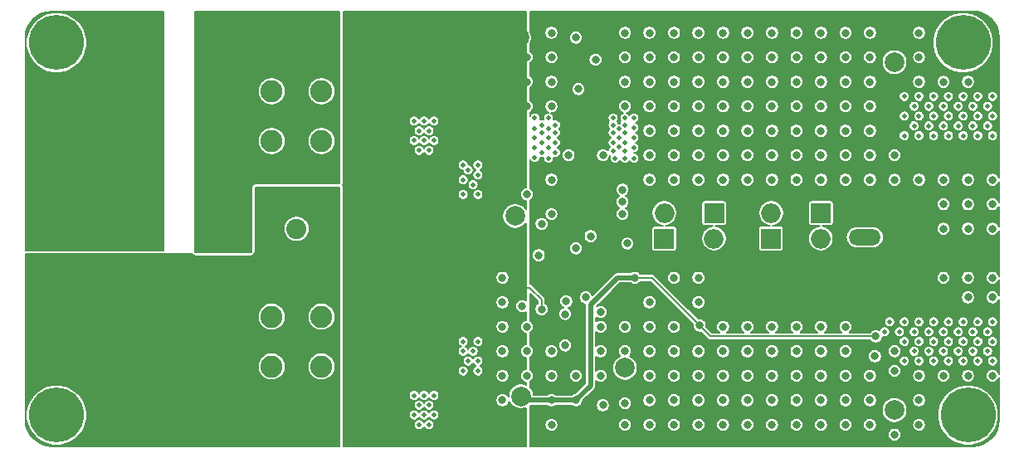
<source format=gbr>
%TF.GenerationSoftware,KiCad,Pcbnew,(5.1.8)-1*%
%TF.CreationDate,2020-11-17T00:12:26-08:00*%
%TF.ProjectId,WPT_RX,5750545f-5258-42e6-9b69-6361645f7063,rev?*%
%TF.SameCoordinates,Original*%
%TF.FileFunction,Copper,L3,Inr*%
%TF.FilePolarity,Positive*%
%FSLAX46Y46*%
G04 Gerber Fmt 4.6, Leading zero omitted, Abs format (unit mm)*
G04 Created by KiCad (PCBNEW (5.1.8)-1) date 2020-11-17 00:12:26*
%MOMM*%
%LPD*%
G01*
G04 APERTURE LIST*
%TA.AperFunction,ComponentPad*%
%ADD10R,2.000000X2.000000*%
%TD*%
%TA.AperFunction,ComponentPad*%
%ADD11O,2.000000X2.000000*%
%TD*%
%TA.AperFunction,ComponentPad*%
%ADD12C,2.250000*%
%TD*%
%TA.AperFunction,ComponentPad*%
%ADD13C,2.050000*%
%TD*%
%TA.AperFunction,ComponentPad*%
%ADD14O,3.276600X1.638300*%
%TD*%
%TA.AperFunction,ComponentPad*%
%ADD15C,2.000000*%
%TD*%
%TA.AperFunction,ComponentPad*%
%ADD16C,5.600000*%
%TD*%
%TA.AperFunction,ViaPad*%
%ADD17C,0.800000*%
%TD*%
%TA.AperFunction,ViaPad*%
%ADD18C,0.500000*%
%TD*%
%TA.AperFunction,Conductor*%
%ADD19C,0.200000*%
%TD*%
%TA.AperFunction,Conductor*%
%ADD20C,0.500000*%
%TD*%
%TA.AperFunction,Conductor*%
%ADD21C,0.100000*%
%TD*%
G04 APERTURE END LIST*
D10*
%TO.N,+BATT*%
%TO.C,R9*%
X185000000Y-120900000D03*
D11*
%TO.N,Net-(Q1-Pad3)*%
X179920000Y-120900000D03*
%TD*%
D10*
%TO.N,+BATT*%
%TO.C,R12*%
X174100000Y-120900000D03*
D11*
%TO.N,Net-(Q1-Pad3)*%
X169020000Y-120900000D03*
%TD*%
D10*
%TO.N,+BATT*%
%TO.C,R13*%
X179900000Y-123500000D03*
D11*
%TO.N,Net-(Q1-Pad3)*%
X184980000Y-123500000D03*
%TD*%
D10*
%TO.N,+BATT*%
%TO.C,R14*%
X169000000Y-123500000D03*
D11*
%TO.N,Net-(Q1-Pad3)*%
X174080000Y-123500000D03*
%TD*%
D12*
%TO.N,Net-(D1-Pad2)*%
%TO.C,J3*%
X128960000Y-125040000D03*
X128960000Y-119960000D03*
X134040000Y-119960000D03*
X134040000Y-125040000D03*
D13*
%TO.N,Net-(C3-Pad1)*%
X131500000Y-122500000D03*
%TD*%
D12*
%TO.N,GND*%
%TO.C,J4*%
X128960000Y-113540000D03*
X128960000Y-108460000D03*
X134040000Y-108460000D03*
X134040000Y-113540000D03*
D13*
%TO.N,Net-(C3-Pad1)*%
X131500000Y-111000000D03*
%TD*%
%TO.N,Net-(D1-Pad2)*%
%TO.C,J5*%
X131500000Y-134000000D03*
D12*
%TO.N,GND*%
X134040000Y-136540000D03*
X134040000Y-131460000D03*
X128960000Y-131460000D03*
X128960000Y-136540000D03*
%TD*%
D14*
%TO.N,+5V*%
%TO.C,J8*%
X189480000Y-120830000D03*
%TO.N,GND*%
X189480000Y-123370000D03*
%TD*%
D15*
%TO.N,/VSEN*%
%TO.C,TP1*%
X154200000Y-103000000D03*
%TD*%
%TO.N,Net-(C3-Pad1)*%
%TO.C,TP2*%
X131600000Y-103000000D03*
%TD*%
%TO.N,Net-(D1-Pad2)*%
%TO.C,TP3*%
X131400000Y-141800000D03*
%TD*%
%TO.N,/ISEN*%
%TO.C,TP4*%
X153800000Y-121200000D03*
%TD*%
%TO.N,/FAULT_OVP*%
%TO.C,TP5*%
X154400000Y-139600000D03*
%TD*%
%TO.N,+BATT*%
%TO.C,TP6*%
X192500000Y-105500000D03*
%TD*%
%TO.N,GND*%
%TO.C,TP7*%
X192500000Y-141000000D03*
%TD*%
%TO.N,GND*%
%TO.C,TP8*%
X165000000Y-136700000D03*
%TD*%
D16*
%TO.N,N/C*%
%TO.C,H1*%
X199500000Y-103500000D03*
%TD*%
%TO.N,N/C*%
%TO.C,H2*%
X200000000Y-141500000D03*
%TD*%
%TO.N,N/C*%
%TO.C,H3*%
X107000000Y-103500000D03*
%TD*%
%TO.N,N/C*%
%TO.C,H4*%
X107000000Y-141500000D03*
%TD*%
D17*
%TO.N,GND*%
X202500000Y-129500000D03*
X200000000Y-129500000D03*
%TO.N,+5V*%
X157500000Y-119750000D03*
X164845000Y-125845000D03*
X158800000Y-132700000D03*
D18*
%TO.N,GND*%
X193500000Y-132000000D03*
X192000000Y-132000000D03*
X202500000Y-136000000D03*
X201000000Y-136000000D03*
X199500000Y-136000000D03*
X198000000Y-136000000D03*
X196500000Y-136000000D03*
X195000000Y-136000000D03*
X193500000Y-136000000D03*
X194500000Y-135000000D03*
X196000000Y-135000000D03*
X197500000Y-135000000D03*
X199000000Y-135000000D03*
X200500000Y-135000000D03*
X202000000Y-135000000D03*
X202500000Y-134000000D03*
X201000000Y-134000000D03*
X199500000Y-134000000D03*
X198000000Y-134000000D03*
X196500000Y-134000000D03*
X195000000Y-134000000D03*
X193500000Y-134000000D03*
X194500000Y-133000000D03*
X196000000Y-133000000D03*
X197500000Y-133000000D03*
X199000000Y-133000000D03*
X200500000Y-133000000D03*
X193500000Y-132000000D03*
X195000000Y-132000000D03*
X196500000Y-132000000D03*
X198000000Y-132000000D03*
X199500000Y-132000000D03*
X202000000Y-133000000D03*
X201000000Y-132000000D03*
X202500000Y-132000000D03*
X149500000Y-135000000D03*
X149000000Y-136000000D03*
X149500000Y-118000000D03*
X148500000Y-119000000D03*
X149000000Y-116500000D03*
X145000000Y-114500000D03*
X144000000Y-114500000D03*
X145500000Y-113500000D03*
X144500000Y-113500000D03*
X143500000Y-113500000D03*
X145000000Y-112500000D03*
X144000000Y-112500000D03*
X145500000Y-111500000D03*
X144500000Y-111500000D03*
X143500000Y-111500000D03*
X145500000Y-139500000D03*
X144500000Y-139500000D03*
X143500000Y-139500000D03*
X144000000Y-140500000D03*
X145000000Y-140500000D03*
X145500000Y-141500000D03*
X144500000Y-141500000D03*
X143500000Y-141500000D03*
X145000000Y-142500000D03*
X144000000Y-142500000D03*
D17*
X157500000Y-121000000D03*
X164750000Y-121000000D03*
X164750000Y-119750000D03*
X164750000Y-118500000D03*
X155000000Y-119000000D03*
X156500000Y-122000000D03*
X159000000Y-129900000D03*
X158900000Y-131200000D03*
X158900000Y-134400000D03*
X154500000Y-130400000D03*
X156200000Y-125200000D03*
D18*
X150000000Y-119000000D03*
X148500000Y-117500000D03*
X150000000Y-117000000D03*
X150000000Y-116000000D03*
X148500000Y-116000000D03*
X148500000Y-137000000D03*
X150000000Y-137000000D03*
X150000000Y-136000000D03*
X148500000Y-135000000D03*
X150000000Y-134000000D03*
X148500000Y-134000000D03*
D17*
X165250000Y-124000000D03*
X162750000Y-140500000D03*
X190500000Y-135500000D03*
X160000000Y-103000000D03*
X162000000Y-105250000D03*
X160250000Y-108250000D03*
X160000000Y-124500000D03*
X161500000Y-123250000D03*
X162750000Y-115000000D03*
X159250000Y-115000000D03*
D18*
X195000000Y-132000000D03*
X194500000Y-133000000D03*
X193000000Y-133000000D03*
X191500000Y-133000000D03*
D17*
X152500000Y-137500000D03*
X152500000Y-140000000D03*
X152500000Y-132500000D03*
X152500000Y-130000000D03*
X152500000Y-135000000D03*
X152500000Y-127500000D03*
X155000000Y-132500000D03*
X155000000Y-135000000D03*
X155000000Y-137500000D03*
X157500000Y-137500000D03*
X157500000Y-135000000D03*
X157500000Y-142500000D03*
X160000000Y-137500000D03*
X162500000Y-137500000D03*
X162500000Y-135000000D03*
X162500000Y-132500000D03*
X165000000Y-132500000D03*
X165000000Y-135000000D03*
X167500000Y-135000000D03*
X167500000Y-137500000D03*
X167500000Y-140000000D03*
X165000000Y-140300000D03*
X165000000Y-142500000D03*
X167500000Y-142500000D03*
X170000000Y-142500000D03*
X170000000Y-140000000D03*
X170000000Y-137500000D03*
X170000000Y-135000000D03*
X170000000Y-132500000D03*
X167500000Y-132500000D03*
X167500000Y-130000000D03*
X170000000Y-127500000D03*
X172500000Y-127500000D03*
X172500000Y-130000000D03*
X172500000Y-135000000D03*
X172500000Y-137500000D03*
X172500000Y-140000000D03*
X172500000Y-140000000D03*
X172500000Y-142500000D03*
X175000000Y-142500000D03*
X175000000Y-140000000D03*
X175000000Y-137500000D03*
X177500000Y-140000000D03*
X177500000Y-142500000D03*
X175000000Y-132500000D03*
X175000000Y-135000000D03*
X177500000Y-135000000D03*
X177500000Y-137500000D03*
X177500000Y-132500000D03*
X180000000Y-132500000D03*
X180000000Y-135000000D03*
X180000000Y-140000000D03*
X180000000Y-140000000D03*
X180000000Y-142500000D03*
X180000000Y-137500000D03*
X182500000Y-137500000D03*
X182500000Y-132500000D03*
X182500000Y-132500000D03*
X182500000Y-135000000D03*
X185000000Y-135000000D03*
X185000000Y-132500000D03*
X187500000Y-132500000D03*
X187500000Y-135000000D03*
X187500000Y-135000000D03*
X187500000Y-137500000D03*
X185000000Y-137500000D03*
X185000000Y-142500000D03*
X182500000Y-140000000D03*
X182500000Y-140000000D03*
X182500000Y-142500000D03*
X185000000Y-140000000D03*
X185000000Y-140000000D03*
X187500000Y-140000000D03*
X187500000Y-142500000D03*
X190000000Y-142500000D03*
X190000000Y-137500000D03*
X190000000Y-140000000D03*
X192500000Y-143500000D03*
X192500000Y-137000000D03*
X195000000Y-140000000D03*
X195000000Y-142500000D03*
X195000000Y-137500000D03*
X197500000Y-137500000D03*
X200000000Y-137500000D03*
X202500000Y-137500000D03*
X192500000Y-135000000D03*
X197500000Y-127500000D03*
X200000000Y-127500000D03*
X202500000Y-127500000D03*
X202500000Y-127500000D03*
D18*
%TO.N,Net-(C3-Pad1)*%
X122500000Y-102000000D03*
X121500000Y-102000000D03*
X121500000Y-103000000D03*
X122500000Y-103000000D03*
X122500000Y-104000000D03*
X121500000Y-104000000D03*
X121500000Y-105000000D03*
X122500000Y-105000000D03*
X122500000Y-106000000D03*
X121500000Y-106000000D03*
X122500000Y-108000000D03*
X121500000Y-108000000D03*
X121500000Y-109000000D03*
X122500000Y-109000000D03*
X122500000Y-110000000D03*
X121500000Y-110000000D03*
X121500000Y-111000000D03*
X122500000Y-111000000D03*
X122500000Y-112000000D03*
X121500000Y-112000000D03*
X121500000Y-114000000D03*
X122500000Y-114000000D03*
X122500000Y-115000000D03*
X121500000Y-115000000D03*
X121500000Y-116000000D03*
X122500000Y-116000000D03*
X122500000Y-117000000D03*
X121500000Y-117000000D03*
X122500000Y-118000000D03*
X121500000Y-118000000D03*
X122500000Y-120000000D03*
X121500000Y-120000000D03*
X121500000Y-121000000D03*
X122500000Y-121000000D03*
X122500000Y-122000000D03*
X121500000Y-122000000D03*
X121500000Y-123000000D03*
X122500000Y-123000000D03*
X122500000Y-124000000D03*
X121500000Y-124000000D03*
D17*
X125000000Y-122500000D03*
X125000000Y-120000000D03*
X125000000Y-117500000D03*
X125000000Y-115000000D03*
X125000000Y-112500000D03*
X125000000Y-110000000D03*
X125000000Y-107500000D03*
X125000000Y-105000000D03*
X125000000Y-102500000D03*
X127500000Y-102500000D03*
X127500000Y-105000000D03*
X130000000Y-105000000D03*
X132500000Y-105000000D03*
X135000000Y-105000000D03*
X135000000Y-102500000D03*
X131500000Y-113500000D03*
X131500000Y-116000000D03*
D18*
%TO.N,Net-(C3-Pad2)*%
X117500000Y-124000000D03*
X116500000Y-124000000D03*
X116500000Y-123000000D03*
X117500000Y-123000000D03*
X117500000Y-122000000D03*
X116500000Y-122000000D03*
X116500000Y-121000000D03*
X117500000Y-121000000D03*
X117500000Y-120000000D03*
X116500000Y-120000000D03*
X117500000Y-118000000D03*
X116500000Y-118000000D03*
X116500000Y-117000000D03*
X117500000Y-117000000D03*
X116500000Y-116000000D03*
X117500000Y-116000000D03*
X117500000Y-115000000D03*
X116500000Y-115000000D03*
X117500000Y-114000000D03*
X116500000Y-114000000D03*
X117500000Y-112000000D03*
X116500000Y-112000000D03*
X117500000Y-111000000D03*
X116500000Y-111000000D03*
X117500000Y-110000000D03*
X116500000Y-110000000D03*
X117500000Y-109000000D03*
X116500000Y-109000000D03*
X117500000Y-108000000D03*
X116500000Y-108000000D03*
X117500000Y-106000000D03*
X117500000Y-102000000D03*
X116500000Y-103000000D03*
X117500000Y-104000000D03*
X116500000Y-105000000D03*
X116500000Y-106000000D03*
X117500000Y-105000000D03*
X116500000Y-104000000D03*
X117500000Y-103000000D03*
X116500000Y-102000000D03*
X113500000Y-113000000D03*
X112500000Y-113000000D03*
X111500000Y-113000000D03*
X110500000Y-113000000D03*
X109500000Y-113000000D03*
X108500000Y-113000000D03*
X107500000Y-113000000D03*
X106500000Y-113000000D03*
X105500000Y-113000000D03*
X104500000Y-113000000D03*
X105000000Y-112000000D03*
X106000000Y-112000000D03*
X107000000Y-112000000D03*
X108000000Y-112000000D03*
X109000000Y-112000000D03*
X110000000Y-112000000D03*
X111000000Y-112000000D03*
X112000000Y-112000000D03*
X113000000Y-112000000D03*
X113500000Y-111000000D03*
X112500000Y-111000000D03*
X111500000Y-111000000D03*
X110500000Y-111000000D03*
X109500000Y-111000000D03*
X108500000Y-111000000D03*
X107500000Y-111000000D03*
X106500000Y-111000000D03*
X105500000Y-111000000D03*
X104500000Y-111000000D03*
X105000000Y-110000000D03*
X106000000Y-110000000D03*
X107000000Y-110000000D03*
X108000000Y-110000000D03*
X109000000Y-110000000D03*
X110000000Y-110000000D03*
X111000000Y-110000000D03*
X112000000Y-110000000D03*
X113000000Y-110000000D03*
X113500000Y-109000000D03*
X112500000Y-109000000D03*
X111500000Y-109000000D03*
X110500000Y-109000000D03*
X109500000Y-109000000D03*
X108500000Y-109000000D03*
X107500000Y-109000000D03*
X106500000Y-109000000D03*
X105500000Y-109000000D03*
X104500000Y-109000000D03*
D17*
X112500000Y-102500000D03*
X112500000Y-105000000D03*
X115000000Y-107500000D03*
X112500000Y-107500000D03*
X110000000Y-115000000D03*
X112500000Y-115000000D03*
X115000000Y-115000000D03*
X115000000Y-117500000D03*
X112500000Y-117500000D03*
X107500000Y-117500000D03*
X110000000Y-117500000D03*
X105000000Y-117500000D03*
X105000000Y-122500000D03*
X105000000Y-120000000D03*
X107500000Y-120000000D03*
X107500000Y-122500000D03*
X110000000Y-122500000D03*
X110000000Y-120000000D03*
X112500000Y-120000000D03*
X112500000Y-122500000D03*
X115000000Y-122500000D03*
X115000000Y-105000000D03*
X115000000Y-102500000D03*
X115000000Y-110000000D03*
X115000000Y-110000000D03*
X115000000Y-112500000D03*
X115000000Y-120000000D03*
D18*
%TO.N,/VSEN*%
X157900000Y-114700000D03*
X157900000Y-113700000D03*
X157900000Y-112700000D03*
X157900000Y-111900000D03*
X145500000Y-102000000D03*
X145500000Y-104000000D03*
X143500000Y-104000000D03*
X143500000Y-102000000D03*
X144500000Y-102000000D03*
X145000000Y-103000000D03*
X144000000Y-103000000D03*
X144500000Y-104000000D03*
X149500000Y-110000000D03*
X148500000Y-110000000D03*
X147500000Y-110000000D03*
X146500000Y-110000000D03*
X145000000Y-109000000D03*
X146000000Y-109000000D03*
X147000000Y-109000000D03*
X148000000Y-109000000D03*
X149000000Y-109000000D03*
X149500000Y-108000000D03*
X148500000Y-108000000D03*
X147500000Y-108000000D03*
X146500000Y-108000000D03*
X145500000Y-108000000D03*
X144000000Y-105000000D03*
X145000000Y-105000000D03*
X149500000Y-128500000D03*
X149500000Y-126500000D03*
X149000000Y-125500000D03*
X148000000Y-125500000D03*
X147000000Y-125500000D03*
X146500000Y-126500000D03*
X148500000Y-126500000D03*
X149000000Y-127500000D03*
X148500000Y-128500000D03*
X148000000Y-127500000D03*
X147500000Y-128500000D03*
X147000000Y-127500000D03*
X146500000Y-128500000D03*
X145500000Y-128500000D03*
X147500000Y-126500000D03*
X146000000Y-127500000D03*
X145000000Y-127500000D03*
X146000000Y-125500000D03*
X145500000Y-126500000D03*
X145000000Y-125500000D03*
X144500000Y-124500000D03*
X145500000Y-124500000D03*
X143500000Y-124500000D03*
X144000000Y-125500000D03*
X144500000Y-126500000D03*
X144000000Y-127500000D03*
X144500000Y-128500000D03*
X144000000Y-130500000D03*
X145000000Y-130500000D03*
X145500000Y-131500000D03*
X143500000Y-131500000D03*
X144500000Y-131500000D03*
X144000000Y-132500000D03*
X145000000Y-132500000D03*
D17*
X156500000Y-130700000D03*
D18*
X157200000Y-114200000D03*
X157200000Y-113200000D03*
X157200000Y-112300000D03*
X156500000Y-111900000D03*
X156500000Y-112700000D03*
X156500000Y-113700000D03*
X156500000Y-114700000D03*
X155800000Y-114200000D03*
X155800000Y-113200000D03*
X155800000Y-112300000D03*
X157200000Y-111200000D03*
X155800000Y-111200000D03*
X155800000Y-115200000D03*
X157200000Y-115300000D03*
D17*
X152500000Y-117500000D03*
X157500000Y-117500000D03*
X152500000Y-115000000D03*
X152500000Y-112500000D03*
X152500000Y-110000000D03*
X155000000Y-110000000D03*
X157500000Y-110000000D03*
X157500000Y-107500000D03*
X155000000Y-107500000D03*
X152500000Y-107500000D03*
X152500000Y-105000000D03*
X155000000Y-105000000D03*
X157500000Y-105000000D03*
X157500000Y-102500000D03*
X152500000Y-102500000D03*
D18*
%TO.N,Net-(D1-Pad2)*%
X110500000Y-136000000D03*
X109500000Y-136000000D03*
X108500000Y-136000000D03*
X107500000Y-136000000D03*
X106500000Y-136000000D03*
X105500000Y-136000000D03*
X104500000Y-136000000D03*
X105000000Y-135000000D03*
X106000000Y-135000000D03*
X107000000Y-135000000D03*
X108000000Y-135000000D03*
X109000000Y-135000000D03*
X110000000Y-135000000D03*
X111500000Y-136000000D03*
X111000000Y-135000000D03*
X112500000Y-136000000D03*
X112000000Y-135000000D03*
X113500000Y-136000000D03*
X113000000Y-135000000D03*
X113500000Y-134000000D03*
X112500000Y-134000000D03*
X111500000Y-134000000D03*
X110500000Y-134000000D03*
X109500000Y-134000000D03*
X108500000Y-134000000D03*
X107500000Y-134000000D03*
X106500000Y-134000000D03*
X105500000Y-134000000D03*
X104500000Y-134000000D03*
X105000000Y-133000000D03*
X106000000Y-133000000D03*
X107000000Y-133000000D03*
X108000000Y-133000000D03*
X109000000Y-133000000D03*
X110000000Y-133000000D03*
X111000000Y-133000000D03*
X112000000Y-133000000D03*
X113000000Y-133000000D03*
X113500000Y-132000000D03*
X112500000Y-132000000D03*
X111500000Y-132000000D03*
X110500000Y-132000000D03*
X109500000Y-132000000D03*
X108500000Y-132000000D03*
X107500000Y-132000000D03*
X106500000Y-132000000D03*
X105500000Y-132000000D03*
X104500000Y-132000000D03*
D17*
X105000000Y-127500000D03*
X107500000Y-127500000D03*
X110000000Y-130000000D03*
X110000000Y-127500000D03*
X112500000Y-127500000D03*
X112500000Y-130000000D03*
X115000000Y-130000000D03*
X115000000Y-127500000D03*
X120000000Y-127500000D03*
X117500000Y-130000000D03*
X117500000Y-127500000D03*
X120000000Y-130000000D03*
X122500000Y-130000000D03*
X122500000Y-127500000D03*
X125000000Y-127500000D03*
X125000000Y-130000000D03*
X127500000Y-127500000D03*
X132500000Y-127500000D03*
X130000000Y-127500000D03*
X125000000Y-132500000D03*
X125000000Y-135000000D03*
X125000000Y-137500000D03*
X125000000Y-140000000D03*
X125000000Y-142500000D03*
X120000000Y-142500000D03*
X122500000Y-142500000D03*
X122500000Y-140000000D03*
X117500000Y-140000000D03*
X117500000Y-140000000D03*
X117500000Y-142500000D03*
X120000000Y-140000000D03*
X120000000Y-137500000D03*
X122500000Y-137500000D03*
X122500000Y-135000000D03*
X120000000Y-135000000D03*
X120000000Y-132500000D03*
X122500000Y-132500000D03*
X117500000Y-132500000D03*
X117500000Y-137500000D03*
X117500000Y-135000000D03*
X115000000Y-135000000D03*
X115000000Y-132500000D03*
X115000000Y-137500000D03*
X112500000Y-137500000D03*
X107500000Y-137500000D03*
X110000000Y-137500000D03*
X105000000Y-137500000D03*
X112500000Y-140000000D03*
X115000000Y-140000000D03*
X115000000Y-142500000D03*
X112500000Y-142500000D03*
X127500000Y-142500000D03*
X127500000Y-140000000D03*
X130000000Y-140000000D03*
X132500000Y-140000000D03*
X135000000Y-140000000D03*
X135000000Y-142500000D03*
X135000000Y-127500000D03*
%TO.N,/FAULT_OVP*%
X166000000Y-127500000D03*
X160000000Y-140000000D03*
X190600000Y-133475000D03*
X157500000Y-140000000D03*
X172625000Y-132375000D03*
D18*
%TO.N,+BATT*%
X193500000Y-113000000D03*
X195000000Y-113000000D03*
X196500000Y-113000000D03*
X198000000Y-113000000D03*
X199500000Y-113000000D03*
X201000000Y-113000000D03*
X202500000Y-113000000D03*
X202000000Y-112000000D03*
X200500000Y-112000000D03*
X199000000Y-112000000D03*
X197500000Y-112000000D03*
X196000000Y-112000000D03*
X194500000Y-112000000D03*
X193500000Y-111000000D03*
X195000000Y-111000000D03*
X196500000Y-111000000D03*
X198000000Y-111000000D03*
X199500000Y-111000000D03*
X201000000Y-111000000D03*
X202500000Y-111000000D03*
X202000000Y-110000000D03*
X200500000Y-110000000D03*
X199000000Y-110000000D03*
X197500000Y-110000000D03*
X194500000Y-110000000D03*
X193500000Y-109000000D03*
X195000000Y-109000000D03*
X196500000Y-109000000D03*
X198000000Y-109000000D03*
X199500000Y-109000000D03*
X201000000Y-109000000D03*
X202500000Y-109000000D03*
X164400000Y-114100000D03*
X164400000Y-113200000D03*
X163800000Y-114600000D03*
X163800000Y-113700000D03*
X163800000Y-112700000D03*
X164400000Y-112300000D03*
X163800000Y-111900000D03*
X165000000Y-111900000D03*
X165000000Y-112700000D03*
X165000000Y-113700000D03*
X165000000Y-114600000D03*
X163800000Y-111200000D03*
X165000000Y-111200000D03*
X165900000Y-111200000D03*
X165900000Y-112200000D03*
X165900000Y-113200000D03*
X165900000Y-114200000D03*
X165900000Y-115300000D03*
X165000000Y-115300000D03*
X164000000Y-115300000D03*
D17*
X165000000Y-110000000D03*
X165000000Y-107500000D03*
X165000000Y-105000000D03*
X165000000Y-105000000D03*
X165000000Y-102500000D03*
X167500000Y-102500000D03*
X167500000Y-105000000D03*
X167500000Y-107500000D03*
X167500000Y-107500000D03*
X167500000Y-110000000D03*
X167500000Y-112500000D03*
X167500000Y-115000000D03*
X167500000Y-117500000D03*
X170000000Y-117500000D03*
X170000000Y-115000000D03*
X170000000Y-112500000D03*
X170000000Y-110000000D03*
X170000000Y-107500000D03*
X170000000Y-105000000D03*
X170000000Y-102500000D03*
X172500000Y-117500000D03*
X172500000Y-115000000D03*
X172500000Y-112500000D03*
X172500000Y-105000000D03*
X172500000Y-102500000D03*
X172500000Y-107500000D03*
X172500000Y-110000000D03*
X195000000Y-117500000D03*
X192500000Y-117500000D03*
X190000000Y-117500000D03*
X187500000Y-117500000D03*
X185000000Y-117500000D03*
X182500000Y-117500000D03*
X180000000Y-117500000D03*
X177500000Y-117500000D03*
X175000000Y-117500000D03*
X175000000Y-115000000D03*
X177500000Y-115000000D03*
X180000000Y-115000000D03*
X185000000Y-115000000D03*
X182500000Y-115000000D03*
X187500000Y-115000000D03*
X192500000Y-115000000D03*
X190000000Y-115000000D03*
X190000000Y-112500000D03*
X190000000Y-110000000D03*
X187500000Y-110000000D03*
X185000000Y-110000000D03*
X182500000Y-110000000D03*
X175000000Y-110000000D03*
X177500000Y-110000000D03*
X175000000Y-112500000D03*
X177500000Y-112500000D03*
X180000000Y-112500000D03*
X180000000Y-110000000D03*
X182500000Y-112500000D03*
X185000000Y-112500000D03*
X187500000Y-112500000D03*
X187500000Y-107500000D03*
X185000000Y-107500000D03*
X180000000Y-105000000D03*
X175000000Y-107500000D03*
X175000000Y-105000000D03*
X175000000Y-102500000D03*
X177500000Y-102500000D03*
X177500000Y-105000000D03*
X177500000Y-107500000D03*
X180000000Y-107500000D03*
X180000000Y-102500000D03*
X182500000Y-102500000D03*
X182500000Y-105000000D03*
X182500000Y-107500000D03*
X185000000Y-105000000D03*
X185000000Y-102500000D03*
X187500000Y-102500000D03*
X187500000Y-105000000D03*
X190000000Y-105000000D03*
X190000000Y-107500000D03*
X190000000Y-102500000D03*
X195000000Y-105000000D03*
X195000000Y-102500000D03*
X197500000Y-107500000D03*
X195000000Y-107500000D03*
X200000000Y-107500000D03*
X197500000Y-117500000D03*
X200000000Y-117500000D03*
X202500000Y-117500000D03*
X202500000Y-120000000D03*
X200000000Y-120000000D03*
X197500000Y-120000000D03*
X197500000Y-122500000D03*
X200000000Y-122500000D03*
X202500000Y-122500000D03*
D18*
X196000000Y-110000000D03*
D17*
%TO.N,Net-(R6-Pad2)*%
X162500000Y-131000000D03*
X161000000Y-129500000D03*
%TD*%
D19*
%TO.N,/VSEN*%
X156500000Y-130700000D02*
X156500000Y-129750000D01*
X155250000Y-128500000D02*
X149500000Y-128500000D01*
X156500000Y-129750000D02*
X155250000Y-128500000D01*
D20*
%TO.N,/FAULT_OVP*%
X154800000Y-140000000D02*
X154400000Y-139600000D01*
X160000000Y-140000000D02*
X157500000Y-140000000D01*
X160000000Y-140000000D02*
X161500000Y-138500000D01*
X164258002Y-127500000D02*
X166000000Y-127500000D01*
X161500000Y-130258002D02*
X164258002Y-127500000D01*
X161500000Y-138500000D02*
X161500000Y-130258002D01*
D19*
X166000000Y-127500000D02*
X167750000Y-127500000D01*
X173725000Y-133475000D02*
X190600000Y-133475000D01*
X167750000Y-127500000D02*
X170125000Y-129875000D01*
D20*
X157500000Y-140000000D02*
X154800000Y-140000000D01*
D19*
X170125000Y-129875000D02*
X172625000Y-132375000D01*
X172625000Y-132375000D02*
X172625000Y-132375000D01*
X172625000Y-132375000D02*
X173725000Y-133475000D01*
%TD*%
%TO.N,+5V*%
X201019275Y-100377474D02*
X201518770Y-100528281D01*
X201979459Y-100773233D01*
X202383797Y-101103002D01*
X202716384Y-101505031D01*
X202964548Y-101964001D01*
X203118837Y-102462427D01*
X203174986Y-102996657D01*
X203175000Y-103000559D01*
X203175000Y-117305377D01*
X203173099Y-117295818D01*
X203120332Y-117168426D01*
X203043726Y-117053776D01*
X202946224Y-116956274D01*
X202831574Y-116879668D01*
X202704182Y-116826901D01*
X202568944Y-116800000D01*
X202431056Y-116800000D01*
X202295818Y-116826901D01*
X202168426Y-116879668D01*
X202053776Y-116956274D01*
X201956274Y-117053776D01*
X201879668Y-117168426D01*
X201826901Y-117295818D01*
X201800000Y-117431056D01*
X201800000Y-117568944D01*
X201826901Y-117704182D01*
X201879668Y-117831574D01*
X201956274Y-117946224D01*
X202053776Y-118043726D01*
X202168426Y-118120332D01*
X202295818Y-118173099D01*
X202431056Y-118200000D01*
X202568944Y-118200000D01*
X202704182Y-118173099D01*
X202831574Y-118120332D01*
X202946224Y-118043726D01*
X203043726Y-117946224D01*
X203120332Y-117831574D01*
X203173099Y-117704182D01*
X203175000Y-117694623D01*
X203175000Y-119805377D01*
X203173099Y-119795818D01*
X203120332Y-119668426D01*
X203043726Y-119553776D01*
X202946224Y-119456274D01*
X202831574Y-119379668D01*
X202704182Y-119326901D01*
X202568944Y-119300000D01*
X202431056Y-119300000D01*
X202295818Y-119326901D01*
X202168426Y-119379668D01*
X202053776Y-119456274D01*
X201956274Y-119553776D01*
X201879668Y-119668426D01*
X201826901Y-119795818D01*
X201800000Y-119931056D01*
X201800000Y-120068944D01*
X201826901Y-120204182D01*
X201879668Y-120331574D01*
X201956274Y-120446224D01*
X202053776Y-120543726D01*
X202168426Y-120620332D01*
X202295818Y-120673099D01*
X202431056Y-120700000D01*
X202568944Y-120700000D01*
X202704182Y-120673099D01*
X202831574Y-120620332D01*
X202946224Y-120543726D01*
X203043726Y-120446224D01*
X203120332Y-120331574D01*
X203173099Y-120204182D01*
X203175000Y-120194623D01*
X203175000Y-122305377D01*
X203173099Y-122295818D01*
X203120332Y-122168426D01*
X203043726Y-122053776D01*
X202946224Y-121956274D01*
X202831574Y-121879668D01*
X202704182Y-121826901D01*
X202568944Y-121800000D01*
X202431056Y-121800000D01*
X202295818Y-121826901D01*
X202168426Y-121879668D01*
X202053776Y-121956274D01*
X201956274Y-122053776D01*
X201879668Y-122168426D01*
X201826901Y-122295818D01*
X201800000Y-122431056D01*
X201800000Y-122568944D01*
X201826901Y-122704182D01*
X201879668Y-122831574D01*
X201956274Y-122946224D01*
X202053776Y-123043726D01*
X202168426Y-123120332D01*
X202295818Y-123173099D01*
X202431056Y-123200000D01*
X202568944Y-123200000D01*
X202704182Y-123173099D01*
X202831574Y-123120332D01*
X202946224Y-123043726D01*
X203043726Y-122946224D01*
X203120332Y-122831574D01*
X203173099Y-122704182D01*
X203175001Y-122694623D01*
X203175001Y-127305378D01*
X203173099Y-127295818D01*
X203120332Y-127168426D01*
X203043726Y-127053776D01*
X202946224Y-126956274D01*
X202831574Y-126879668D01*
X202704182Y-126826901D01*
X202568944Y-126800000D01*
X202431056Y-126800000D01*
X202295818Y-126826901D01*
X202168426Y-126879668D01*
X202053776Y-126956274D01*
X201956274Y-127053776D01*
X201879668Y-127168426D01*
X201826901Y-127295818D01*
X201800000Y-127431056D01*
X201800000Y-127568944D01*
X201826901Y-127704182D01*
X201879668Y-127831574D01*
X201956274Y-127946224D01*
X202053776Y-128043726D01*
X202168426Y-128120332D01*
X202295818Y-128173099D01*
X202431056Y-128200000D01*
X202568944Y-128200000D01*
X202704182Y-128173099D01*
X202831574Y-128120332D01*
X202946224Y-128043726D01*
X203043726Y-127946224D01*
X203120332Y-127831574D01*
X203173099Y-127704182D01*
X203175001Y-127694622D01*
X203175001Y-129305378D01*
X203173099Y-129295818D01*
X203120332Y-129168426D01*
X203043726Y-129053776D01*
X202946224Y-128956274D01*
X202831574Y-128879668D01*
X202704182Y-128826901D01*
X202568944Y-128800000D01*
X202431056Y-128800000D01*
X202295818Y-128826901D01*
X202168426Y-128879668D01*
X202053776Y-128956274D01*
X201956274Y-129053776D01*
X201879668Y-129168426D01*
X201826901Y-129295818D01*
X201800000Y-129431056D01*
X201800000Y-129568944D01*
X201826901Y-129704182D01*
X201879668Y-129831574D01*
X201956274Y-129946224D01*
X202053776Y-130043726D01*
X202168426Y-130120332D01*
X202295818Y-130173099D01*
X202431056Y-130200000D01*
X202568944Y-130200000D01*
X202704182Y-130173099D01*
X202831574Y-130120332D01*
X202946224Y-130043726D01*
X203043726Y-129946224D01*
X203120332Y-129831574D01*
X203173099Y-129704182D01*
X203175001Y-129694622D01*
X203175001Y-137305379D01*
X203173099Y-137295818D01*
X203120332Y-137168426D01*
X203043726Y-137053776D01*
X202946224Y-136956274D01*
X202831574Y-136879668D01*
X202704182Y-136826901D01*
X202568944Y-136800000D01*
X202431056Y-136800000D01*
X202295818Y-136826901D01*
X202168426Y-136879668D01*
X202053776Y-136956274D01*
X201956274Y-137053776D01*
X201879668Y-137168426D01*
X201826901Y-137295818D01*
X201800000Y-137431056D01*
X201800000Y-137568944D01*
X201826901Y-137704182D01*
X201879668Y-137831574D01*
X201956274Y-137946224D01*
X202053776Y-138043726D01*
X202168426Y-138120332D01*
X202295818Y-138173099D01*
X202431056Y-138200000D01*
X202568944Y-138200000D01*
X202704182Y-138173099D01*
X202831574Y-138120332D01*
X202946224Y-138043726D01*
X203043726Y-137946224D01*
X203120332Y-137831574D01*
X203173099Y-137704182D01*
X203175001Y-137694621D01*
X203175001Y-141984094D01*
X203122526Y-142519274D01*
X202971719Y-143018770D01*
X202726768Y-143479458D01*
X202396995Y-143883799D01*
X201994970Y-144216383D01*
X201535997Y-144464548D01*
X201037575Y-144618836D01*
X200503342Y-144674986D01*
X200499441Y-144675000D01*
X155300000Y-144675000D01*
X155300000Y-143431056D01*
X191800000Y-143431056D01*
X191800000Y-143568944D01*
X191826901Y-143704182D01*
X191879668Y-143831574D01*
X191956274Y-143946224D01*
X192053776Y-144043726D01*
X192168426Y-144120332D01*
X192295818Y-144173099D01*
X192431056Y-144200000D01*
X192568944Y-144200000D01*
X192704182Y-144173099D01*
X192831574Y-144120332D01*
X192946224Y-144043726D01*
X193043726Y-143946224D01*
X193120332Y-143831574D01*
X193173099Y-143704182D01*
X193200000Y-143568944D01*
X193200000Y-143431056D01*
X193173099Y-143295818D01*
X193120332Y-143168426D01*
X193043726Y-143053776D01*
X192946224Y-142956274D01*
X192831574Y-142879668D01*
X192704182Y-142826901D01*
X192568944Y-142800000D01*
X192431056Y-142800000D01*
X192295818Y-142826901D01*
X192168426Y-142879668D01*
X192053776Y-142956274D01*
X191956274Y-143053776D01*
X191879668Y-143168426D01*
X191826901Y-143295818D01*
X191800000Y-143431056D01*
X155300000Y-143431056D01*
X155300000Y-142431056D01*
X156800000Y-142431056D01*
X156800000Y-142568944D01*
X156826901Y-142704182D01*
X156879668Y-142831574D01*
X156956274Y-142946224D01*
X157053776Y-143043726D01*
X157168426Y-143120332D01*
X157295818Y-143173099D01*
X157431056Y-143200000D01*
X157568944Y-143200000D01*
X157704182Y-143173099D01*
X157831574Y-143120332D01*
X157946224Y-143043726D01*
X158043726Y-142946224D01*
X158120332Y-142831574D01*
X158173099Y-142704182D01*
X158200000Y-142568944D01*
X158200000Y-142431056D01*
X164300000Y-142431056D01*
X164300000Y-142568944D01*
X164326901Y-142704182D01*
X164379668Y-142831574D01*
X164456274Y-142946224D01*
X164553776Y-143043726D01*
X164668426Y-143120332D01*
X164795818Y-143173099D01*
X164931056Y-143200000D01*
X165068944Y-143200000D01*
X165204182Y-143173099D01*
X165331574Y-143120332D01*
X165446224Y-143043726D01*
X165543726Y-142946224D01*
X165620332Y-142831574D01*
X165673099Y-142704182D01*
X165700000Y-142568944D01*
X165700000Y-142431056D01*
X166800000Y-142431056D01*
X166800000Y-142568944D01*
X166826901Y-142704182D01*
X166879668Y-142831574D01*
X166956274Y-142946224D01*
X167053776Y-143043726D01*
X167168426Y-143120332D01*
X167295818Y-143173099D01*
X167431056Y-143200000D01*
X167568944Y-143200000D01*
X167704182Y-143173099D01*
X167831574Y-143120332D01*
X167946224Y-143043726D01*
X168043726Y-142946224D01*
X168120332Y-142831574D01*
X168173099Y-142704182D01*
X168200000Y-142568944D01*
X168200000Y-142431056D01*
X169300000Y-142431056D01*
X169300000Y-142568944D01*
X169326901Y-142704182D01*
X169379668Y-142831574D01*
X169456274Y-142946224D01*
X169553776Y-143043726D01*
X169668426Y-143120332D01*
X169795818Y-143173099D01*
X169931056Y-143200000D01*
X170068944Y-143200000D01*
X170204182Y-143173099D01*
X170331574Y-143120332D01*
X170446224Y-143043726D01*
X170543726Y-142946224D01*
X170620332Y-142831574D01*
X170673099Y-142704182D01*
X170700000Y-142568944D01*
X170700000Y-142431056D01*
X171800000Y-142431056D01*
X171800000Y-142568944D01*
X171826901Y-142704182D01*
X171879668Y-142831574D01*
X171956274Y-142946224D01*
X172053776Y-143043726D01*
X172168426Y-143120332D01*
X172295818Y-143173099D01*
X172431056Y-143200000D01*
X172568944Y-143200000D01*
X172704182Y-143173099D01*
X172831574Y-143120332D01*
X172946224Y-143043726D01*
X173043726Y-142946224D01*
X173120332Y-142831574D01*
X173173099Y-142704182D01*
X173200000Y-142568944D01*
X173200000Y-142431056D01*
X174300000Y-142431056D01*
X174300000Y-142568944D01*
X174326901Y-142704182D01*
X174379668Y-142831574D01*
X174456274Y-142946224D01*
X174553776Y-143043726D01*
X174668426Y-143120332D01*
X174795818Y-143173099D01*
X174931056Y-143200000D01*
X175068944Y-143200000D01*
X175204182Y-143173099D01*
X175331574Y-143120332D01*
X175446224Y-143043726D01*
X175543726Y-142946224D01*
X175620332Y-142831574D01*
X175673099Y-142704182D01*
X175700000Y-142568944D01*
X175700000Y-142431056D01*
X176800000Y-142431056D01*
X176800000Y-142568944D01*
X176826901Y-142704182D01*
X176879668Y-142831574D01*
X176956274Y-142946224D01*
X177053776Y-143043726D01*
X177168426Y-143120332D01*
X177295818Y-143173099D01*
X177431056Y-143200000D01*
X177568944Y-143200000D01*
X177704182Y-143173099D01*
X177831574Y-143120332D01*
X177946224Y-143043726D01*
X178043726Y-142946224D01*
X178120332Y-142831574D01*
X178173099Y-142704182D01*
X178200000Y-142568944D01*
X178200000Y-142431056D01*
X179300000Y-142431056D01*
X179300000Y-142568944D01*
X179326901Y-142704182D01*
X179379668Y-142831574D01*
X179456274Y-142946224D01*
X179553776Y-143043726D01*
X179668426Y-143120332D01*
X179795818Y-143173099D01*
X179931056Y-143200000D01*
X180068944Y-143200000D01*
X180204182Y-143173099D01*
X180331574Y-143120332D01*
X180446224Y-143043726D01*
X180543726Y-142946224D01*
X180620332Y-142831574D01*
X180673099Y-142704182D01*
X180700000Y-142568944D01*
X180700000Y-142431056D01*
X181800000Y-142431056D01*
X181800000Y-142568944D01*
X181826901Y-142704182D01*
X181879668Y-142831574D01*
X181956274Y-142946224D01*
X182053776Y-143043726D01*
X182168426Y-143120332D01*
X182295818Y-143173099D01*
X182431056Y-143200000D01*
X182568944Y-143200000D01*
X182704182Y-143173099D01*
X182831574Y-143120332D01*
X182946224Y-143043726D01*
X183043726Y-142946224D01*
X183120332Y-142831574D01*
X183173099Y-142704182D01*
X183200000Y-142568944D01*
X183200000Y-142431056D01*
X184300000Y-142431056D01*
X184300000Y-142568944D01*
X184326901Y-142704182D01*
X184379668Y-142831574D01*
X184456274Y-142946224D01*
X184553776Y-143043726D01*
X184668426Y-143120332D01*
X184795818Y-143173099D01*
X184931056Y-143200000D01*
X185068944Y-143200000D01*
X185204182Y-143173099D01*
X185331574Y-143120332D01*
X185446224Y-143043726D01*
X185543726Y-142946224D01*
X185620332Y-142831574D01*
X185673099Y-142704182D01*
X185700000Y-142568944D01*
X185700000Y-142431056D01*
X186800000Y-142431056D01*
X186800000Y-142568944D01*
X186826901Y-142704182D01*
X186879668Y-142831574D01*
X186956274Y-142946224D01*
X187053776Y-143043726D01*
X187168426Y-143120332D01*
X187295818Y-143173099D01*
X187431056Y-143200000D01*
X187568944Y-143200000D01*
X187704182Y-143173099D01*
X187831574Y-143120332D01*
X187946224Y-143043726D01*
X188043726Y-142946224D01*
X188120332Y-142831574D01*
X188173099Y-142704182D01*
X188200000Y-142568944D01*
X188200000Y-142431056D01*
X189300000Y-142431056D01*
X189300000Y-142568944D01*
X189326901Y-142704182D01*
X189379668Y-142831574D01*
X189456274Y-142946224D01*
X189553776Y-143043726D01*
X189668426Y-143120332D01*
X189795818Y-143173099D01*
X189931056Y-143200000D01*
X190068944Y-143200000D01*
X190204182Y-143173099D01*
X190331574Y-143120332D01*
X190446224Y-143043726D01*
X190543726Y-142946224D01*
X190620332Y-142831574D01*
X190673099Y-142704182D01*
X190700000Y-142568944D01*
X190700000Y-142431056D01*
X194300000Y-142431056D01*
X194300000Y-142568944D01*
X194326901Y-142704182D01*
X194379668Y-142831574D01*
X194456274Y-142946224D01*
X194553776Y-143043726D01*
X194668426Y-143120332D01*
X194795818Y-143173099D01*
X194931056Y-143200000D01*
X195068944Y-143200000D01*
X195204182Y-143173099D01*
X195331574Y-143120332D01*
X195446224Y-143043726D01*
X195543726Y-142946224D01*
X195620332Y-142831574D01*
X195673099Y-142704182D01*
X195700000Y-142568944D01*
X195700000Y-142431056D01*
X195673099Y-142295818D01*
X195620332Y-142168426D01*
X195543726Y-142053776D01*
X195446224Y-141956274D01*
X195331574Y-141879668D01*
X195204182Y-141826901D01*
X195068944Y-141800000D01*
X194931056Y-141800000D01*
X194795818Y-141826901D01*
X194668426Y-141879668D01*
X194553776Y-141956274D01*
X194456274Y-142053776D01*
X194379668Y-142168426D01*
X194326901Y-142295818D01*
X194300000Y-142431056D01*
X190700000Y-142431056D01*
X190673099Y-142295818D01*
X190620332Y-142168426D01*
X190543726Y-142053776D01*
X190446224Y-141956274D01*
X190331574Y-141879668D01*
X190204182Y-141826901D01*
X190068944Y-141800000D01*
X189931056Y-141800000D01*
X189795818Y-141826901D01*
X189668426Y-141879668D01*
X189553776Y-141956274D01*
X189456274Y-142053776D01*
X189379668Y-142168426D01*
X189326901Y-142295818D01*
X189300000Y-142431056D01*
X188200000Y-142431056D01*
X188173099Y-142295818D01*
X188120332Y-142168426D01*
X188043726Y-142053776D01*
X187946224Y-141956274D01*
X187831574Y-141879668D01*
X187704182Y-141826901D01*
X187568944Y-141800000D01*
X187431056Y-141800000D01*
X187295818Y-141826901D01*
X187168426Y-141879668D01*
X187053776Y-141956274D01*
X186956274Y-142053776D01*
X186879668Y-142168426D01*
X186826901Y-142295818D01*
X186800000Y-142431056D01*
X185700000Y-142431056D01*
X185673099Y-142295818D01*
X185620332Y-142168426D01*
X185543726Y-142053776D01*
X185446224Y-141956274D01*
X185331574Y-141879668D01*
X185204182Y-141826901D01*
X185068944Y-141800000D01*
X184931056Y-141800000D01*
X184795818Y-141826901D01*
X184668426Y-141879668D01*
X184553776Y-141956274D01*
X184456274Y-142053776D01*
X184379668Y-142168426D01*
X184326901Y-142295818D01*
X184300000Y-142431056D01*
X183200000Y-142431056D01*
X183173099Y-142295818D01*
X183120332Y-142168426D01*
X183043726Y-142053776D01*
X182946224Y-141956274D01*
X182831574Y-141879668D01*
X182704182Y-141826901D01*
X182568944Y-141800000D01*
X182431056Y-141800000D01*
X182295818Y-141826901D01*
X182168426Y-141879668D01*
X182053776Y-141956274D01*
X181956274Y-142053776D01*
X181879668Y-142168426D01*
X181826901Y-142295818D01*
X181800000Y-142431056D01*
X180700000Y-142431056D01*
X180673099Y-142295818D01*
X180620332Y-142168426D01*
X180543726Y-142053776D01*
X180446224Y-141956274D01*
X180331574Y-141879668D01*
X180204182Y-141826901D01*
X180068944Y-141800000D01*
X179931056Y-141800000D01*
X179795818Y-141826901D01*
X179668426Y-141879668D01*
X179553776Y-141956274D01*
X179456274Y-142053776D01*
X179379668Y-142168426D01*
X179326901Y-142295818D01*
X179300000Y-142431056D01*
X178200000Y-142431056D01*
X178173099Y-142295818D01*
X178120332Y-142168426D01*
X178043726Y-142053776D01*
X177946224Y-141956274D01*
X177831574Y-141879668D01*
X177704182Y-141826901D01*
X177568944Y-141800000D01*
X177431056Y-141800000D01*
X177295818Y-141826901D01*
X177168426Y-141879668D01*
X177053776Y-141956274D01*
X176956274Y-142053776D01*
X176879668Y-142168426D01*
X176826901Y-142295818D01*
X176800000Y-142431056D01*
X175700000Y-142431056D01*
X175673099Y-142295818D01*
X175620332Y-142168426D01*
X175543726Y-142053776D01*
X175446224Y-141956274D01*
X175331574Y-141879668D01*
X175204182Y-141826901D01*
X175068944Y-141800000D01*
X174931056Y-141800000D01*
X174795818Y-141826901D01*
X174668426Y-141879668D01*
X174553776Y-141956274D01*
X174456274Y-142053776D01*
X174379668Y-142168426D01*
X174326901Y-142295818D01*
X174300000Y-142431056D01*
X173200000Y-142431056D01*
X173173099Y-142295818D01*
X173120332Y-142168426D01*
X173043726Y-142053776D01*
X172946224Y-141956274D01*
X172831574Y-141879668D01*
X172704182Y-141826901D01*
X172568944Y-141800000D01*
X172431056Y-141800000D01*
X172295818Y-141826901D01*
X172168426Y-141879668D01*
X172053776Y-141956274D01*
X171956274Y-142053776D01*
X171879668Y-142168426D01*
X171826901Y-142295818D01*
X171800000Y-142431056D01*
X170700000Y-142431056D01*
X170673099Y-142295818D01*
X170620332Y-142168426D01*
X170543726Y-142053776D01*
X170446224Y-141956274D01*
X170331574Y-141879668D01*
X170204182Y-141826901D01*
X170068944Y-141800000D01*
X169931056Y-141800000D01*
X169795818Y-141826901D01*
X169668426Y-141879668D01*
X169553776Y-141956274D01*
X169456274Y-142053776D01*
X169379668Y-142168426D01*
X169326901Y-142295818D01*
X169300000Y-142431056D01*
X168200000Y-142431056D01*
X168173099Y-142295818D01*
X168120332Y-142168426D01*
X168043726Y-142053776D01*
X167946224Y-141956274D01*
X167831574Y-141879668D01*
X167704182Y-141826901D01*
X167568944Y-141800000D01*
X167431056Y-141800000D01*
X167295818Y-141826901D01*
X167168426Y-141879668D01*
X167053776Y-141956274D01*
X166956274Y-142053776D01*
X166879668Y-142168426D01*
X166826901Y-142295818D01*
X166800000Y-142431056D01*
X165700000Y-142431056D01*
X165673099Y-142295818D01*
X165620332Y-142168426D01*
X165543726Y-142053776D01*
X165446224Y-141956274D01*
X165331574Y-141879668D01*
X165204182Y-141826901D01*
X165068944Y-141800000D01*
X164931056Y-141800000D01*
X164795818Y-141826901D01*
X164668426Y-141879668D01*
X164553776Y-141956274D01*
X164456274Y-142053776D01*
X164379668Y-142168426D01*
X164326901Y-142295818D01*
X164300000Y-142431056D01*
X158200000Y-142431056D01*
X158173099Y-142295818D01*
X158120332Y-142168426D01*
X158043726Y-142053776D01*
X157946224Y-141956274D01*
X157831574Y-141879668D01*
X157704182Y-141826901D01*
X157568944Y-141800000D01*
X157431056Y-141800000D01*
X157295818Y-141826901D01*
X157168426Y-141879668D01*
X157053776Y-141956274D01*
X156956274Y-142053776D01*
X156879668Y-142168426D01*
X156826901Y-142295818D01*
X156800000Y-142431056D01*
X155300000Y-142431056D01*
X155300000Y-140550000D01*
X157063166Y-140550000D01*
X157168426Y-140620332D01*
X157295818Y-140673099D01*
X157431056Y-140700000D01*
X157568944Y-140700000D01*
X157704182Y-140673099D01*
X157831574Y-140620332D01*
X157936834Y-140550000D01*
X159563166Y-140550000D01*
X159668426Y-140620332D01*
X159795818Y-140673099D01*
X159931056Y-140700000D01*
X160068944Y-140700000D01*
X160204182Y-140673099D01*
X160331574Y-140620332D01*
X160446224Y-140543726D01*
X160543726Y-140446224D01*
X160553860Y-140431056D01*
X162050000Y-140431056D01*
X162050000Y-140568944D01*
X162076901Y-140704182D01*
X162129668Y-140831574D01*
X162206274Y-140946224D01*
X162303776Y-141043726D01*
X162418426Y-141120332D01*
X162545818Y-141173099D01*
X162681056Y-141200000D01*
X162818944Y-141200000D01*
X162954182Y-141173099D01*
X163081574Y-141120332D01*
X163196224Y-141043726D01*
X163293726Y-140946224D01*
X163370332Y-140831574D01*
X163423099Y-140704182D01*
X163450000Y-140568944D01*
X163450000Y-140431056D01*
X163423099Y-140295818D01*
X163396274Y-140231056D01*
X164300000Y-140231056D01*
X164300000Y-140368944D01*
X164326901Y-140504182D01*
X164379668Y-140631574D01*
X164456274Y-140746224D01*
X164553776Y-140843726D01*
X164668426Y-140920332D01*
X164795818Y-140973099D01*
X164931056Y-141000000D01*
X165068944Y-141000000D01*
X165204182Y-140973099D01*
X165331574Y-140920332D01*
X165403966Y-140871961D01*
X191200000Y-140871961D01*
X191200000Y-141128039D01*
X191249958Y-141379196D01*
X191347955Y-141615781D01*
X191490224Y-141828702D01*
X191671298Y-142009776D01*
X191884219Y-142152045D01*
X192120804Y-142250042D01*
X192371961Y-142300000D01*
X192628039Y-142300000D01*
X192879196Y-142250042D01*
X193115781Y-142152045D01*
X193328702Y-142009776D01*
X193509776Y-141828702D01*
X193652045Y-141615781D01*
X193750042Y-141379196D01*
X193786744Y-141194677D01*
X196900000Y-141194677D01*
X196900000Y-141805323D01*
X197019131Y-142404237D01*
X197252815Y-142968401D01*
X197592072Y-143476135D01*
X198023865Y-143907928D01*
X198531599Y-144247185D01*
X199095763Y-144480869D01*
X199694677Y-144600000D01*
X200305323Y-144600000D01*
X200904237Y-144480869D01*
X201468401Y-144247185D01*
X201976135Y-143907928D01*
X202407928Y-143476135D01*
X202747185Y-142968401D01*
X202980869Y-142404237D01*
X203100000Y-141805323D01*
X203100000Y-141194677D01*
X202980869Y-140595763D01*
X202747185Y-140031599D01*
X202407928Y-139523865D01*
X201976135Y-139092072D01*
X201468401Y-138752815D01*
X200904237Y-138519131D01*
X200305323Y-138400000D01*
X199694677Y-138400000D01*
X199095763Y-138519131D01*
X198531599Y-138752815D01*
X198023865Y-139092072D01*
X197592072Y-139523865D01*
X197252815Y-140031599D01*
X197019131Y-140595763D01*
X196900000Y-141194677D01*
X193786744Y-141194677D01*
X193800000Y-141128039D01*
X193800000Y-140871961D01*
X193750042Y-140620804D01*
X193652045Y-140384219D01*
X193509776Y-140171298D01*
X193328702Y-139990224D01*
X193240151Y-139931056D01*
X194300000Y-139931056D01*
X194300000Y-140068944D01*
X194326901Y-140204182D01*
X194379668Y-140331574D01*
X194456274Y-140446224D01*
X194553776Y-140543726D01*
X194668426Y-140620332D01*
X194795818Y-140673099D01*
X194931056Y-140700000D01*
X195068944Y-140700000D01*
X195204182Y-140673099D01*
X195331574Y-140620332D01*
X195446224Y-140543726D01*
X195543726Y-140446224D01*
X195620332Y-140331574D01*
X195673099Y-140204182D01*
X195700000Y-140068944D01*
X195700000Y-139931056D01*
X195673099Y-139795818D01*
X195620332Y-139668426D01*
X195543726Y-139553776D01*
X195446224Y-139456274D01*
X195331574Y-139379668D01*
X195204182Y-139326901D01*
X195068944Y-139300000D01*
X194931056Y-139300000D01*
X194795818Y-139326901D01*
X194668426Y-139379668D01*
X194553776Y-139456274D01*
X194456274Y-139553776D01*
X194379668Y-139668426D01*
X194326901Y-139795818D01*
X194300000Y-139931056D01*
X193240151Y-139931056D01*
X193115781Y-139847955D01*
X192879196Y-139749958D01*
X192628039Y-139700000D01*
X192371961Y-139700000D01*
X192120804Y-139749958D01*
X191884219Y-139847955D01*
X191671298Y-139990224D01*
X191490224Y-140171298D01*
X191347955Y-140384219D01*
X191249958Y-140620804D01*
X191200000Y-140871961D01*
X165403966Y-140871961D01*
X165446224Y-140843726D01*
X165543726Y-140746224D01*
X165620332Y-140631574D01*
X165673099Y-140504182D01*
X165700000Y-140368944D01*
X165700000Y-140231056D01*
X165673099Y-140095818D01*
X165620332Y-139968426D01*
X165595363Y-139931056D01*
X166800000Y-139931056D01*
X166800000Y-140068944D01*
X166826901Y-140204182D01*
X166879668Y-140331574D01*
X166956274Y-140446224D01*
X167053776Y-140543726D01*
X167168426Y-140620332D01*
X167295818Y-140673099D01*
X167431056Y-140700000D01*
X167568944Y-140700000D01*
X167704182Y-140673099D01*
X167831574Y-140620332D01*
X167946224Y-140543726D01*
X168043726Y-140446224D01*
X168120332Y-140331574D01*
X168173099Y-140204182D01*
X168200000Y-140068944D01*
X168200000Y-139931056D01*
X169300000Y-139931056D01*
X169300000Y-140068944D01*
X169326901Y-140204182D01*
X169379668Y-140331574D01*
X169456274Y-140446224D01*
X169553776Y-140543726D01*
X169668426Y-140620332D01*
X169795818Y-140673099D01*
X169931056Y-140700000D01*
X170068944Y-140700000D01*
X170204182Y-140673099D01*
X170331574Y-140620332D01*
X170446224Y-140543726D01*
X170543726Y-140446224D01*
X170620332Y-140331574D01*
X170673099Y-140204182D01*
X170700000Y-140068944D01*
X170700000Y-139931056D01*
X171800000Y-139931056D01*
X171800000Y-140068944D01*
X171826901Y-140204182D01*
X171879668Y-140331574D01*
X171956274Y-140446224D01*
X172053776Y-140543726D01*
X172168426Y-140620332D01*
X172295818Y-140673099D01*
X172431056Y-140700000D01*
X172568944Y-140700000D01*
X172704182Y-140673099D01*
X172831574Y-140620332D01*
X172946224Y-140543726D01*
X173043726Y-140446224D01*
X173120332Y-140331574D01*
X173173099Y-140204182D01*
X173200000Y-140068944D01*
X173200000Y-139931056D01*
X174300000Y-139931056D01*
X174300000Y-140068944D01*
X174326901Y-140204182D01*
X174379668Y-140331574D01*
X174456274Y-140446224D01*
X174553776Y-140543726D01*
X174668426Y-140620332D01*
X174795818Y-140673099D01*
X174931056Y-140700000D01*
X175068944Y-140700000D01*
X175204182Y-140673099D01*
X175331574Y-140620332D01*
X175446224Y-140543726D01*
X175543726Y-140446224D01*
X175620332Y-140331574D01*
X175673099Y-140204182D01*
X175700000Y-140068944D01*
X175700000Y-139931056D01*
X176800000Y-139931056D01*
X176800000Y-140068944D01*
X176826901Y-140204182D01*
X176879668Y-140331574D01*
X176956274Y-140446224D01*
X177053776Y-140543726D01*
X177168426Y-140620332D01*
X177295818Y-140673099D01*
X177431056Y-140700000D01*
X177568944Y-140700000D01*
X177704182Y-140673099D01*
X177831574Y-140620332D01*
X177946224Y-140543726D01*
X178043726Y-140446224D01*
X178120332Y-140331574D01*
X178173099Y-140204182D01*
X178200000Y-140068944D01*
X178200000Y-139931056D01*
X179300000Y-139931056D01*
X179300000Y-140068944D01*
X179326901Y-140204182D01*
X179379668Y-140331574D01*
X179456274Y-140446224D01*
X179553776Y-140543726D01*
X179668426Y-140620332D01*
X179795818Y-140673099D01*
X179931056Y-140700000D01*
X180068944Y-140700000D01*
X180204182Y-140673099D01*
X180331574Y-140620332D01*
X180446224Y-140543726D01*
X180543726Y-140446224D01*
X180620332Y-140331574D01*
X180673099Y-140204182D01*
X180700000Y-140068944D01*
X180700000Y-139931056D01*
X181800000Y-139931056D01*
X181800000Y-140068944D01*
X181826901Y-140204182D01*
X181879668Y-140331574D01*
X181956274Y-140446224D01*
X182053776Y-140543726D01*
X182168426Y-140620332D01*
X182295818Y-140673099D01*
X182431056Y-140700000D01*
X182568944Y-140700000D01*
X182704182Y-140673099D01*
X182831574Y-140620332D01*
X182946224Y-140543726D01*
X183043726Y-140446224D01*
X183120332Y-140331574D01*
X183173099Y-140204182D01*
X183200000Y-140068944D01*
X183200000Y-139931056D01*
X184300000Y-139931056D01*
X184300000Y-140068944D01*
X184326901Y-140204182D01*
X184379668Y-140331574D01*
X184456274Y-140446224D01*
X184553776Y-140543726D01*
X184668426Y-140620332D01*
X184795818Y-140673099D01*
X184931056Y-140700000D01*
X185068944Y-140700000D01*
X185204182Y-140673099D01*
X185331574Y-140620332D01*
X185446224Y-140543726D01*
X185543726Y-140446224D01*
X185620332Y-140331574D01*
X185673099Y-140204182D01*
X185700000Y-140068944D01*
X185700000Y-139931056D01*
X186800000Y-139931056D01*
X186800000Y-140068944D01*
X186826901Y-140204182D01*
X186879668Y-140331574D01*
X186956274Y-140446224D01*
X187053776Y-140543726D01*
X187168426Y-140620332D01*
X187295818Y-140673099D01*
X187431056Y-140700000D01*
X187568944Y-140700000D01*
X187704182Y-140673099D01*
X187831574Y-140620332D01*
X187946224Y-140543726D01*
X188043726Y-140446224D01*
X188120332Y-140331574D01*
X188173099Y-140204182D01*
X188200000Y-140068944D01*
X188200000Y-139931056D01*
X189300000Y-139931056D01*
X189300000Y-140068944D01*
X189326901Y-140204182D01*
X189379668Y-140331574D01*
X189456274Y-140446224D01*
X189553776Y-140543726D01*
X189668426Y-140620332D01*
X189795818Y-140673099D01*
X189931056Y-140700000D01*
X190068944Y-140700000D01*
X190204182Y-140673099D01*
X190331574Y-140620332D01*
X190446224Y-140543726D01*
X190543726Y-140446224D01*
X190620332Y-140331574D01*
X190673099Y-140204182D01*
X190700000Y-140068944D01*
X190700000Y-139931056D01*
X190673099Y-139795818D01*
X190620332Y-139668426D01*
X190543726Y-139553776D01*
X190446224Y-139456274D01*
X190331574Y-139379668D01*
X190204182Y-139326901D01*
X190068944Y-139300000D01*
X189931056Y-139300000D01*
X189795818Y-139326901D01*
X189668426Y-139379668D01*
X189553776Y-139456274D01*
X189456274Y-139553776D01*
X189379668Y-139668426D01*
X189326901Y-139795818D01*
X189300000Y-139931056D01*
X188200000Y-139931056D01*
X188173099Y-139795818D01*
X188120332Y-139668426D01*
X188043726Y-139553776D01*
X187946224Y-139456274D01*
X187831574Y-139379668D01*
X187704182Y-139326901D01*
X187568944Y-139300000D01*
X187431056Y-139300000D01*
X187295818Y-139326901D01*
X187168426Y-139379668D01*
X187053776Y-139456274D01*
X186956274Y-139553776D01*
X186879668Y-139668426D01*
X186826901Y-139795818D01*
X186800000Y-139931056D01*
X185700000Y-139931056D01*
X185673099Y-139795818D01*
X185620332Y-139668426D01*
X185543726Y-139553776D01*
X185446224Y-139456274D01*
X185331574Y-139379668D01*
X185204182Y-139326901D01*
X185068944Y-139300000D01*
X184931056Y-139300000D01*
X184795818Y-139326901D01*
X184668426Y-139379668D01*
X184553776Y-139456274D01*
X184456274Y-139553776D01*
X184379668Y-139668426D01*
X184326901Y-139795818D01*
X184300000Y-139931056D01*
X183200000Y-139931056D01*
X183173099Y-139795818D01*
X183120332Y-139668426D01*
X183043726Y-139553776D01*
X182946224Y-139456274D01*
X182831574Y-139379668D01*
X182704182Y-139326901D01*
X182568944Y-139300000D01*
X182431056Y-139300000D01*
X182295818Y-139326901D01*
X182168426Y-139379668D01*
X182053776Y-139456274D01*
X181956274Y-139553776D01*
X181879668Y-139668426D01*
X181826901Y-139795818D01*
X181800000Y-139931056D01*
X180700000Y-139931056D01*
X180673099Y-139795818D01*
X180620332Y-139668426D01*
X180543726Y-139553776D01*
X180446224Y-139456274D01*
X180331574Y-139379668D01*
X180204182Y-139326901D01*
X180068944Y-139300000D01*
X179931056Y-139300000D01*
X179795818Y-139326901D01*
X179668426Y-139379668D01*
X179553776Y-139456274D01*
X179456274Y-139553776D01*
X179379668Y-139668426D01*
X179326901Y-139795818D01*
X179300000Y-139931056D01*
X178200000Y-139931056D01*
X178173099Y-139795818D01*
X178120332Y-139668426D01*
X178043726Y-139553776D01*
X177946224Y-139456274D01*
X177831574Y-139379668D01*
X177704182Y-139326901D01*
X177568944Y-139300000D01*
X177431056Y-139300000D01*
X177295818Y-139326901D01*
X177168426Y-139379668D01*
X177053776Y-139456274D01*
X176956274Y-139553776D01*
X176879668Y-139668426D01*
X176826901Y-139795818D01*
X176800000Y-139931056D01*
X175700000Y-139931056D01*
X175673099Y-139795818D01*
X175620332Y-139668426D01*
X175543726Y-139553776D01*
X175446224Y-139456274D01*
X175331574Y-139379668D01*
X175204182Y-139326901D01*
X175068944Y-139300000D01*
X174931056Y-139300000D01*
X174795818Y-139326901D01*
X174668426Y-139379668D01*
X174553776Y-139456274D01*
X174456274Y-139553776D01*
X174379668Y-139668426D01*
X174326901Y-139795818D01*
X174300000Y-139931056D01*
X173200000Y-139931056D01*
X173173099Y-139795818D01*
X173120332Y-139668426D01*
X173043726Y-139553776D01*
X172946224Y-139456274D01*
X172831574Y-139379668D01*
X172704182Y-139326901D01*
X172568944Y-139300000D01*
X172431056Y-139300000D01*
X172295818Y-139326901D01*
X172168426Y-139379668D01*
X172053776Y-139456274D01*
X171956274Y-139553776D01*
X171879668Y-139668426D01*
X171826901Y-139795818D01*
X171800000Y-139931056D01*
X170700000Y-139931056D01*
X170673099Y-139795818D01*
X170620332Y-139668426D01*
X170543726Y-139553776D01*
X170446224Y-139456274D01*
X170331574Y-139379668D01*
X170204182Y-139326901D01*
X170068944Y-139300000D01*
X169931056Y-139300000D01*
X169795818Y-139326901D01*
X169668426Y-139379668D01*
X169553776Y-139456274D01*
X169456274Y-139553776D01*
X169379668Y-139668426D01*
X169326901Y-139795818D01*
X169300000Y-139931056D01*
X168200000Y-139931056D01*
X168173099Y-139795818D01*
X168120332Y-139668426D01*
X168043726Y-139553776D01*
X167946224Y-139456274D01*
X167831574Y-139379668D01*
X167704182Y-139326901D01*
X167568944Y-139300000D01*
X167431056Y-139300000D01*
X167295818Y-139326901D01*
X167168426Y-139379668D01*
X167053776Y-139456274D01*
X166956274Y-139553776D01*
X166879668Y-139668426D01*
X166826901Y-139795818D01*
X166800000Y-139931056D01*
X165595363Y-139931056D01*
X165543726Y-139853776D01*
X165446224Y-139756274D01*
X165331574Y-139679668D01*
X165204182Y-139626901D01*
X165068944Y-139600000D01*
X164931056Y-139600000D01*
X164795818Y-139626901D01*
X164668426Y-139679668D01*
X164553776Y-139756274D01*
X164456274Y-139853776D01*
X164379668Y-139968426D01*
X164326901Y-140095818D01*
X164300000Y-140231056D01*
X163396274Y-140231056D01*
X163370332Y-140168426D01*
X163293726Y-140053776D01*
X163196224Y-139956274D01*
X163081574Y-139879668D01*
X162954182Y-139826901D01*
X162818944Y-139800000D01*
X162681056Y-139800000D01*
X162545818Y-139826901D01*
X162418426Y-139879668D01*
X162303776Y-139956274D01*
X162206274Y-140053776D01*
X162129668Y-140168426D01*
X162076901Y-140295818D01*
X162050000Y-140431056D01*
X160553860Y-140431056D01*
X160620332Y-140331574D01*
X160673099Y-140204182D01*
X160697797Y-140080021D01*
X161869810Y-138908008D01*
X161890790Y-138890790D01*
X161908008Y-138869810D01*
X161908013Y-138869805D01*
X161959520Y-138807043D01*
X161978626Y-138771298D01*
X162010592Y-138711494D01*
X162042042Y-138607819D01*
X162050000Y-138527018D01*
X162050000Y-138527009D01*
X162052660Y-138500001D01*
X162050000Y-138472993D01*
X162050000Y-138039950D01*
X162053776Y-138043726D01*
X162168426Y-138120332D01*
X162295818Y-138173099D01*
X162431056Y-138200000D01*
X162568944Y-138200000D01*
X162704182Y-138173099D01*
X162831574Y-138120332D01*
X162946224Y-138043726D01*
X163043726Y-137946224D01*
X163120332Y-137831574D01*
X163173099Y-137704182D01*
X163200000Y-137568944D01*
X163200000Y-137431056D01*
X163173099Y-137295818D01*
X163120332Y-137168426D01*
X163043726Y-137053776D01*
X162946224Y-136956274D01*
X162831574Y-136879668D01*
X162704182Y-136826901D01*
X162568944Y-136800000D01*
X162431056Y-136800000D01*
X162295818Y-136826901D01*
X162168426Y-136879668D01*
X162053776Y-136956274D01*
X162050000Y-136960050D01*
X162050000Y-136571961D01*
X163700000Y-136571961D01*
X163700000Y-136828039D01*
X163749958Y-137079196D01*
X163847955Y-137315781D01*
X163990224Y-137528702D01*
X164171298Y-137709776D01*
X164384219Y-137852045D01*
X164620804Y-137950042D01*
X164871961Y-138000000D01*
X165128039Y-138000000D01*
X165379196Y-137950042D01*
X165615781Y-137852045D01*
X165828702Y-137709776D01*
X166009776Y-137528702D01*
X166075020Y-137431056D01*
X166800000Y-137431056D01*
X166800000Y-137568944D01*
X166826901Y-137704182D01*
X166879668Y-137831574D01*
X166956274Y-137946224D01*
X167053776Y-138043726D01*
X167168426Y-138120332D01*
X167295818Y-138173099D01*
X167431056Y-138200000D01*
X167568944Y-138200000D01*
X167704182Y-138173099D01*
X167831574Y-138120332D01*
X167946224Y-138043726D01*
X168043726Y-137946224D01*
X168120332Y-137831574D01*
X168173099Y-137704182D01*
X168200000Y-137568944D01*
X168200000Y-137431056D01*
X169300000Y-137431056D01*
X169300000Y-137568944D01*
X169326901Y-137704182D01*
X169379668Y-137831574D01*
X169456274Y-137946224D01*
X169553776Y-138043726D01*
X169668426Y-138120332D01*
X169795818Y-138173099D01*
X169931056Y-138200000D01*
X170068944Y-138200000D01*
X170204182Y-138173099D01*
X170331574Y-138120332D01*
X170446224Y-138043726D01*
X170543726Y-137946224D01*
X170620332Y-137831574D01*
X170673099Y-137704182D01*
X170700000Y-137568944D01*
X170700000Y-137431056D01*
X171800000Y-137431056D01*
X171800000Y-137568944D01*
X171826901Y-137704182D01*
X171879668Y-137831574D01*
X171956274Y-137946224D01*
X172053776Y-138043726D01*
X172168426Y-138120332D01*
X172295818Y-138173099D01*
X172431056Y-138200000D01*
X172568944Y-138200000D01*
X172704182Y-138173099D01*
X172831574Y-138120332D01*
X172946224Y-138043726D01*
X173043726Y-137946224D01*
X173120332Y-137831574D01*
X173173099Y-137704182D01*
X173200000Y-137568944D01*
X173200000Y-137431056D01*
X174300000Y-137431056D01*
X174300000Y-137568944D01*
X174326901Y-137704182D01*
X174379668Y-137831574D01*
X174456274Y-137946224D01*
X174553776Y-138043726D01*
X174668426Y-138120332D01*
X174795818Y-138173099D01*
X174931056Y-138200000D01*
X175068944Y-138200000D01*
X175204182Y-138173099D01*
X175331574Y-138120332D01*
X175446224Y-138043726D01*
X175543726Y-137946224D01*
X175620332Y-137831574D01*
X175673099Y-137704182D01*
X175700000Y-137568944D01*
X175700000Y-137431056D01*
X176800000Y-137431056D01*
X176800000Y-137568944D01*
X176826901Y-137704182D01*
X176879668Y-137831574D01*
X176956274Y-137946224D01*
X177053776Y-138043726D01*
X177168426Y-138120332D01*
X177295818Y-138173099D01*
X177431056Y-138200000D01*
X177568944Y-138200000D01*
X177704182Y-138173099D01*
X177831574Y-138120332D01*
X177946224Y-138043726D01*
X178043726Y-137946224D01*
X178120332Y-137831574D01*
X178173099Y-137704182D01*
X178200000Y-137568944D01*
X178200000Y-137431056D01*
X179300000Y-137431056D01*
X179300000Y-137568944D01*
X179326901Y-137704182D01*
X179379668Y-137831574D01*
X179456274Y-137946224D01*
X179553776Y-138043726D01*
X179668426Y-138120332D01*
X179795818Y-138173099D01*
X179931056Y-138200000D01*
X180068944Y-138200000D01*
X180204182Y-138173099D01*
X180331574Y-138120332D01*
X180446224Y-138043726D01*
X180543726Y-137946224D01*
X180620332Y-137831574D01*
X180673099Y-137704182D01*
X180700000Y-137568944D01*
X180700000Y-137431056D01*
X181800000Y-137431056D01*
X181800000Y-137568944D01*
X181826901Y-137704182D01*
X181879668Y-137831574D01*
X181956274Y-137946224D01*
X182053776Y-138043726D01*
X182168426Y-138120332D01*
X182295818Y-138173099D01*
X182431056Y-138200000D01*
X182568944Y-138200000D01*
X182704182Y-138173099D01*
X182831574Y-138120332D01*
X182946224Y-138043726D01*
X183043726Y-137946224D01*
X183120332Y-137831574D01*
X183173099Y-137704182D01*
X183200000Y-137568944D01*
X183200000Y-137431056D01*
X184300000Y-137431056D01*
X184300000Y-137568944D01*
X184326901Y-137704182D01*
X184379668Y-137831574D01*
X184456274Y-137946224D01*
X184553776Y-138043726D01*
X184668426Y-138120332D01*
X184795818Y-138173099D01*
X184931056Y-138200000D01*
X185068944Y-138200000D01*
X185204182Y-138173099D01*
X185331574Y-138120332D01*
X185446224Y-138043726D01*
X185543726Y-137946224D01*
X185620332Y-137831574D01*
X185673099Y-137704182D01*
X185700000Y-137568944D01*
X185700000Y-137431056D01*
X186800000Y-137431056D01*
X186800000Y-137568944D01*
X186826901Y-137704182D01*
X186879668Y-137831574D01*
X186956274Y-137946224D01*
X187053776Y-138043726D01*
X187168426Y-138120332D01*
X187295818Y-138173099D01*
X187431056Y-138200000D01*
X187568944Y-138200000D01*
X187704182Y-138173099D01*
X187831574Y-138120332D01*
X187946224Y-138043726D01*
X188043726Y-137946224D01*
X188120332Y-137831574D01*
X188173099Y-137704182D01*
X188200000Y-137568944D01*
X188200000Y-137431056D01*
X189300000Y-137431056D01*
X189300000Y-137568944D01*
X189326901Y-137704182D01*
X189379668Y-137831574D01*
X189456274Y-137946224D01*
X189553776Y-138043726D01*
X189668426Y-138120332D01*
X189795818Y-138173099D01*
X189931056Y-138200000D01*
X190068944Y-138200000D01*
X190204182Y-138173099D01*
X190331574Y-138120332D01*
X190446224Y-138043726D01*
X190543726Y-137946224D01*
X190620332Y-137831574D01*
X190673099Y-137704182D01*
X190700000Y-137568944D01*
X190700000Y-137431056D01*
X190673099Y-137295818D01*
X190620332Y-137168426D01*
X190543726Y-137053776D01*
X190446224Y-136956274D01*
X190408483Y-136931056D01*
X191800000Y-136931056D01*
X191800000Y-137068944D01*
X191826901Y-137204182D01*
X191879668Y-137331574D01*
X191956274Y-137446224D01*
X192053776Y-137543726D01*
X192168426Y-137620332D01*
X192295818Y-137673099D01*
X192431056Y-137700000D01*
X192568944Y-137700000D01*
X192704182Y-137673099D01*
X192831574Y-137620332D01*
X192946224Y-137543726D01*
X193043726Y-137446224D01*
X193053860Y-137431056D01*
X194300000Y-137431056D01*
X194300000Y-137568944D01*
X194326901Y-137704182D01*
X194379668Y-137831574D01*
X194456274Y-137946224D01*
X194553776Y-138043726D01*
X194668426Y-138120332D01*
X194795818Y-138173099D01*
X194931056Y-138200000D01*
X195068944Y-138200000D01*
X195204182Y-138173099D01*
X195331574Y-138120332D01*
X195446224Y-138043726D01*
X195543726Y-137946224D01*
X195620332Y-137831574D01*
X195673099Y-137704182D01*
X195700000Y-137568944D01*
X195700000Y-137431056D01*
X196800000Y-137431056D01*
X196800000Y-137568944D01*
X196826901Y-137704182D01*
X196879668Y-137831574D01*
X196956274Y-137946224D01*
X197053776Y-138043726D01*
X197168426Y-138120332D01*
X197295818Y-138173099D01*
X197431056Y-138200000D01*
X197568944Y-138200000D01*
X197704182Y-138173099D01*
X197831574Y-138120332D01*
X197946224Y-138043726D01*
X198043726Y-137946224D01*
X198120332Y-137831574D01*
X198173099Y-137704182D01*
X198200000Y-137568944D01*
X198200000Y-137431056D01*
X199300000Y-137431056D01*
X199300000Y-137568944D01*
X199326901Y-137704182D01*
X199379668Y-137831574D01*
X199456274Y-137946224D01*
X199553776Y-138043726D01*
X199668426Y-138120332D01*
X199795818Y-138173099D01*
X199931056Y-138200000D01*
X200068944Y-138200000D01*
X200204182Y-138173099D01*
X200331574Y-138120332D01*
X200446224Y-138043726D01*
X200543726Y-137946224D01*
X200620332Y-137831574D01*
X200673099Y-137704182D01*
X200700000Y-137568944D01*
X200700000Y-137431056D01*
X200673099Y-137295818D01*
X200620332Y-137168426D01*
X200543726Y-137053776D01*
X200446224Y-136956274D01*
X200331574Y-136879668D01*
X200204182Y-136826901D01*
X200068944Y-136800000D01*
X199931056Y-136800000D01*
X199795818Y-136826901D01*
X199668426Y-136879668D01*
X199553776Y-136956274D01*
X199456274Y-137053776D01*
X199379668Y-137168426D01*
X199326901Y-137295818D01*
X199300000Y-137431056D01*
X198200000Y-137431056D01*
X198173099Y-137295818D01*
X198120332Y-137168426D01*
X198043726Y-137053776D01*
X197946224Y-136956274D01*
X197831574Y-136879668D01*
X197704182Y-136826901D01*
X197568944Y-136800000D01*
X197431056Y-136800000D01*
X197295818Y-136826901D01*
X197168426Y-136879668D01*
X197053776Y-136956274D01*
X196956274Y-137053776D01*
X196879668Y-137168426D01*
X196826901Y-137295818D01*
X196800000Y-137431056D01*
X195700000Y-137431056D01*
X195673099Y-137295818D01*
X195620332Y-137168426D01*
X195543726Y-137053776D01*
X195446224Y-136956274D01*
X195331574Y-136879668D01*
X195204182Y-136826901D01*
X195068944Y-136800000D01*
X194931056Y-136800000D01*
X194795818Y-136826901D01*
X194668426Y-136879668D01*
X194553776Y-136956274D01*
X194456274Y-137053776D01*
X194379668Y-137168426D01*
X194326901Y-137295818D01*
X194300000Y-137431056D01*
X193053860Y-137431056D01*
X193120332Y-137331574D01*
X193173099Y-137204182D01*
X193200000Y-137068944D01*
X193200000Y-136931056D01*
X193173099Y-136795818D01*
X193120332Y-136668426D01*
X193043726Y-136553776D01*
X192946224Y-136456274D01*
X192831574Y-136379668D01*
X192704182Y-136326901D01*
X192568944Y-136300000D01*
X192431056Y-136300000D01*
X192295818Y-136326901D01*
X192168426Y-136379668D01*
X192053776Y-136456274D01*
X191956274Y-136553776D01*
X191879668Y-136668426D01*
X191826901Y-136795818D01*
X191800000Y-136931056D01*
X190408483Y-136931056D01*
X190331574Y-136879668D01*
X190204182Y-136826901D01*
X190068944Y-136800000D01*
X189931056Y-136800000D01*
X189795818Y-136826901D01*
X189668426Y-136879668D01*
X189553776Y-136956274D01*
X189456274Y-137053776D01*
X189379668Y-137168426D01*
X189326901Y-137295818D01*
X189300000Y-137431056D01*
X188200000Y-137431056D01*
X188173099Y-137295818D01*
X188120332Y-137168426D01*
X188043726Y-137053776D01*
X187946224Y-136956274D01*
X187831574Y-136879668D01*
X187704182Y-136826901D01*
X187568944Y-136800000D01*
X187431056Y-136800000D01*
X187295818Y-136826901D01*
X187168426Y-136879668D01*
X187053776Y-136956274D01*
X186956274Y-137053776D01*
X186879668Y-137168426D01*
X186826901Y-137295818D01*
X186800000Y-137431056D01*
X185700000Y-137431056D01*
X185673099Y-137295818D01*
X185620332Y-137168426D01*
X185543726Y-137053776D01*
X185446224Y-136956274D01*
X185331574Y-136879668D01*
X185204182Y-136826901D01*
X185068944Y-136800000D01*
X184931056Y-136800000D01*
X184795818Y-136826901D01*
X184668426Y-136879668D01*
X184553776Y-136956274D01*
X184456274Y-137053776D01*
X184379668Y-137168426D01*
X184326901Y-137295818D01*
X184300000Y-137431056D01*
X183200000Y-137431056D01*
X183173099Y-137295818D01*
X183120332Y-137168426D01*
X183043726Y-137053776D01*
X182946224Y-136956274D01*
X182831574Y-136879668D01*
X182704182Y-136826901D01*
X182568944Y-136800000D01*
X182431056Y-136800000D01*
X182295818Y-136826901D01*
X182168426Y-136879668D01*
X182053776Y-136956274D01*
X181956274Y-137053776D01*
X181879668Y-137168426D01*
X181826901Y-137295818D01*
X181800000Y-137431056D01*
X180700000Y-137431056D01*
X180673099Y-137295818D01*
X180620332Y-137168426D01*
X180543726Y-137053776D01*
X180446224Y-136956274D01*
X180331574Y-136879668D01*
X180204182Y-136826901D01*
X180068944Y-136800000D01*
X179931056Y-136800000D01*
X179795818Y-136826901D01*
X179668426Y-136879668D01*
X179553776Y-136956274D01*
X179456274Y-137053776D01*
X179379668Y-137168426D01*
X179326901Y-137295818D01*
X179300000Y-137431056D01*
X178200000Y-137431056D01*
X178173099Y-137295818D01*
X178120332Y-137168426D01*
X178043726Y-137053776D01*
X177946224Y-136956274D01*
X177831574Y-136879668D01*
X177704182Y-136826901D01*
X177568944Y-136800000D01*
X177431056Y-136800000D01*
X177295818Y-136826901D01*
X177168426Y-136879668D01*
X177053776Y-136956274D01*
X176956274Y-137053776D01*
X176879668Y-137168426D01*
X176826901Y-137295818D01*
X176800000Y-137431056D01*
X175700000Y-137431056D01*
X175673099Y-137295818D01*
X175620332Y-137168426D01*
X175543726Y-137053776D01*
X175446224Y-136956274D01*
X175331574Y-136879668D01*
X175204182Y-136826901D01*
X175068944Y-136800000D01*
X174931056Y-136800000D01*
X174795818Y-136826901D01*
X174668426Y-136879668D01*
X174553776Y-136956274D01*
X174456274Y-137053776D01*
X174379668Y-137168426D01*
X174326901Y-137295818D01*
X174300000Y-137431056D01*
X173200000Y-137431056D01*
X173173099Y-137295818D01*
X173120332Y-137168426D01*
X173043726Y-137053776D01*
X172946224Y-136956274D01*
X172831574Y-136879668D01*
X172704182Y-136826901D01*
X172568944Y-136800000D01*
X172431056Y-136800000D01*
X172295818Y-136826901D01*
X172168426Y-136879668D01*
X172053776Y-136956274D01*
X171956274Y-137053776D01*
X171879668Y-137168426D01*
X171826901Y-137295818D01*
X171800000Y-137431056D01*
X170700000Y-137431056D01*
X170673099Y-137295818D01*
X170620332Y-137168426D01*
X170543726Y-137053776D01*
X170446224Y-136956274D01*
X170331574Y-136879668D01*
X170204182Y-136826901D01*
X170068944Y-136800000D01*
X169931056Y-136800000D01*
X169795818Y-136826901D01*
X169668426Y-136879668D01*
X169553776Y-136956274D01*
X169456274Y-137053776D01*
X169379668Y-137168426D01*
X169326901Y-137295818D01*
X169300000Y-137431056D01*
X168200000Y-137431056D01*
X168173099Y-137295818D01*
X168120332Y-137168426D01*
X168043726Y-137053776D01*
X167946224Y-136956274D01*
X167831574Y-136879668D01*
X167704182Y-136826901D01*
X167568944Y-136800000D01*
X167431056Y-136800000D01*
X167295818Y-136826901D01*
X167168426Y-136879668D01*
X167053776Y-136956274D01*
X166956274Y-137053776D01*
X166879668Y-137168426D01*
X166826901Y-137295818D01*
X166800000Y-137431056D01*
X166075020Y-137431056D01*
X166152045Y-137315781D01*
X166250042Y-137079196D01*
X166300000Y-136828039D01*
X166300000Y-136571961D01*
X166250042Y-136320804D01*
X166152045Y-136084219D01*
X166009776Y-135871298D01*
X165828702Y-135690224D01*
X165615781Y-135547955D01*
X165492896Y-135497054D01*
X165543726Y-135446224D01*
X165620332Y-135331574D01*
X165673099Y-135204182D01*
X165700000Y-135068944D01*
X165700000Y-134931056D01*
X166800000Y-134931056D01*
X166800000Y-135068944D01*
X166826901Y-135204182D01*
X166879668Y-135331574D01*
X166956274Y-135446224D01*
X167053776Y-135543726D01*
X167168426Y-135620332D01*
X167295818Y-135673099D01*
X167431056Y-135700000D01*
X167568944Y-135700000D01*
X167704182Y-135673099D01*
X167831574Y-135620332D01*
X167946224Y-135543726D01*
X168043726Y-135446224D01*
X168120332Y-135331574D01*
X168173099Y-135204182D01*
X168200000Y-135068944D01*
X168200000Y-134931056D01*
X169300000Y-134931056D01*
X169300000Y-135068944D01*
X169326901Y-135204182D01*
X169379668Y-135331574D01*
X169456274Y-135446224D01*
X169553776Y-135543726D01*
X169668426Y-135620332D01*
X169795818Y-135673099D01*
X169931056Y-135700000D01*
X170068944Y-135700000D01*
X170204182Y-135673099D01*
X170331574Y-135620332D01*
X170446224Y-135543726D01*
X170543726Y-135446224D01*
X170620332Y-135331574D01*
X170673099Y-135204182D01*
X170700000Y-135068944D01*
X170700000Y-134931056D01*
X171800000Y-134931056D01*
X171800000Y-135068944D01*
X171826901Y-135204182D01*
X171879668Y-135331574D01*
X171956274Y-135446224D01*
X172053776Y-135543726D01*
X172168426Y-135620332D01*
X172295818Y-135673099D01*
X172431056Y-135700000D01*
X172568944Y-135700000D01*
X172704182Y-135673099D01*
X172831574Y-135620332D01*
X172946224Y-135543726D01*
X173043726Y-135446224D01*
X173120332Y-135331574D01*
X173173099Y-135204182D01*
X173200000Y-135068944D01*
X173200000Y-134931056D01*
X174300000Y-134931056D01*
X174300000Y-135068944D01*
X174326901Y-135204182D01*
X174379668Y-135331574D01*
X174456274Y-135446224D01*
X174553776Y-135543726D01*
X174668426Y-135620332D01*
X174795818Y-135673099D01*
X174931056Y-135700000D01*
X175068944Y-135700000D01*
X175204182Y-135673099D01*
X175331574Y-135620332D01*
X175446224Y-135543726D01*
X175543726Y-135446224D01*
X175620332Y-135331574D01*
X175673099Y-135204182D01*
X175700000Y-135068944D01*
X175700000Y-134931056D01*
X176800000Y-134931056D01*
X176800000Y-135068944D01*
X176826901Y-135204182D01*
X176879668Y-135331574D01*
X176956274Y-135446224D01*
X177053776Y-135543726D01*
X177168426Y-135620332D01*
X177295818Y-135673099D01*
X177431056Y-135700000D01*
X177568944Y-135700000D01*
X177704182Y-135673099D01*
X177831574Y-135620332D01*
X177946224Y-135543726D01*
X178043726Y-135446224D01*
X178120332Y-135331574D01*
X178173099Y-135204182D01*
X178200000Y-135068944D01*
X178200000Y-134931056D01*
X179300000Y-134931056D01*
X179300000Y-135068944D01*
X179326901Y-135204182D01*
X179379668Y-135331574D01*
X179456274Y-135446224D01*
X179553776Y-135543726D01*
X179668426Y-135620332D01*
X179795818Y-135673099D01*
X179931056Y-135700000D01*
X180068944Y-135700000D01*
X180204182Y-135673099D01*
X180331574Y-135620332D01*
X180446224Y-135543726D01*
X180543726Y-135446224D01*
X180620332Y-135331574D01*
X180673099Y-135204182D01*
X180700000Y-135068944D01*
X180700000Y-134931056D01*
X181800000Y-134931056D01*
X181800000Y-135068944D01*
X181826901Y-135204182D01*
X181879668Y-135331574D01*
X181956274Y-135446224D01*
X182053776Y-135543726D01*
X182168426Y-135620332D01*
X182295818Y-135673099D01*
X182431056Y-135700000D01*
X182568944Y-135700000D01*
X182704182Y-135673099D01*
X182831574Y-135620332D01*
X182946224Y-135543726D01*
X183043726Y-135446224D01*
X183120332Y-135331574D01*
X183173099Y-135204182D01*
X183200000Y-135068944D01*
X183200000Y-134931056D01*
X184300000Y-134931056D01*
X184300000Y-135068944D01*
X184326901Y-135204182D01*
X184379668Y-135331574D01*
X184456274Y-135446224D01*
X184553776Y-135543726D01*
X184668426Y-135620332D01*
X184795818Y-135673099D01*
X184931056Y-135700000D01*
X185068944Y-135700000D01*
X185204182Y-135673099D01*
X185331574Y-135620332D01*
X185446224Y-135543726D01*
X185543726Y-135446224D01*
X185620332Y-135331574D01*
X185673099Y-135204182D01*
X185700000Y-135068944D01*
X185700000Y-134931056D01*
X186800000Y-134931056D01*
X186800000Y-135068944D01*
X186826901Y-135204182D01*
X186879668Y-135331574D01*
X186956274Y-135446224D01*
X187053776Y-135543726D01*
X187168426Y-135620332D01*
X187295818Y-135673099D01*
X187431056Y-135700000D01*
X187568944Y-135700000D01*
X187704182Y-135673099D01*
X187831574Y-135620332D01*
X187946224Y-135543726D01*
X188043726Y-135446224D01*
X188053860Y-135431056D01*
X189800000Y-135431056D01*
X189800000Y-135568944D01*
X189826901Y-135704182D01*
X189879668Y-135831574D01*
X189956274Y-135946224D01*
X190053776Y-136043726D01*
X190168426Y-136120332D01*
X190295818Y-136173099D01*
X190431056Y-136200000D01*
X190568944Y-136200000D01*
X190704182Y-136173099D01*
X190831574Y-136120332D01*
X190946224Y-136043726D01*
X191043726Y-135946224D01*
X191043989Y-135945830D01*
X192950000Y-135945830D01*
X192950000Y-136054170D01*
X192971136Y-136160429D01*
X193012597Y-136260523D01*
X193072787Y-136350604D01*
X193149396Y-136427213D01*
X193239477Y-136487403D01*
X193339571Y-136528864D01*
X193445830Y-136550000D01*
X193554170Y-136550000D01*
X193660429Y-136528864D01*
X193760523Y-136487403D01*
X193850604Y-136427213D01*
X193927213Y-136350604D01*
X193987403Y-136260523D01*
X194028864Y-136160429D01*
X194050000Y-136054170D01*
X194050000Y-135945830D01*
X194450000Y-135945830D01*
X194450000Y-136054170D01*
X194471136Y-136160429D01*
X194512597Y-136260523D01*
X194572787Y-136350604D01*
X194649396Y-136427213D01*
X194739477Y-136487403D01*
X194839571Y-136528864D01*
X194945830Y-136550000D01*
X195054170Y-136550000D01*
X195160429Y-136528864D01*
X195260523Y-136487403D01*
X195350604Y-136427213D01*
X195427213Y-136350604D01*
X195487403Y-136260523D01*
X195528864Y-136160429D01*
X195550000Y-136054170D01*
X195550000Y-135945830D01*
X195950000Y-135945830D01*
X195950000Y-136054170D01*
X195971136Y-136160429D01*
X196012597Y-136260523D01*
X196072787Y-136350604D01*
X196149396Y-136427213D01*
X196239477Y-136487403D01*
X196339571Y-136528864D01*
X196445830Y-136550000D01*
X196554170Y-136550000D01*
X196660429Y-136528864D01*
X196760523Y-136487403D01*
X196850604Y-136427213D01*
X196927213Y-136350604D01*
X196987403Y-136260523D01*
X197028864Y-136160429D01*
X197050000Y-136054170D01*
X197050000Y-135945830D01*
X197450000Y-135945830D01*
X197450000Y-136054170D01*
X197471136Y-136160429D01*
X197512597Y-136260523D01*
X197572787Y-136350604D01*
X197649396Y-136427213D01*
X197739477Y-136487403D01*
X197839571Y-136528864D01*
X197945830Y-136550000D01*
X198054170Y-136550000D01*
X198160429Y-136528864D01*
X198260523Y-136487403D01*
X198350604Y-136427213D01*
X198427213Y-136350604D01*
X198487403Y-136260523D01*
X198528864Y-136160429D01*
X198550000Y-136054170D01*
X198550000Y-135945830D01*
X198950000Y-135945830D01*
X198950000Y-136054170D01*
X198971136Y-136160429D01*
X199012597Y-136260523D01*
X199072787Y-136350604D01*
X199149396Y-136427213D01*
X199239477Y-136487403D01*
X199339571Y-136528864D01*
X199445830Y-136550000D01*
X199554170Y-136550000D01*
X199660429Y-136528864D01*
X199760523Y-136487403D01*
X199850604Y-136427213D01*
X199927213Y-136350604D01*
X199987403Y-136260523D01*
X200028864Y-136160429D01*
X200050000Y-136054170D01*
X200050000Y-135945830D01*
X200450000Y-135945830D01*
X200450000Y-136054170D01*
X200471136Y-136160429D01*
X200512597Y-136260523D01*
X200572787Y-136350604D01*
X200649396Y-136427213D01*
X200739477Y-136487403D01*
X200839571Y-136528864D01*
X200945830Y-136550000D01*
X201054170Y-136550000D01*
X201160429Y-136528864D01*
X201260523Y-136487403D01*
X201350604Y-136427213D01*
X201427213Y-136350604D01*
X201487403Y-136260523D01*
X201528864Y-136160429D01*
X201550000Y-136054170D01*
X201550000Y-135945830D01*
X201950000Y-135945830D01*
X201950000Y-136054170D01*
X201971136Y-136160429D01*
X202012597Y-136260523D01*
X202072787Y-136350604D01*
X202149396Y-136427213D01*
X202239477Y-136487403D01*
X202339571Y-136528864D01*
X202445830Y-136550000D01*
X202554170Y-136550000D01*
X202660429Y-136528864D01*
X202760523Y-136487403D01*
X202850604Y-136427213D01*
X202927213Y-136350604D01*
X202987403Y-136260523D01*
X203028864Y-136160429D01*
X203050000Y-136054170D01*
X203050000Y-135945830D01*
X203028864Y-135839571D01*
X202987403Y-135739477D01*
X202927213Y-135649396D01*
X202850604Y-135572787D01*
X202760523Y-135512597D01*
X202660429Y-135471136D01*
X202554170Y-135450000D01*
X202445830Y-135450000D01*
X202339571Y-135471136D01*
X202239477Y-135512597D01*
X202149396Y-135572787D01*
X202072787Y-135649396D01*
X202012597Y-135739477D01*
X201971136Y-135839571D01*
X201950000Y-135945830D01*
X201550000Y-135945830D01*
X201528864Y-135839571D01*
X201487403Y-135739477D01*
X201427213Y-135649396D01*
X201350604Y-135572787D01*
X201260523Y-135512597D01*
X201160429Y-135471136D01*
X201054170Y-135450000D01*
X200945830Y-135450000D01*
X200839571Y-135471136D01*
X200739477Y-135512597D01*
X200649396Y-135572787D01*
X200572787Y-135649396D01*
X200512597Y-135739477D01*
X200471136Y-135839571D01*
X200450000Y-135945830D01*
X200050000Y-135945830D01*
X200028864Y-135839571D01*
X199987403Y-135739477D01*
X199927213Y-135649396D01*
X199850604Y-135572787D01*
X199760523Y-135512597D01*
X199660429Y-135471136D01*
X199554170Y-135450000D01*
X199445830Y-135450000D01*
X199339571Y-135471136D01*
X199239477Y-135512597D01*
X199149396Y-135572787D01*
X199072787Y-135649396D01*
X199012597Y-135739477D01*
X198971136Y-135839571D01*
X198950000Y-135945830D01*
X198550000Y-135945830D01*
X198528864Y-135839571D01*
X198487403Y-135739477D01*
X198427213Y-135649396D01*
X198350604Y-135572787D01*
X198260523Y-135512597D01*
X198160429Y-135471136D01*
X198054170Y-135450000D01*
X197945830Y-135450000D01*
X197839571Y-135471136D01*
X197739477Y-135512597D01*
X197649396Y-135572787D01*
X197572787Y-135649396D01*
X197512597Y-135739477D01*
X197471136Y-135839571D01*
X197450000Y-135945830D01*
X197050000Y-135945830D01*
X197028864Y-135839571D01*
X196987403Y-135739477D01*
X196927213Y-135649396D01*
X196850604Y-135572787D01*
X196760523Y-135512597D01*
X196660429Y-135471136D01*
X196554170Y-135450000D01*
X196445830Y-135450000D01*
X196339571Y-135471136D01*
X196239477Y-135512597D01*
X196149396Y-135572787D01*
X196072787Y-135649396D01*
X196012597Y-135739477D01*
X195971136Y-135839571D01*
X195950000Y-135945830D01*
X195550000Y-135945830D01*
X195528864Y-135839571D01*
X195487403Y-135739477D01*
X195427213Y-135649396D01*
X195350604Y-135572787D01*
X195260523Y-135512597D01*
X195160429Y-135471136D01*
X195054170Y-135450000D01*
X194945830Y-135450000D01*
X194839571Y-135471136D01*
X194739477Y-135512597D01*
X194649396Y-135572787D01*
X194572787Y-135649396D01*
X194512597Y-135739477D01*
X194471136Y-135839571D01*
X194450000Y-135945830D01*
X194050000Y-135945830D01*
X194028864Y-135839571D01*
X193987403Y-135739477D01*
X193927213Y-135649396D01*
X193850604Y-135572787D01*
X193760523Y-135512597D01*
X193660429Y-135471136D01*
X193554170Y-135450000D01*
X193445830Y-135450000D01*
X193339571Y-135471136D01*
X193239477Y-135512597D01*
X193149396Y-135572787D01*
X193072787Y-135649396D01*
X193012597Y-135739477D01*
X192971136Y-135839571D01*
X192950000Y-135945830D01*
X191043989Y-135945830D01*
X191120332Y-135831574D01*
X191173099Y-135704182D01*
X191200000Y-135568944D01*
X191200000Y-135431056D01*
X191173099Y-135295818D01*
X191120332Y-135168426D01*
X191043726Y-135053776D01*
X190946224Y-134956274D01*
X190908483Y-134931056D01*
X191800000Y-134931056D01*
X191800000Y-135068944D01*
X191826901Y-135204182D01*
X191879668Y-135331574D01*
X191956274Y-135446224D01*
X192053776Y-135543726D01*
X192168426Y-135620332D01*
X192295818Y-135673099D01*
X192431056Y-135700000D01*
X192568944Y-135700000D01*
X192704182Y-135673099D01*
X192831574Y-135620332D01*
X192946224Y-135543726D01*
X193043726Y-135446224D01*
X193120332Y-135331574D01*
X193173099Y-135204182D01*
X193200000Y-135068944D01*
X193200000Y-134945830D01*
X193950000Y-134945830D01*
X193950000Y-135054170D01*
X193971136Y-135160429D01*
X194012597Y-135260523D01*
X194072787Y-135350604D01*
X194149396Y-135427213D01*
X194239477Y-135487403D01*
X194339571Y-135528864D01*
X194445830Y-135550000D01*
X194554170Y-135550000D01*
X194660429Y-135528864D01*
X194760523Y-135487403D01*
X194850604Y-135427213D01*
X194927213Y-135350604D01*
X194987403Y-135260523D01*
X195028864Y-135160429D01*
X195050000Y-135054170D01*
X195050000Y-134945830D01*
X195450000Y-134945830D01*
X195450000Y-135054170D01*
X195471136Y-135160429D01*
X195512597Y-135260523D01*
X195572787Y-135350604D01*
X195649396Y-135427213D01*
X195739477Y-135487403D01*
X195839571Y-135528864D01*
X195945830Y-135550000D01*
X196054170Y-135550000D01*
X196160429Y-135528864D01*
X196260523Y-135487403D01*
X196350604Y-135427213D01*
X196427213Y-135350604D01*
X196487403Y-135260523D01*
X196528864Y-135160429D01*
X196550000Y-135054170D01*
X196550000Y-134945830D01*
X196950000Y-134945830D01*
X196950000Y-135054170D01*
X196971136Y-135160429D01*
X197012597Y-135260523D01*
X197072787Y-135350604D01*
X197149396Y-135427213D01*
X197239477Y-135487403D01*
X197339571Y-135528864D01*
X197445830Y-135550000D01*
X197554170Y-135550000D01*
X197660429Y-135528864D01*
X197760523Y-135487403D01*
X197850604Y-135427213D01*
X197927213Y-135350604D01*
X197987403Y-135260523D01*
X198028864Y-135160429D01*
X198050000Y-135054170D01*
X198050000Y-134945830D01*
X198450000Y-134945830D01*
X198450000Y-135054170D01*
X198471136Y-135160429D01*
X198512597Y-135260523D01*
X198572787Y-135350604D01*
X198649396Y-135427213D01*
X198739477Y-135487403D01*
X198839571Y-135528864D01*
X198945830Y-135550000D01*
X199054170Y-135550000D01*
X199160429Y-135528864D01*
X199260523Y-135487403D01*
X199350604Y-135427213D01*
X199427213Y-135350604D01*
X199487403Y-135260523D01*
X199528864Y-135160429D01*
X199550000Y-135054170D01*
X199550000Y-134945830D01*
X199950000Y-134945830D01*
X199950000Y-135054170D01*
X199971136Y-135160429D01*
X200012597Y-135260523D01*
X200072787Y-135350604D01*
X200149396Y-135427213D01*
X200239477Y-135487403D01*
X200339571Y-135528864D01*
X200445830Y-135550000D01*
X200554170Y-135550000D01*
X200660429Y-135528864D01*
X200760523Y-135487403D01*
X200850604Y-135427213D01*
X200927213Y-135350604D01*
X200987403Y-135260523D01*
X201028864Y-135160429D01*
X201050000Y-135054170D01*
X201050000Y-134945830D01*
X201450000Y-134945830D01*
X201450000Y-135054170D01*
X201471136Y-135160429D01*
X201512597Y-135260523D01*
X201572787Y-135350604D01*
X201649396Y-135427213D01*
X201739477Y-135487403D01*
X201839571Y-135528864D01*
X201945830Y-135550000D01*
X202054170Y-135550000D01*
X202160429Y-135528864D01*
X202260523Y-135487403D01*
X202350604Y-135427213D01*
X202427213Y-135350604D01*
X202487403Y-135260523D01*
X202528864Y-135160429D01*
X202550000Y-135054170D01*
X202550000Y-134945830D01*
X202528864Y-134839571D01*
X202487403Y-134739477D01*
X202427213Y-134649396D01*
X202350604Y-134572787D01*
X202260523Y-134512597D01*
X202160429Y-134471136D01*
X202054170Y-134450000D01*
X201945830Y-134450000D01*
X201839571Y-134471136D01*
X201739477Y-134512597D01*
X201649396Y-134572787D01*
X201572787Y-134649396D01*
X201512597Y-134739477D01*
X201471136Y-134839571D01*
X201450000Y-134945830D01*
X201050000Y-134945830D01*
X201028864Y-134839571D01*
X200987403Y-134739477D01*
X200927213Y-134649396D01*
X200850604Y-134572787D01*
X200760523Y-134512597D01*
X200660429Y-134471136D01*
X200554170Y-134450000D01*
X200445830Y-134450000D01*
X200339571Y-134471136D01*
X200239477Y-134512597D01*
X200149396Y-134572787D01*
X200072787Y-134649396D01*
X200012597Y-134739477D01*
X199971136Y-134839571D01*
X199950000Y-134945830D01*
X199550000Y-134945830D01*
X199528864Y-134839571D01*
X199487403Y-134739477D01*
X199427213Y-134649396D01*
X199350604Y-134572787D01*
X199260523Y-134512597D01*
X199160429Y-134471136D01*
X199054170Y-134450000D01*
X198945830Y-134450000D01*
X198839571Y-134471136D01*
X198739477Y-134512597D01*
X198649396Y-134572787D01*
X198572787Y-134649396D01*
X198512597Y-134739477D01*
X198471136Y-134839571D01*
X198450000Y-134945830D01*
X198050000Y-134945830D01*
X198028864Y-134839571D01*
X197987403Y-134739477D01*
X197927213Y-134649396D01*
X197850604Y-134572787D01*
X197760523Y-134512597D01*
X197660429Y-134471136D01*
X197554170Y-134450000D01*
X197445830Y-134450000D01*
X197339571Y-134471136D01*
X197239477Y-134512597D01*
X197149396Y-134572787D01*
X197072787Y-134649396D01*
X197012597Y-134739477D01*
X196971136Y-134839571D01*
X196950000Y-134945830D01*
X196550000Y-134945830D01*
X196528864Y-134839571D01*
X196487403Y-134739477D01*
X196427213Y-134649396D01*
X196350604Y-134572787D01*
X196260523Y-134512597D01*
X196160429Y-134471136D01*
X196054170Y-134450000D01*
X195945830Y-134450000D01*
X195839571Y-134471136D01*
X195739477Y-134512597D01*
X195649396Y-134572787D01*
X195572787Y-134649396D01*
X195512597Y-134739477D01*
X195471136Y-134839571D01*
X195450000Y-134945830D01*
X195050000Y-134945830D01*
X195028864Y-134839571D01*
X194987403Y-134739477D01*
X194927213Y-134649396D01*
X194850604Y-134572787D01*
X194760523Y-134512597D01*
X194660429Y-134471136D01*
X194554170Y-134450000D01*
X194445830Y-134450000D01*
X194339571Y-134471136D01*
X194239477Y-134512597D01*
X194149396Y-134572787D01*
X194072787Y-134649396D01*
X194012597Y-134739477D01*
X193971136Y-134839571D01*
X193950000Y-134945830D01*
X193200000Y-134945830D01*
X193200000Y-134931056D01*
X193173099Y-134795818D01*
X193120332Y-134668426D01*
X193043726Y-134553776D01*
X192946224Y-134456274D01*
X192831574Y-134379668D01*
X192704182Y-134326901D01*
X192568944Y-134300000D01*
X192431056Y-134300000D01*
X192295818Y-134326901D01*
X192168426Y-134379668D01*
X192053776Y-134456274D01*
X191956274Y-134553776D01*
X191879668Y-134668426D01*
X191826901Y-134795818D01*
X191800000Y-134931056D01*
X190908483Y-134931056D01*
X190831574Y-134879668D01*
X190704182Y-134826901D01*
X190568944Y-134800000D01*
X190431056Y-134800000D01*
X190295818Y-134826901D01*
X190168426Y-134879668D01*
X190053776Y-134956274D01*
X189956274Y-135053776D01*
X189879668Y-135168426D01*
X189826901Y-135295818D01*
X189800000Y-135431056D01*
X188053860Y-135431056D01*
X188120332Y-135331574D01*
X188173099Y-135204182D01*
X188200000Y-135068944D01*
X188200000Y-134931056D01*
X188173099Y-134795818D01*
X188120332Y-134668426D01*
X188043726Y-134553776D01*
X187946224Y-134456274D01*
X187831574Y-134379668D01*
X187704182Y-134326901D01*
X187568944Y-134300000D01*
X187431056Y-134300000D01*
X187295818Y-134326901D01*
X187168426Y-134379668D01*
X187053776Y-134456274D01*
X186956274Y-134553776D01*
X186879668Y-134668426D01*
X186826901Y-134795818D01*
X186800000Y-134931056D01*
X185700000Y-134931056D01*
X185673099Y-134795818D01*
X185620332Y-134668426D01*
X185543726Y-134553776D01*
X185446224Y-134456274D01*
X185331574Y-134379668D01*
X185204182Y-134326901D01*
X185068944Y-134300000D01*
X184931056Y-134300000D01*
X184795818Y-134326901D01*
X184668426Y-134379668D01*
X184553776Y-134456274D01*
X184456274Y-134553776D01*
X184379668Y-134668426D01*
X184326901Y-134795818D01*
X184300000Y-134931056D01*
X183200000Y-134931056D01*
X183173099Y-134795818D01*
X183120332Y-134668426D01*
X183043726Y-134553776D01*
X182946224Y-134456274D01*
X182831574Y-134379668D01*
X182704182Y-134326901D01*
X182568944Y-134300000D01*
X182431056Y-134300000D01*
X182295818Y-134326901D01*
X182168426Y-134379668D01*
X182053776Y-134456274D01*
X181956274Y-134553776D01*
X181879668Y-134668426D01*
X181826901Y-134795818D01*
X181800000Y-134931056D01*
X180700000Y-134931056D01*
X180673099Y-134795818D01*
X180620332Y-134668426D01*
X180543726Y-134553776D01*
X180446224Y-134456274D01*
X180331574Y-134379668D01*
X180204182Y-134326901D01*
X180068944Y-134300000D01*
X179931056Y-134300000D01*
X179795818Y-134326901D01*
X179668426Y-134379668D01*
X179553776Y-134456274D01*
X179456274Y-134553776D01*
X179379668Y-134668426D01*
X179326901Y-134795818D01*
X179300000Y-134931056D01*
X178200000Y-134931056D01*
X178173099Y-134795818D01*
X178120332Y-134668426D01*
X178043726Y-134553776D01*
X177946224Y-134456274D01*
X177831574Y-134379668D01*
X177704182Y-134326901D01*
X177568944Y-134300000D01*
X177431056Y-134300000D01*
X177295818Y-134326901D01*
X177168426Y-134379668D01*
X177053776Y-134456274D01*
X176956274Y-134553776D01*
X176879668Y-134668426D01*
X176826901Y-134795818D01*
X176800000Y-134931056D01*
X175700000Y-134931056D01*
X175673099Y-134795818D01*
X175620332Y-134668426D01*
X175543726Y-134553776D01*
X175446224Y-134456274D01*
X175331574Y-134379668D01*
X175204182Y-134326901D01*
X175068944Y-134300000D01*
X174931056Y-134300000D01*
X174795818Y-134326901D01*
X174668426Y-134379668D01*
X174553776Y-134456274D01*
X174456274Y-134553776D01*
X174379668Y-134668426D01*
X174326901Y-134795818D01*
X174300000Y-134931056D01*
X173200000Y-134931056D01*
X173173099Y-134795818D01*
X173120332Y-134668426D01*
X173043726Y-134553776D01*
X172946224Y-134456274D01*
X172831574Y-134379668D01*
X172704182Y-134326901D01*
X172568944Y-134300000D01*
X172431056Y-134300000D01*
X172295818Y-134326901D01*
X172168426Y-134379668D01*
X172053776Y-134456274D01*
X171956274Y-134553776D01*
X171879668Y-134668426D01*
X171826901Y-134795818D01*
X171800000Y-134931056D01*
X170700000Y-134931056D01*
X170673099Y-134795818D01*
X170620332Y-134668426D01*
X170543726Y-134553776D01*
X170446224Y-134456274D01*
X170331574Y-134379668D01*
X170204182Y-134326901D01*
X170068944Y-134300000D01*
X169931056Y-134300000D01*
X169795818Y-134326901D01*
X169668426Y-134379668D01*
X169553776Y-134456274D01*
X169456274Y-134553776D01*
X169379668Y-134668426D01*
X169326901Y-134795818D01*
X169300000Y-134931056D01*
X168200000Y-134931056D01*
X168173099Y-134795818D01*
X168120332Y-134668426D01*
X168043726Y-134553776D01*
X167946224Y-134456274D01*
X167831574Y-134379668D01*
X167704182Y-134326901D01*
X167568944Y-134300000D01*
X167431056Y-134300000D01*
X167295818Y-134326901D01*
X167168426Y-134379668D01*
X167053776Y-134456274D01*
X166956274Y-134553776D01*
X166879668Y-134668426D01*
X166826901Y-134795818D01*
X166800000Y-134931056D01*
X165700000Y-134931056D01*
X165673099Y-134795818D01*
X165620332Y-134668426D01*
X165543726Y-134553776D01*
X165446224Y-134456274D01*
X165331574Y-134379668D01*
X165204182Y-134326901D01*
X165068944Y-134300000D01*
X164931056Y-134300000D01*
X164795818Y-134326901D01*
X164668426Y-134379668D01*
X164553776Y-134456274D01*
X164456274Y-134553776D01*
X164379668Y-134668426D01*
X164326901Y-134795818D01*
X164300000Y-134931056D01*
X164300000Y-135068944D01*
X164326901Y-135204182D01*
X164379668Y-135331574D01*
X164456274Y-135446224D01*
X164507104Y-135497054D01*
X164384219Y-135547955D01*
X164171298Y-135690224D01*
X163990224Y-135871298D01*
X163847955Y-136084219D01*
X163749958Y-136320804D01*
X163700000Y-136571961D01*
X162050000Y-136571961D01*
X162050000Y-135539950D01*
X162053776Y-135543726D01*
X162168426Y-135620332D01*
X162295818Y-135673099D01*
X162431056Y-135700000D01*
X162568944Y-135700000D01*
X162704182Y-135673099D01*
X162831574Y-135620332D01*
X162946224Y-135543726D01*
X163043726Y-135446224D01*
X163120332Y-135331574D01*
X163173099Y-135204182D01*
X163200000Y-135068944D01*
X163200000Y-134931056D01*
X163173099Y-134795818D01*
X163120332Y-134668426D01*
X163043726Y-134553776D01*
X162946224Y-134456274D01*
X162831574Y-134379668D01*
X162704182Y-134326901D01*
X162568944Y-134300000D01*
X162431056Y-134300000D01*
X162295818Y-134326901D01*
X162168426Y-134379668D01*
X162053776Y-134456274D01*
X162050000Y-134460050D01*
X162050000Y-133039950D01*
X162053776Y-133043726D01*
X162168426Y-133120332D01*
X162295818Y-133173099D01*
X162431056Y-133200000D01*
X162568944Y-133200000D01*
X162704182Y-133173099D01*
X162831574Y-133120332D01*
X162946224Y-133043726D01*
X163043726Y-132946224D01*
X163120332Y-132831574D01*
X163173099Y-132704182D01*
X163200000Y-132568944D01*
X163200000Y-132431056D01*
X164300000Y-132431056D01*
X164300000Y-132568944D01*
X164326901Y-132704182D01*
X164379668Y-132831574D01*
X164456274Y-132946224D01*
X164553776Y-133043726D01*
X164668426Y-133120332D01*
X164795818Y-133173099D01*
X164931056Y-133200000D01*
X165068944Y-133200000D01*
X165204182Y-133173099D01*
X165331574Y-133120332D01*
X165446224Y-133043726D01*
X165543726Y-132946224D01*
X165620332Y-132831574D01*
X165673099Y-132704182D01*
X165700000Y-132568944D01*
X165700000Y-132431056D01*
X166800000Y-132431056D01*
X166800000Y-132568944D01*
X166826901Y-132704182D01*
X166879668Y-132831574D01*
X166956274Y-132946224D01*
X167053776Y-133043726D01*
X167168426Y-133120332D01*
X167295818Y-133173099D01*
X167431056Y-133200000D01*
X167568944Y-133200000D01*
X167704182Y-133173099D01*
X167831574Y-133120332D01*
X167946224Y-133043726D01*
X168043726Y-132946224D01*
X168120332Y-132831574D01*
X168173099Y-132704182D01*
X168200000Y-132568944D01*
X168200000Y-132431056D01*
X169300000Y-132431056D01*
X169300000Y-132568944D01*
X169326901Y-132704182D01*
X169379668Y-132831574D01*
X169456274Y-132946224D01*
X169553776Y-133043726D01*
X169668426Y-133120332D01*
X169795818Y-133173099D01*
X169931056Y-133200000D01*
X170068944Y-133200000D01*
X170204182Y-133173099D01*
X170331574Y-133120332D01*
X170446224Y-133043726D01*
X170543726Y-132946224D01*
X170620332Y-132831574D01*
X170673099Y-132704182D01*
X170700000Y-132568944D01*
X170700000Y-132431056D01*
X170673099Y-132295818D01*
X170620332Y-132168426D01*
X170543726Y-132053776D01*
X170446224Y-131956274D01*
X170331574Y-131879668D01*
X170204182Y-131826901D01*
X170068944Y-131800000D01*
X169931056Y-131800000D01*
X169795818Y-131826901D01*
X169668426Y-131879668D01*
X169553776Y-131956274D01*
X169456274Y-132053776D01*
X169379668Y-132168426D01*
X169326901Y-132295818D01*
X169300000Y-132431056D01*
X168200000Y-132431056D01*
X168173099Y-132295818D01*
X168120332Y-132168426D01*
X168043726Y-132053776D01*
X167946224Y-131956274D01*
X167831574Y-131879668D01*
X167704182Y-131826901D01*
X167568944Y-131800000D01*
X167431056Y-131800000D01*
X167295818Y-131826901D01*
X167168426Y-131879668D01*
X167053776Y-131956274D01*
X166956274Y-132053776D01*
X166879668Y-132168426D01*
X166826901Y-132295818D01*
X166800000Y-132431056D01*
X165700000Y-132431056D01*
X165673099Y-132295818D01*
X165620332Y-132168426D01*
X165543726Y-132053776D01*
X165446224Y-131956274D01*
X165331574Y-131879668D01*
X165204182Y-131826901D01*
X165068944Y-131800000D01*
X164931056Y-131800000D01*
X164795818Y-131826901D01*
X164668426Y-131879668D01*
X164553776Y-131956274D01*
X164456274Y-132053776D01*
X164379668Y-132168426D01*
X164326901Y-132295818D01*
X164300000Y-132431056D01*
X163200000Y-132431056D01*
X163173099Y-132295818D01*
X163120332Y-132168426D01*
X163043726Y-132053776D01*
X162946224Y-131956274D01*
X162831574Y-131879668D01*
X162704182Y-131826901D01*
X162568944Y-131800000D01*
X162431056Y-131800000D01*
X162295818Y-131826901D01*
X162168426Y-131879668D01*
X162053776Y-131956274D01*
X162050000Y-131960050D01*
X162050000Y-131539950D01*
X162053776Y-131543726D01*
X162168426Y-131620332D01*
X162295818Y-131673099D01*
X162431056Y-131700000D01*
X162568944Y-131700000D01*
X162704182Y-131673099D01*
X162831574Y-131620332D01*
X162946224Y-131543726D01*
X163043726Y-131446224D01*
X163120332Y-131331574D01*
X163173099Y-131204182D01*
X163200000Y-131068944D01*
X163200000Y-130931056D01*
X163173099Y-130795818D01*
X163120332Y-130668426D01*
X163043726Y-130553776D01*
X162946224Y-130456274D01*
X162831574Y-130379668D01*
X162704182Y-130326901D01*
X162568944Y-130300000D01*
X162431056Y-130300000D01*
X162295818Y-130326901D01*
X162168426Y-130379668D01*
X162131434Y-130404385D01*
X162604763Y-129931056D01*
X166800000Y-129931056D01*
X166800000Y-130068944D01*
X166826901Y-130204182D01*
X166879668Y-130331574D01*
X166956274Y-130446224D01*
X167053776Y-130543726D01*
X167168426Y-130620332D01*
X167295818Y-130673099D01*
X167431056Y-130700000D01*
X167568944Y-130700000D01*
X167704182Y-130673099D01*
X167831574Y-130620332D01*
X167946224Y-130543726D01*
X168043726Y-130446224D01*
X168120332Y-130331574D01*
X168173099Y-130204182D01*
X168200000Y-130068944D01*
X168200000Y-129931056D01*
X168173099Y-129795818D01*
X168120332Y-129668426D01*
X168043726Y-129553776D01*
X167946224Y-129456274D01*
X167831574Y-129379668D01*
X167704182Y-129326901D01*
X167568944Y-129300000D01*
X167431056Y-129300000D01*
X167295818Y-129326901D01*
X167168426Y-129379668D01*
X167053776Y-129456274D01*
X166956274Y-129553776D01*
X166879668Y-129668426D01*
X166826901Y-129795818D01*
X166800000Y-129931056D01*
X162604763Y-129931056D01*
X164485820Y-128050000D01*
X165563166Y-128050000D01*
X165668426Y-128120332D01*
X165795818Y-128173099D01*
X165931056Y-128200000D01*
X166068944Y-128200000D01*
X166204182Y-128173099D01*
X166331574Y-128120332D01*
X166446224Y-128043726D01*
X166543726Y-127946224D01*
X166574612Y-127900000D01*
X167584315Y-127900000D01*
X169856049Y-130171735D01*
X169856055Y-130171740D01*
X171935846Y-132251532D01*
X171925000Y-132306056D01*
X171925000Y-132443944D01*
X171951901Y-132579182D01*
X172004668Y-132706574D01*
X172081274Y-132821224D01*
X172178776Y-132918726D01*
X172293426Y-132995332D01*
X172420818Y-133048099D01*
X172556056Y-133075000D01*
X172693944Y-133075000D01*
X172748469Y-133064154D01*
X173428267Y-133743953D01*
X173440789Y-133759211D01*
X173456047Y-133771733D01*
X173456049Y-133771735D01*
X173501697Y-133809197D01*
X173571185Y-133846340D01*
X173646586Y-133869212D01*
X173725000Y-133876935D01*
X173744646Y-133875000D01*
X190025388Y-133875000D01*
X190056274Y-133921224D01*
X190153776Y-134018726D01*
X190268426Y-134095332D01*
X190395818Y-134148099D01*
X190531056Y-134175000D01*
X190668944Y-134175000D01*
X190804182Y-134148099D01*
X190931574Y-134095332D01*
X191046224Y-134018726D01*
X191119120Y-133945830D01*
X192950000Y-133945830D01*
X192950000Y-134054170D01*
X192971136Y-134160429D01*
X193012597Y-134260523D01*
X193072787Y-134350604D01*
X193149396Y-134427213D01*
X193239477Y-134487403D01*
X193339571Y-134528864D01*
X193445830Y-134550000D01*
X193554170Y-134550000D01*
X193660429Y-134528864D01*
X193760523Y-134487403D01*
X193850604Y-134427213D01*
X193927213Y-134350604D01*
X193987403Y-134260523D01*
X194028864Y-134160429D01*
X194050000Y-134054170D01*
X194050000Y-133945830D01*
X194450000Y-133945830D01*
X194450000Y-134054170D01*
X194471136Y-134160429D01*
X194512597Y-134260523D01*
X194572787Y-134350604D01*
X194649396Y-134427213D01*
X194739477Y-134487403D01*
X194839571Y-134528864D01*
X194945830Y-134550000D01*
X195054170Y-134550000D01*
X195160429Y-134528864D01*
X195260523Y-134487403D01*
X195350604Y-134427213D01*
X195427213Y-134350604D01*
X195487403Y-134260523D01*
X195528864Y-134160429D01*
X195550000Y-134054170D01*
X195550000Y-133945830D01*
X195950000Y-133945830D01*
X195950000Y-134054170D01*
X195971136Y-134160429D01*
X196012597Y-134260523D01*
X196072787Y-134350604D01*
X196149396Y-134427213D01*
X196239477Y-134487403D01*
X196339571Y-134528864D01*
X196445830Y-134550000D01*
X196554170Y-134550000D01*
X196660429Y-134528864D01*
X196760523Y-134487403D01*
X196850604Y-134427213D01*
X196927213Y-134350604D01*
X196987403Y-134260523D01*
X197028864Y-134160429D01*
X197050000Y-134054170D01*
X197050000Y-133945830D01*
X197450000Y-133945830D01*
X197450000Y-134054170D01*
X197471136Y-134160429D01*
X197512597Y-134260523D01*
X197572787Y-134350604D01*
X197649396Y-134427213D01*
X197739477Y-134487403D01*
X197839571Y-134528864D01*
X197945830Y-134550000D01*
X198054170Y-134550000D01*
X198160429Y-134528864D01*
X198260523Y-134487403D01*
X198350604Y-134427213D01*
X198427213Y-134350604D01*
X198487403Y-134260523D01*
X198528864Y-134160429D01*
X198550000Y-134054170D01*
X198550000Y-133945830D01*
X198950000Y-133945830D01*
X198950000Y-134054170D01*
X198971136Y-134160429D01*
X199012597Y-134260523D01*
X199072787Y-134350604D01*
X199149396Y-134427213D01*
X199239477Y-134487403D01*
X199339571Y-134528864D01*
X199445830Y-134550000D01*
X199554170Y-134550000D01*
X199660429Y-134528864D01*
X199760523Y-134487403D01*
X199850604Y-134427213D01*
X199927213Y-134350604D01*
X199987403Y-134260523D01*
X200028864Y-134160429D01*
X200050000Y-134054170D01*
X200050000Y-133945830D01*
X200450000Y-133945830D01*
X200450000Y-134054170D01*
X200471136Y-134160429D01*
X200512597Y-134260523D01*
X200572787Y-134350604D01*
X200649396Y-134427213D01*
X200739477Y-134487403D01*
X200839571Y-134528864D01*
X200945830Y-134550000D01*
X201054170Y-134550000D01*
X201160429Y-134528864D01*
X201260523Y-134487403D01*
X201350604Y-134427213D01*
X201427213Y-134350604D01*
X201487403Y-134260523D01*
X201528864Y-134160429D01*
X201550000Y-134054170D01*
X201550000Y-133945830D01*
X201950000Y-133945830D01*
X201950000Y-134054170D01*
X201971136Y-134160429D01*
X202012597Y-134260523D01*
X202072787Y-134350604D01*
X202149396Y-134427213D01*
X202239477Y-134487403D01*
X202339571Y-134528864D01*
X202445830Y-134550000D01*
X202554170Y-134550000D01*
X202660429Y-134528864D01*
X202760523Y-134487403D01*
X202850604Y-134427213D01*
X202927213Y-134350604D01*
X202987403Y-134260523D01*
X203028864Y-134160429D01*
X203050000Y-134054170D01*
X203050000Y-133945830D01*
X203028864Y-133839571D01*
X202987403Y-133739477D01*
X202927213Y-133649396D01*
X202850604Y-133572787D01*
X202760523Y-133512597D01*
X202660429Y-133471136D01*
X202554170Y-133450000D01*
X202445830Y-133450000D01*
X202339571Y-133471136D01*
X202239477Y-133512597D01*
X202149396Y-133572787D01*
X202072787Y-133649396D01*
X202012597Y-133739477D01*
X201971136Y-133839571D01*
X201950000Y-133945830D01*
X201550000Y-133945830D01*
X201528864Y-133839571D01*
X201487403Y-133739477D01*
X201427213Y-133649396D01*
X201350604Y-133572787D01*
X201260523Y-133512597D01*
X201160429Y-133471136D01*
X201054170Y-133450000D01*
X200945830Y-133450000D01*
X200839571Y-133471136D01*
X200739477Y-133512597D01*
X200649396Y-133572787D01*
X200572787Y-133649396D01*
X200512597Y-133739477D01*
X200471136Y-133839571D01*
X200450000Y-133945830D01*
X200050000Y-133945830D01*
X200028864Y-133839571D01*
X199987403Y-133739477D01*
X199927213Y-133649396D01*
X199850604Y-133572787D01*
X199760523Y-133512597D01*
X199660429Y-133471136D01*
X199554170Y-133450000D01*
X199445830Y-133450000D01*
X199339571Y-133471136D01*
X199239477Y-133512597D01*
X199149396Y-133572787D01*
X199072787Y-133649396D01*
X199012597Y-133739477D01*
X198971136Y-133839571D01*
X198950000Y-133945830D01*
X198550000Y-133945830D01*
X198528864Y-133839571D01*
X198487403Y-133739477D01*
X198427213Y-133649396D01*
X198350604Y-133572787D01*
X198260523Y-133512597D01*
X198160429Y-133471136D01*
X198054170Y-133450000D01*
X197945830Y-133450000D01*
X197839571Y-133471136D01*
X197739477Y-133512597D01*
X197649396Y-133572787D01*
X197572787Y-133649396D01*
X197512597Y-133739477D01*
X197471136Y-133839571D01*
X197450000Y-133945830D01*
X197050000Y-133945830D01*
X197028864Y-133839571D01*
X196987403Y-133739477D01*
X196927213Y-133649396D01*
X196850604Y-133572787D01*
X196760523Y-133512597D01*
X196660429Y-133471136D01*
X196554170Y-133450000D01*
X196445830Y-133450000D01*
X196339571Y-133471136D01*
X196239477Y-133512597D01*
X196149396Y-133572787D01*
X196072787Y-133649396D01*
X196012597Y-133739477D01*
X195971136Y-133839571D01*
X195950000Y-133945830D01*
X195550000Y-133945830D01*
X195528864Y-133839571D01*
X195487403Y-133739477D01*
X195427213Y-133649396D01*
X195350604Y-133572787D01*
X195260523Y-133512597D01*
X195160429Y-133471136D01*
X195054170Y-133450000D01*
X194945830Y-133450000D01*
X194839571Y-133471136D01*
X194739477Y-133512597D01*
X194649396Y-133572787D01*
X194572787Y-133649396D01*
X194512597Y-133739477D01*
X194471136Y-133839571D01*
X194450000Y-133945830D01*
X194050000Y-133945830D01*
X194028864Y-133839571D01*
X193987403Y-133739477D01*
X193927213Y-133649396D01*
X193850604Y-133572787D01*
X193760523Y-133512597D01*
X193660429Y-133471136D01*
X193554170Y-133450000D01*
X193445830Y-133450000D01*
X193339571Y-133471136D01*
X193239477Y-133512597D01*
X193149396Y-133572787D01*
X193072787Y-133649396D01*
X193012597Y-133739477D01*
X192971136Y-133839571D01*
X192950000Y-133945830D01*
X191119120Y-133945830D01*
X191143726Y-133921224D01*
X191220332Y-133806574D01*
X191273099Y-133679182D01*
X191300000Y-133543944D01*
X191300000Y-133512473D01*
X191339571Y-133528864D01*
X191445830Y-133550000D01*
X191554170Y-133550000D01*
X191660429Y-133528864D01*
X191760523Y-133487403D01*
X191850604Y-133427213D01*
X191927213Y-133350604D01*
X191987403Y-133260523D01*
X192028864Y-133160429D01*
X192050000Y-133054170D01*
X192050000Y-132945830D01*
X192450000Y-132945830D01*
X192450000Y-133054170D01*
X192471136Y-133160429D01*
X192512597Y-133260523D01*
X192572787Y-133350604D01*
X192649396Y-133427213D01*
X192739477Y-133487403D01*
X192839571Y-133528864D01*
X192945830Y-133550000D01*
X193054170Y-133550000D01*
X193160429Y-133528864D01*
X193260523Y-133487403D01*
X193350604Y-133427213D01*
X193427213Y-133350604D01*
X193487403Y-133260523D01*
X193528864Y-133160429D01*
X193550000Y-133054170D01*
X193550000Y-132945830D01*
X193950000Y-132945830D01*
X193950000Y-133054170D01*
X193971136Y-133160429D01*
X194012597Y-133260523D01*
X194072787Y-133350604D01*
X194149396Y-133427213D01*
X194239477Y-133487403D01*
X194339571Y-133528864D01*
X194445830Y-133550000D01*
X194554170Y-133550000D01*
X194660429Y-133528864D01*
X194760523Y-133487403D01*
X194850604Y-133427213D01*
X194927213Y-133350604D01*
X194987403Y-133260523D01*
X195028864Y-133160429D01*
X195050000Y-133054170D01*
X195050000Y-132945830D01*
X195450000Y-132945830D01*
X195450000Y-133054170D01*
X195471136Y-133160429D01*
X195512597Y-133260523D01*
X195572787Y-133350604D01*
X195649396Y-133427213D01*
X195739477Y-133487403D01*
X195839571Y-133528864D01*
X195945830Y-133550000D01*
X196054170Y-133550000D01*
X196160429Y-133528864D01*
X196260523Y-133487403D01*
X196350604Y-133427213D01*
X196427213Y-133350604D01*
X196487403Y-133260523D01*
X196528864Y-133160429D01*
X196550000Y-133054170D01*
X196550000Y-132945830D01*
X196950000Y-132945830D01*
X196950000Y-133054170D01*
X196971136Y-133160429D01*
X197012597Y-133260523D01*
X197072787Y-133350604D01*
X197149396Y-133427213D01*
X197239477Y-133487403D01*
X197339571Y-133528864D01*
X197445830Y-133550000D01*
X197554170Y-133550000D01*
X197660429Y-133528864D01*
X197760523Y-133487403D01*
X197850604Y-133427213D01*
X197927213Y-133350604D01*
X197987403Y-133260523D01*
X198028864Y-133160429D01*
X198050000Y-133054170D01*
X198050000Y-132945830D01*
X198450000Y-132945830D01*
X198450000Y-133054170D01*
X198471136Y-133160429D01*
X198512597Y-133260523D01*
X198572787Y-133350604D01*
X198649396Y-133427213D01*
X198739477Y-133487403D01*
X198839571Y-133528864D01*
X198945830Y-133550000D01*
X199054170Y-133550000D01*
X199160429Y-133528864D01*
X199260523Y-133487403D01*
X199350604Y-133427213D01*
X199427213Y-133350604D01*
X199487403Y-133260523D01*
X199528864Y-133160429D01*
X199550000Y-133054170D01*
X199550000Y-132945830D01*
X199950000Y-132945830D01*
X199950000Y-133054170D01*
X199971136Y-133160429D01*
X200012597Y-133260523D01*
X200072787Y-133350604D01*
X200149396Y-133427213D01*
X200239477Y-133487403D01*
X200339571Y-133528864D01*
X200445830Y-133550000D01*
X200554170Y-133550000D01*
X200660429Y-133528864D01*
X200760523Y-133487403D01*
X200850604Y-133427213D01*
X200927213Y-133350604D01*
X200987403Y-133260523D01*
X201028864Y-133160429D01*
X201050000Y-133054170D01*
X201050000Y-132945830D01*
X201450000Y-132945830D01*
X201450000Y-133054170D01*
X201471136Y-133160429D01*
X201512597Y-133260523D01*
X201572787Y-133350604D01*
X201649396Y-133427213D01*
X201739477Y-133487403D01*
X201839571Y-133528864D01*
X201945830Y-133550000D01*
X202054170Y-133550000D01*
X202160429Y-133528864D01*
X202260523Y-133487403D01*
X202350604Y-133427213D01*
X202427213Y-133350604D01*
X202487403Y-133260523D01*
X202528864Y-133160429D01*
X202550000Y-133054170D01*
X202550000Y-132945830D01*
X202528864Y-132839571D01*
X202487403Y-132739477D01*
X202427213Y-132649396D01*
X202350604Y-132572787D01*
X202260523Y-132512597D01*
X202160429Y-132471136D01*
X202054170Y-132450000D01*
X201945830Y-132450000D01*
X201839571Y-132471136D01*
X201739477Y-132512597D01*
X201649396Y-132572787D01*
X201572787Y-132649396D01*
X201512597Y-132739477D01*
X201471136Y-132839571D01*
X201450000Y-132945830D01*
X201050000Y-132945830D01*
X201028864Y-132839571D01*
X200987403Y-132739477D01*
X200927213Y-132649396D01*
X200850604Y-132572787D01*
X200760523Y-132512597D01*
X200660429Y-132471136D01*
X200554170Y-132450000D01*
X200445830Y-132450000D01*
X200339571Y-132471136D01*
X200239477Y-132512597D01*
X200149396Y-132572787D01*
X200072787Y-132649396D01*
X200012597Y-132739477D01*
X199971136Y-132839571D01*
X199950000Y-132945830D01*
X199550000Y-132945830D01*
X199528864Y-132839571D01*
X199487403Y-132739477D01*
X199427213Y-132649396D01*
X199350604Y-132572787D01*
X199260523Y-132512597D01*
X199160429Y-132471136D01*
X199054170Y-132450000D01*
X198945830Y-132450000D01*
X198839571Y-132471136D01*
X198739477Y-132512597D01*
X198649396Y-132572787D01*
X198572787Y-132649396D01*
X198512597Y-132739477D01*
X198471136Y-132839571D01*
X198450000Y-132945830D01*
X198050000Y-132945830D01*
X198028864Y-132839571D01*
X197987403Y-132739477D01*
X197927213Y-132649396D01*
X197850604Y-132572787D01*
X197760523Y-132512597D01*
X197660429Y-132471136D01*
X197554170Y-132450000D01*
X197445830Y-132450000D01*
X197339571Y-132471136D01*
X197239477Y-132512597D01*
X197149396Y-132572787D01*
X197072787Y-132649396D01*
X197012597Y-132739477D01*
X196971136Y-132839571D01*
X196950000Y-132945830D01*
X196550000Y-132945830D01*
X196528864Y-132839571D01*
X196487403Y-132739477D01*
X196427213Y-132649396D01*
X196350604Y-132572787D01*
X196260523Y-132512597D01*
X196160429Y-132471136D01*
X196054170Y-132450000D01*
X195945830Y-132450000D01*
X195839571Y-132471136D01*
X195739477Y-132512597D01*
X195649396Y-132572787D01*
X195572787Y-132649396D01*
X195512597Y-132739477D01*
X195471136Y-132839571D01*
X195450000Y-132945830D01*
X195050000Y-132945830D01*
X195028864Y-132839571D01*
X194987403Y-132739477D01*
X194927213Y-132649396D01*
X194850604Y-132572787D01*
X194760523Y-132512597D01*
X194660429Y-132471136D01*
X194554170Y-132450000D01*
X194445830Y-132450000D01*
X194339571Y-132471136D01*
X194239477Y-132512597D01*
X194149396Y-132572787D01*
X194072787Y-132649396D01*
X194012597Y-132739477D01*
X193971136Y-132839571D01*
X193950000Y-132945830D01*
X193550000Y-132945830D01*
X193528864Y-132839571D01*
X193487403Y-132739477D01*
X193427213Y-132649396D01*
X193350604Y-132572787D01*
X193260523Y-132512597D01*
X193160429Y-132471136D01*
X193054170Y-132450000D01*
X192945830Y-132450000D01*
X192839571Y-132471136D01*
X192739477Y-132512597D01*
X192649396Y-132572787D01*
X192572787Y-132649396D01*
X192512597Y-132739477D01*
X192471136Y-132839571D01*
X192450000Y-132945830D01*
X192050000Y-132945830D01*
X192028864Y-132839571D01*
X191987403Y-132739477D01*
X191927213Y-132649396D01*
X191850604Y-132572787D01*
X191760523Y-132512597D01*
X191660429Y-132471136D01*
X191554170Y-132450000D01*
X191445830Y-132450000D01*
X191339571Y-132471136D01*
X191239477Y-132512597D01*
X191149396Y-132572787D01*
X191072787Y-132649396D01*
X191012597Y-132739477D01*
X190971136Y-132839571D01*
X190963844Y-132876230D01*
X190931574Y-132854668D01*
X190804182Y-132801901D01*
X190668944Y-132775000D01*
X190531056Y-132775000D01*
X190395818Y-132801901D01*
X190268426Y-132854668D01*
X190153776Y-132931274D01*
X190056274Y-133028776D01*
X190025388Y-133075000D01*
X187899419Y-133075000D01*
X187946224Y-133043726D01*
X188043726Y-132946224D01*
X188120332Y-132831574D01*
X188173099Y-132704182D01*
X188200000Y-132568944D01*
X188200000Y-132431056D01*
X188173099Y-132295818D01*
X188120332Y-132168426D01*
X188043726Y-132053776D01*
X187946224Y-131956274D01*
X187930594Y-131945830D01*
X191450000Y-131945830D01*
X191450000Y-132054170D01*
X191471136Y-132160429D01*
X191512597Y-132260523D01*
X191572787Y-132350604D01*
X191649396Y-132427213D01*
X191739477Y-132487403D01*
X191839571Y-132528864D01*
X191945830Y-132550000D01*
X192054170Y-132550000D01*
X192160429Y-132528864D01*
X192260523Y-132487403D01*
X192350604Y-132427213D01*
X192427213Y-132350604D01*
X192487403Y-132260523D01*
X192528864Y-132160429D01*
X192550000Y-132054170D01*
X192550000Y-131945830D01*
X192950000Y-131945830D01*
X192950000Y-132054170D01*
X192971136Y-132160429D01*
X193012597Y-132260523D01*
X193072787Y-132350604D01*
X193149396Y-132427213D01*
X193239477Y-132487403D01*
X193339571Y-132528864D01*
X193445830Y-132550000D01*
X193554170Y-132550000D01*
X193660429Y-132528864D01*
X193760523Y-132487403D01*
X193850604Y-132427213D01*
X193927213Y-132350604D01*
X193987403Y-132260523D01*
X194028864Y-132160429D01*
X194050000Y-132054170D01*
X194050000Y-131945830D01*
X194450000Y-131945830D01*
X194450000Y-132054170D01*
X194471136Y-132160429D01*
X194512597Y-132260523D01*
X194572787Y-132350604D01*
X194649396Y-132427213D01*
X194739477Y-132487403D01*
X194839571Y-132528864D01*
X194945830Y-132550000D01*
X195054170Y-132550000D01*
X195160429Y-132528864D01*
X195260523Y-132487403D01*
X195350604Y-132427213D01*
X195427213Y-132350604D01*
X195487403Y-132260523D01*
X195528864Y-132160429D01*
X195550000Y-132054170D01*
X195550000Y-131945830D01*
X195950000Y-131945830D01*
X195950000Y-132054170D01*
X195971136Y-132160429D01*
X196012597Y-132260523D01*
X196072787Y-132350604D01*
X196149396Y-132427213D01*
X196239477Y-132487403D01*
X196339571Y-132528864D01*
X196445830Y-132550000D01*
X196554170Y-132550000D01*
X196660429Y-132528864D01*
X196760523Y-132487403D01*
X196850604Y-132427213D01*
X196927213Y-132350604D01*
X196987403Y-132260523D01*
X197028864Y-132160429D01*
X197050000Y-132054170D01*
X197050000Y-131945830D01*
X197450000Y-131945830D01*
X197450000Y-132054170D01*
X197471136Y-132160429D01*
X197512597Y-132260523D01*
X197572787Y-132350604D01*
X197649396Y-132427213D01*
X197739477Y-132487403D01*
X197839571Y-132528864D01*
X197945830Y-132550000D01*
X198054170Y-132550000D01*
X198160429Y-132528864D01*
X198260523Y-132487403D01*
X198350604Y-132427213D01*
X198427213Y-132350604D01*
X198487403Y-132260523D01*
X198528864Y-132160429D01*
X198550000Y-132054170D01*
X198550000Y-131945830D01*
X198950000Y-131945830D01*
X198950000Y-132054170D01*
X198971136Y-132160429D01*
X199012597Y-132260523D01*
X199072787Y-132350604D01*
X199149396Y-132427213D01*
X199239477Y-132487403D01*
X199339571Y-132528864D01*
X199445830Y-132550000D01*
X199554170Y-132550000D01*
X199660429Y-132528864D01*
X199760523Y-132487403D01*
X199850604Y-132427213D01*
X199927213Y-132350604D01*
X199987403Y-132260523D01*
X200028864Y-132160429D01*
X200050000Y-132054170D01*
X200050000Y-131945830D01*
X200450000Y-131945830D01*
X200450000Y-132054170D01*
X200471136Y-132160429D01*
X200512597Y-132260523D01*
X200572787Y-132350604D01*
X200649396Y-132427213D01*
X200739477Y-132487403D01*
X200839571Y-132528864D01*
X200945830Y-132550000D01*
X201054170Y-132550000D01*
X201160429Y-132528864D01*
X201260523Y-132487403D01*
X201350604Y-132427213D01*
X201427213Y-132350604D01*
X201487403Y-132260523D01*
X201528864Y-132160429D01*
X201550000Y-132054170D01*
X201550000Y-131945830D01*
X201950000Y-131945830D01*
X201950000Y-132054170D01*
X201971136Y-132160429D01*
X202012597Y-132260523D01*
X202072787Y-132350604D01*
X202149396Y-132427213D01*
X202239477Y-132487403D01*
X202339571Y-132528864D01*
X202445830Y-132550000D01*
X202554170Y-132550000D01*
X202660429Y-132528864D01*
X202760523Y-132487403D01*
X202850604Y-132427213D01*
X202927213Y-132350604D01*
X202987403Y-132260523D01*
X203028864Y-132160429D01*
X203050000Y-132054170D01*
X203050000Y-131945830D01*
X203028864Y-131839571D01*
X202987403Y-131739477D01*
X202927213Y-131649396D01*
X202850604Y-131572787D01*
X202760523Y-131512597D01*
X202660429Y-131471136D01*
X202554170Y-131450000D01*
X202445830Y-131450000D01*
X202339571Y-131471136D01*
X202239477Y-131512597D01*
X202149396Y-131572787D01*
X202072787Y-131649396D01*
X202012597Y-131739477D01*
X201971136Y-131839571D01*
X201950000Y-131945830D01*
X201550000Y-131945830D01*
X201528864Y-131839571D01*
X201487403Y-131739477D01*
X201427213Y-131649396D01*
X201350604Y-131572787D01*
X201260523Y-131512597D01*
X201160429Y-131471136D01*
X201054170Y-131450000D01*
X200945830Y-131450000D01*
X200839571Y-131471136D01*
X200739477Y-131512597D01*
X200649396Y-131572787D01*
X200572787Y-131649396D01*
X200512597Y-131739477D01*
X200471136Y-131839571D01*
X200450000Y-131945830D01*
X200050000Y-131945830D01*
X200028864Y-131839571D01*
X199987403Y-131739477D01*
X199927213Y-131649396D01*
X199850604Y-131572787D01*
X199760523Y-131512597D01*
X199660429Y-131471136D01*
X199554170Y-131450000D01*
X199445830Y-131450000D01*
X199339571Y-131471136D01*
X199239477Y-131512597D01*
X199149396Y-131572787D01*
X199072787Y-131649396D01*
X199012597Y-131739477D01*
X198971136Y-131839571D01*
X198950000Y-131945830D01*
X198550000Y-131945830D01*
X198528864Y-131839571D01*
X198487403Y-131739477D01*
X198427213Y-131649396D01*
X198350604Y-131572787D01*
X198260523Y-131512597D01*
X198160429Y-131471136D01*
X198054170Y-131450000D01*
X197945830Y-131450000D01*
X197839571Y-131471136D01*
X197739477Y-131512597D01*
X197649396Y-131572787D01*
X197572787Y-131649396D01*
X197512597Y-131739477D01*
X197471136Y-131839571D01*
X197450000Y-131945830D01*
X197050000Y-131945830D01*
X197028864Y-131839571D01*
X196987403Y-131739477D01*
X196927213Y-131649396D01*
X196850604Y-131572787D01*
X196760523Y-131512597D01*
X196660429Y-131471136D01*
X196554170Y-131450000D01*
X196445830Y-131450000D01*
X196339571Y-131471136D01*
X196239477Y-131512597D01*
X196149396Y-131572787D01*
X196072787Y-131649396D01*
X196012597Y-131739477D01*
X195971136Y-131839571D01*
X195950000Y-131945830D01*
X195550000Y-131945830D01*
X195528864Y-131839571D01*
X195487403Y-131739477D01*
X195427213Y-131649396D01*
X195350604Y-131572787D01*
X195260523Y-131512597D01*
X195160429Y-131471136D01*
X195054170Y-131450000D01*
X194945830Y-131450000D01*
X194839571Y-131471136D01*
X194739477Y-131512597D01*
X194649396Y-131572787D01*
X194572787Y-131649396D01*
X194512597Y-131739477D01*
X194471136Y-131839571D01*
X194450000Y-131945830D01*
X194050000Y-131945830D01*
X194028864Y-131839571D01*
X193987403Y-131739477D01*
X193927213Y-131649396D01*
X193850604Y-131572787D01*
X193760523Y-131512597D01*
X193660429Y-131471136D01*
X193554170Y-131450000D01*
X193445830Y-131450000D01*
X193339571Y-131471136D01*
X193239477Y-131512597D01*
X193149396Y-131572787D01*
X193072787Y-131649396D01*
X193012597Y-131739477D01*
X192971136Y-131839571D01*
X192950000Y-131945830D01*
X192550000Y-131945830D01*
X192528864Y-131839571D01*
X192487403Y-131739477D01*
X192427213Y-131649396D01*
X192350604Y-131572787D01*
X192260523Y-131512597D01*
X192160429Y-131471136D01*
X192054170Y-131450000D01*
X191945830Y-131450000D01*
X191839571Y-131471136D01*
X191739477Y-131512597D01*
X191649396Y-131572787D01*
X191572787Y-131649396D01*
X191512597Y-131739477D01*
X191471136Y-131839571D01*
X191450000Y-131945830D01*
X187930594Y-131945830D01*
X187831574Y-131879668D01*
X187704182Y-131826901D01*
X187568944Y-131800000D01*
X187431056Y-131800000D01*
X187295818Y-131826901D01*
X187168426Y-131879668D01*
X187053776Y-131956274D01*
X186956274Y-132053776D01*
X186879668Y-132168426D01*
X186826901Y-132295818D01*
X186800000Y-132431056D01*
X186800000Y-132568944D01*
X186826901Y-132704182D01*
X186879668Y-132831574D01*
X186956274Y-132946224D01*
X187053776Y-133043726D01*
X187100581Y-133075000D01*
X185399419Y-133075000D01*
X185446224Y-133043726D01*
X185543726Y-132946224D01*
X185620332Y-132831574D01*
X185673099Y-132704182D01*
X185700000Y-132568944D01*
X185700000Y-132431056D01*
X185673099Y-132295818D01*
X185620332Y-132168426D01*
X185543726Y-132053776D01*
X185446224Y-131956274D01*
X185331574Y-131879668D01*
X185204182Y-131826901D01*
X185068944Y-131800000D01*
X184931056Y-131800000D01*
X184795818Y-131826901D01*
X184668426Y-131879668D01*
X184553776Y-131956274D01*
X184456274Y-132053776D01*
X184379668Y-132168426D01*
X184326901Y-132295818D01*
X184300000Y-132431056D01*
X184300000Y-132568944D01*
X184326901Y-132704182D01*
X184379668Y-132831574D01*
X184456274Y-132946224D01*
X184553776Y-133043726D01*
X184600581Y-133075000D01*
X182899419Y-133075000D01*
X182946224Y-133043726D01*
X183043726Y-132946224D01*
X183120332Y-132831574D01*
X183173099Y-132704182D01*
X183200000Y-132568944D01*
X183200000Y-132431056D01*
X183173099Y-132295818D01*
X183120332Y-132168426D01*
X183043726Y-132053776D01*
X182946224Y-131956274D01*
X182831574Y-131879668D01*
X182704182Y-131826901D01*
X182568944Y-131800000D01*
X182431056Y-131800000D01*
X182295818Y-131826901D01*
X182168426Y-131879668D01*
X182053776Y-131956274D01*
X181956274Y-132053776D01*
X181879668Y-132168426D01*
X181826901Y-132295818D01*
X181800000Y-132431056D01*
X181800000Y-132568944D01*
X181826901Y-132704182D01*
X181879668Y-132831574D01*
X181956274Y-132946224D01*
X182053776Y-133043726D01*
X182100581Y-133075000D01*
X180399419Y-133075000D01*
X180446224Y-133043726D01*
X180543726Y-132946224D01*
X180620332Y-132831574D01*
X180673099Y-132704182D01*
X180700000Y-132568944D01*
X180700000Y-132431056D01*
X180673099Y-132295818D01*
X180620332Y-132168426D01*
X180543726Y-132053776D01*
X180446224Y-131956274D01*
X180331574Y-131879668D01*
X180204182Y-131826901D01*
X180068944Y-131800000D01*
X179931056Y-131800000D01*
X179795818Y-131826901D01*
X179668426Y-131879668D01*
X179553776Y-131956274D01*
X179456274Y-132053776D01*
X179379668Y-132168426D01*
X179326901Y-132295818D01*
X179300000Y-132431056D01*
X179300000Y-132568944D01*
X179326901Y-132704182D01*
X179379668Y-132831574D01*
X179456274Y-132946224D01*
X179553776Y-133043726D01*
X179600581Y-133075000D01*
X177899419Y-133075000D01*
X177946224Y-133043726D01*
X178043726Y-132946224D01*
X178120332Y-132831574D01*
X178173099Y-132704182D01*
X178200000Y-132568944D01*
X178200000Y-132431056D01*
X178173099Y-132295818D01*
X178120332Y-132168426D01*
X178043726Y-132053776D01*
X177946224Y-131956274D01*
X177831574Y-131879668D01*
X177704182Y-131826901D01*
X177568944Y-131800000D01*
X177431056Y-131800000D01*
X177295818Y-131826901D01*
X177168426Y-131879668D01*
X177053776Y-131956274D01*
X176956274Y-132053776D01*
X176879668Y-132168426D01*
X176826901Y-132295818D01*
X176800000Y-132431056D01*
X176800000Y-132568944D01*
X176826901Y-132704182D01*
X176879668Y-132831574D01*
X176956274Y-132946224D01*
X177053776Y-133043726D01*
X177100581Y-133075000D01*
X175399419Y-133075000D01*
X175446224Y-133043726D01*
X175543726Y-132946224D01*
X175620332Y-132831574D01*
X175673099Y-132704182D01*
X175700000Y-132568944D01*
X175700000Y-132431056D01*
X175673099Y-132295818D01*
X175620332Y-132168426D01*
X175543726Y-132053776D01*
X175446224Y-131956274D01*
X175331574Y-131879668D01*
X175204182Y-131826901D01*
X175068944Y-131800000D01*
X174931056Y-131800000D01*
X174795818Y-131826901D01*
X174668426Y-131879668D01*
X174553776Y-131956274D01*
X174456274Y-132053776D01*
X174379668Y-132168426D01*
X174326901Y-132295818D01*
X174300000Y-132431056D01*
X174300000Y-132568944D01*
X174326901Y-132704182D01*
X174379668Y-132831574D01*
X174456274Y-132946224D01*
X174553776Y-133043726D01*
X174600581Y-133075000D01*
X173890686Y-133075000D01*
X173314154Y-132498469D01*
X173325000Y-132443944D01*
X173325000Y-132306056D01*
X173298099Y-132170818D01*
X173245332Y-132043426D01*
X173168726Y-131928776D01*
X173071224Y-131831274D01*
X172956574Y-131754668D01*
X172829182Y-131701901D01*
X172693944Y-131675000D01*
X172556056Y-131675000D01*
X172501532Y-131685846D01*
X170746742Y-129931056D01*
X171800000Y-129931056D01*
X171800000Y-130068944D01*
X171826901Y-130204182D01*
X171879668Y-130331574D01*
X171956274Y-130446224D01*
X172053776Y-130543726D01*
X172168426Y-130620332D01*
X172295818Y-130673099D01*
X172431056Y-130700000D01*
X172568944Y-130700000D01*
X172704182Y-130673099D01*
X172831574Y-130620332D01*
X172946224Y-130543726D01*
X173043726Y-130446224D01*
X173120332Y-130331574D01*
X173173099Y-130204182D01*
X173200000Y-130068944D01*
X173200000Y-129931056D01*
X173173099Y-129795818D01*
X173120332Y-129668426D01*
X173043726Y-129553776D01*
X172946224Y-129456274D01*
X172908483Y-129431056D01*
X199300000Y-129431056D01*
X199300000Y-129568944D01*
X199326901Y-129704182D01*
X199379668Y-129831574D01*
X199456274Y-129946224D01*
X199553776Y-130043726D01*
X199668426Y-130120332D01*
X199795818Y-130173099D01*
X199931056Y-130200000D01*
X200068944Y-130200000D01*
X200204182Y-130173099D01*
X200331574Y-130120332D01*
X200446224Y-130043726D01*
X200543726Y-129946224D01*
X200620332Y-129831574D01*
X200673099Y-129704182D01*
X200700000Y-129568944D01*
X200700000Y-129431056D01*
X200673099Y-129295818D01*
X200620332Y-129168426D01*
X200543726Y-129053776D01*
X200446224Y-128956274D01*
X200331574Y-128879668D01*
X200204182Y-128826901D01*
X200068944Y-128800000D01*
X199931056Y-128800000D01*
X199795818Y-128826901D01*
X199668426Y-128879668D01*
X199553776Y-128956274D01*
X199456274Y-129053776D01*
X199379668Y-129168426D01*
X199326901Y-129295818D01*
X199300000Y-129431056D01*
X172908483Y-129431056D01*
X172831574Y-129379668D01*
X172704182Y-129326901D01*
X172568944Y-129300000D01*
X172431056Y-129300000D01*
X172295818Y-129326901D01*
X172168426Y-129379668D01*
X172053776Y-129456274D01*
X171956274Y-129553776D01*
X171879668Y-129668426D01*
X171826901Y-129795818D01*
X171800000Y-129931056D01*
X170746742Y-129931056D01*
X170421740Y-129606055D01*
X170421735Y-129606049D01*
X168246742Y-127431056D01*
X169300000Y-127431056D01*
X169300000Y-127568944D01*
X169326901Y-127704182D01*
X169379668Y-127831574D01*
X169456274Y-127946224D01*
X169553776Y-128043726D01*
X169668426Y-128120332D01*
X169795818Y-128173099D01*
X169931056Y-128200000D01*
X170068944Y-128200000D01*
X170204182Y-128173099D01*
X170331574Y-128120332D01*
X170446224Y-128043726D01*
X170543726Y-127946224D01*
X170620332Y-127831574D01*
X170673099Y-127704182D01*
X170700000Y-127568944D01*
X170700000Y-127431056D01*
X171800000Y-127431056D01*
X171800000Y-127568944D01*
X171826901Y-127704182D01*
X171879668Y-127831574D01*
X171956274Y-127946224D01*
X172053776Y-128043726D01*
X172168426Y-128120332D01*
X172295818Y-128173099D01*
X172431056Y-128200000D01*
X172568944Y-128200000D01*
X172704182Y-128173099D01*
X172831574Y-128120332D01*
X172946224Y-128043726D01*
X173043726Y-127946224D01*
X173120332Y-127831574D01*
X173173099Y-127704182D01*
X173200000Y-127568944D01*
X173200000Y-127431056D01*
X196800000Y-127431056D01*
X196800000Y-127568944D01*
X196826901Y-127704182D01*
X196879668Y-127831574D01*
X196956274Y-127946224D01*
X197053776Y-128043726D01*
X197168426Y-128120332D01*
X197295818Y-128173099D01*
X197431056Y-128200000D01*
X197568944Y-128200000D01*
X197704182Y-128173099D01*
X197831574Y-128120332D01*
X197946224Y-128043726D01*
X198043726Y-127946224D01*
X198120332Y-127831574D01*
X198173099Y-127704182D01*
X198200000Y-127568944D01*
X198200000Y-127431056D01*
X199300000Y-127431056D01*
X199300000Y-127568944D01*
X199326901Y-127704182D01*
X199379668Y-127831574D01*
X199456274Y-127946224D01*
X199553776Y-128043726D01*
X199668426Y-128120332D01*
X199795818Y-128173099D01*
X199931056Y-128200000D01*
X200068944Y-128200000D01*
X200204182Y-128173099D01*
X200331574Y-128120332D01*
X200446224Y-128043726D01*
X200543726Y-127946224D01*
X200620332Y-127831574D01*
X200673099Y-127704182D01*
X200700000Y-127568944D01*
X200700000Y-127431056D01*
X200673099Y-127295818D01*
X200620332Y-127168426D01*
X200543726Y-127053776D01*
X200446224Y-126956274D01*
X200331574Y-126879668D01*
X200204182Y-126826901D01*
X200068944Y-126800000D01*
X199931056Y-126800000D01*
X199795818Y-126826901D01*
X199668426Y-126879668D01*
X199553776Y-126956274D01*
X199456274Y-127053776D01*
X199379668Y-127168426D01*
X199326901Y-127295818D01*
X199300000Y-127431056D01*
X198200000Y-127431056D01*
X198173099Y-127295818D01*
X198120332Y-127168426D01*
X198043726Y-127053776D01*
X197946224Y-126956274D01*
X197831574Y-126879668D01*
X197704182Y-126826901D01*
X197568944Y-126800000D01*
X197431056Y-126800000D01*
X197295818Y-126826901D01*
X197168426Y-126879668D01*
X197053776Y-126956274D01*
X196956274Y-127053776D01*
X196879668Y-127168426D01*
X196826901Y-127295818D01*
X196800000Y-127431056D01*
X173200000Y-127431056D01*
X173173099Y-127295818D01*
X173120332Y-127168426D01*
X173043726Y-127053776D01*
X172946224Y-126956274D01*
X172831574Y-126879668D01*
X172704182Y-126826901D01*
X172568944Y-126800000D01*
X172431056Y-126800000D01*
X172295818Y-126826901D01*
X172168426Y-126879668D01*
X172053776Y-126956274D01*
X171956274Y-127053776D01*
X171879668Y-127168426D01*
X171826901Y-127295818D01*
X171800000Y-127431056D01*
X170700000Y-127431056D01*
X170673099Y-127295818D01*
X170620332Y-127168426D01*
X170543726Y-127053776D01*
X170446224Y-126956274D01*
X170331574Y-126879668D01*
X170204182Y-126826901D01*
X170068944Y-126800000D01*
X169931056Y-126800000D01*
X169795818Y-126826901D01*
X169668426Y-126879668D01*
X169553776Y-126956274D01*
X169456274Y-127053776D01*
X169379668Y-127168426D01*
X169326901Y-127295818D01*
X169300000Y-127431056D01*
X168246742Y-127431056D01*
X168046737Y-127231052D01*
X168034211Y-127215789D01*
X167973303Y-127165803D01*
X167903814Y-127128660D01*
X167828414Y-127105788D01*
X167769647Y-127100000D01*
X167769646Y-127100000D01*
X167750000Y-127098065D01*
X167730354Y-127100000D01*
X166574612Y-127100000D01*
X166543726Y-127053776D01*
X166446224Y-126956274D01*
X166331574Y-126879668D01*
X166204182Y-126826901D01*
X166068944Y-126800000D01*
X165931056Y-126800000D01*
X165795818Y-126826901D01*
X165668426Y-126879668D01*
X165563166Y-126950000D01*
X164285013Y-126950000D01*
X164258002Y-126947340D01*
X164230991Y-126950000D01*
X164230984Y-126950000D01*
X164150183Y-126957958D01*
X164046507Y-126989408D01*
X163950960Y-127040479D01*
X163888197Y-127091987D01*
X163888192Y-127091992D01*
X163867212Y-127109210D01*
X163849994Y-127130190D01*
X161674968Y-129305216D01*
X161673099Y-129295818D01*
X161620332Y-129168426D01*
X161543726Y-129053776D01*
X161446224Y-128956274D01*
X161331574Y-128879668D01*
X161204182Y-128826901D01*
X161068944Y-128800000D01*
X160931056Y-128800000D01*
X160795818Y-128826901D01*
X160668426Y-128879668D01*
X160553776Y-128956274D01*
X160456274Y-129053776D01*
X160379668Y-129168426D01*
X160326901Y-129295818D01*
X160300000Y-129431056D01*
X160300000Y-129568944D01*
X160326901Y-129704182D01*
X160379668Y-129831574D01*
X160456274Y-129946224D01*
X160553776Y-130043726D01*
X160668426Y-130120332D01*
X160795818Y-130173099D01*
X160931056Y-130200000D01*
X160953053Y-130200000D01*
X160947340Y-130258002D01*
X160950001Y-130285020D01*
X160950000Y-138272182D01*
X159919979Y-139302203D01*
X159795818Y-139326901D01*
X159668426Y-139379668D01*
X159563166Y-139450000D01*
X157936834Y-139450000D01*
X157831574Y-139379668D01*
X157704182Y-139326901D01*
X157568944Y-139300000D01*
X157431056Y-139300000D01*
X157295818Y-139326901D01*
X157168426Y-139379668D01*
X157063166Y-139450000D01*
X155695632Y-139450000D01*
X155650042Y-139220804D01*
X155552045Y-138984219D01*
X155409776Y-138771298D01*
X155300000Y-138661522D01*
X155300000Y-138133410D01*
X155331574Y-138120332D01*
X155446224Y-138043726D01*
X155543726Y-137946224D01*
X155620332Y-137831574D01*
X155673099Y-137704182D01*
X155700000Y-137568944D01*
X155700000Y-137431056D01*
X156800000Y-137431056D01*
X156800000Y-137568944D01*
X156826901Y-137704182D01*
X156879668Y-137831574D01*
X156956274Y-137946224D01*
X157053776Y-138043726D01*
X157168426Y-138120332D01*
X157295818Y-138173099D01*
X157431056Y-138200000D01*
X157568944Y-138200000D01*
X157704182Y-138173099D01*
X157831574Y-138120332D01*
X157946224Y-138043726D01*
X158043726Y-137946224D01*
X158120332Y-137831574D01*
X158173099Y-137704182D01*
X158200000Y-137568944D01*
X158200000Y-137431056D01*
X159300000Y-137431056D01*
X159300000Y-137568944D01*
X159326901Y-137704182D01*
X159379668Y-137831574D01*
X159456274Y-137946224D01*
X159553776Y-138043726D01*
X159668426Y-138120332D01*
X159795818Y-138173099D01*
X159931056Y-138200000D01*
X160068944Y-138200000D01*
X160204182Y-138173099D01*
X160331574Y-138120332D01*
X160446224Y-138043726D01*
X160543726Y-137946224D01*
X160620332Y-137831574D01*
X160673099Y-137704182D01*
X160700000Y-137568944D01*
X160700000Y-137431056D01*
X160673099Y-137295818D01*
X160620332Y-137168426D01*
X160543726Y-137053776D01*
X160446224Y-136956274D01*
X160331574Y-136879668D01*
X160204182Y-136826901D01*
X160068944Y-136800000D01*
X159931056Y-136800000D01*
X159795818Y-136826901D01*
X159668426Y-136879668D01*
X159553776Y-136956274D01*
X159456274Y-137053776D01*
X159379668Y-137168426D01*
X159326901Y-137295818D01*
X159300000Y-137431056D01*
X158200000Y-137431056D01*
X158173099Y-137295818D01*
X158120332Y-137168426D01*
X158043726Y-137053776D01*
X157946224Y-136956274D01*
X157831574Y-136879668D01*
X157704182Y-136826901D01*
X157568944Y-136800000D01*
X157431056Y-136800000D01*
X157295818Y-136826901D01*
X157168426Y-136879668D01*
X157053776Y-136956274D01*
X156956274Y-137053776D01*
X156879668Y-137168426D01*
X156826901Y-137295818D01*
X156800000Y-137431056D01*
X155700000Y-137431056D01*
X155673099Y-137295818D01*
X155620332Y-137168426D01*
X155543726Y-137053776D01*
X155446224Y-136956274D01*
X155331574Y-136879668D01*
X155300000Y-136866590D01*
X155300000Y-135633410D01*
X155331574Y-135620332D01*
X155446224Y-135543726D01*
X155543726Y-135446224D01*
X155620332Y-135331574D01*
X155673099Y-135204182D01*
X155700000Y-135068944D01*
X155700000Y-134931056D01*
X156800000Y-134931056D01*
X156800000Y-135068944D01*
X156826901Y-135204182D01*
X156879668Y-135331574D01*
X156956274Y-135446224D01*
X157053776Y-135543726D01*
X157168426Y-135620332D01*
X157295818Y-135673099D01*
X157431056Y-135700000D01*
X157568944Y-135700000D01*
X157704182Y-135673099D01*
X157831574Y-135620332D01*
X157946224Y-135543726D01*
X158043726Y-135446224D01*
X158120332Y-135331574D01*
X158173099Y-135204182D01*
X158200000Y-135068944D01*
X158200000Y-134931056D01*
X158173099Y-134795818D01*
X158120332Y-134668426D01*
X158043726Y-134553776D01*
X157946224Y-134456274D01*
X157831574Y-134379668D01*
X157714214Y-134331056D01*
X158200000Y-134331056D01*
X158200000Y-134468944D01*
X158226901Y-134604182D01*
X158279668Y-134731574D01*
X158356274Y-134846224D01*
X158453776Y-134943726D01*
X158568426Y-135020332D01*
X158695818Y-135073099D01*
X158831056Y-135100000D01*
X158968944Y-135100000D01*
X159104182Y-135073099D01*
X159231574Y-135020332D01*
X159346224Y-134943726D01*
X159443726Y-134846224D01*
X159520332Y-134731574D01*
X159573099Y-134604182D01*
X159600000Y-134468944D01*
X159600000Y-134331056D01*
X159573099Y-134195818D01*
X159520332Y-134068426D01*
X159443726Y-133953776D01*
X159346224Y-133856274D01*
X159231574Y-133779668D01*
X159104182Y-133726901D01*
X158968944Y-133700000D01*
X158831056Y-133700000D01*
X158695818Y-133726901D01*
X158568426Y-133779668D01*
X158453776Y-133856274D01*
X158356274Y-133953776D01*
X158279668Y-134068426D01*
X158226901Y-134195818D01*
X158200000Y-134331056D01*
X157714214Y-134331056D01*
X157704182Y-134326901D01*
X157568944Y-134300000D01*
X157431056Y-134300000D01*
X157295818Y-134326901D01*
X157168426Y-134379668D01*
X157053776Y-134456274D01*
X156956274Y-134553776D01*
X156879668Y-134668426D01*
X156826901Y-134795818D01*
X156800000Y-134931056D01*
X155700000Y-134931056D01*
X155673099Y-134795818D01*
X155620332Y-134668426D01*
X155543726Y-134553776D01*
X155446224Y-134456274D01*
X155331574Y-134379668D01*
X155300000Y-134366590D01*
X155300000Y-133133410D01*
X155331574Y-133120332D01*
X155446224Y-133043726D01*
X155543726Y-132946224D01*
X155620332Y-132831574D01*
X155673099Y-132704182D01*
X155700000Y-132568944D01*
X155700000Y-132431056D01*
X155673099Y-132295818D01*
X155620332Y-132168426D01*
X155543726Y-132053776D01*
X155446224Y-131956274D01*
X155331574Y-131879668D01*
X155300000Y-131866590D01*
X155300000Y-129115685D01*
X156100001Y-129915687D01*
X156100001Y-130125388D01*
X156053776Y-130156274D01*
X155956274Y-130253776D01*
X155879668Y-130368426D01*
X155826901Y-130495818D01*
X155800000Y-130631056D01*
X155800000Y-130768944D01*
X155826901Y-130904182D01*
X155879668Y-131031574D01*
X155956274Y-131146224D01*
X156053776Y-131243726D01*
X156168426Y-131320332D01*
X156295818Y-131373099D01*
X156431056Y-131400000D01*
X156568944Y-131400000D01*
X156704182Y-131373099D01*
X156831574Y-131320332D01*
X156946224Y-131243726D01*
X157043726Y-131146224D01*
X157053860Y-131131056D01*
X158200000Y-131131056D01*
X158200000Y-131268944D01*
X158226901Y-131404182D01*
X158279668Y-131531574D01*
X158356274Y-131646224D01*
X158453776Y-131743726D01*
X158568426Y-131820332D01*
X158695818Y-131873099D01*
X158831056Y-131900000D01*
X158968944Y-131900000D01*
X159104182Y-131873099D01*
X159231574Y-131820332D01*
X159346224Y-131743726D01*
X159443726Y-131646224D01*
X159520332Y-131531574D01*
X159573099Y-131404182D01*
X159600000Y-131268944D01*
X159600000Y-131131056D01*
X159573099Y-130995818D01*
X159520332Y-130868426D01*
X159443726Y-130753776D01*
X159346224Y-130656274D01*
X159231574Y-130579668D01*
X159209948Y-130570710D01*
X159331574Y-130520332D01*
X159446224Y-130443726D01*
X159543726Y-130346224D01*
X159620332Y-130231574D01*
X159673099Y-130104182D01*
X159700000Y-129968944D01*
X159700000Y-129831056D01*
X159673099Y-129695818D01*
X159620332Y-129568426D01*
X159543726Y-129453776D01*
X159446224Y-129356274D01*
X159331574Y-129279668D01*
X159204182Y-129226901D01*
X159068944Y-129200000D01*
X158931056Y-129200000D01*
X158795818Y-129226901D01*
X158668426Y-129279668D01*
X158553776Y-129356274D01*
X158456274Y-129453776D01*
X158379668Y-129568426D01*
X158326901Y-129695818D01*
X158300000Y-129831056D01*
X158300000Y-129968944D01*
X158326901Y-130104182D01*
X158379668Y-130231574D01*
X158456274Y-130346224D01*
X158553776Y-130443726D01*
X158668426Y-130520332D01*
X158690052Y-130529290D01*
X158568426Y-130579668D01*
X158453776Y-130656274D01*
X158356274Y-130753776D01*
X158279668Y-130868426D01*
X158226901Y-130995818D01*
X158200000Y-131131056D01*
X157053860Y-131131056D01*
X157120332Y-131031574D01*
X157173099Y-130904182D01*
X157200000Y-130768944D01*
X157200000Y-130631056D01*
X157173099Y-130495818D01*
X157120332Y-130368426D01*
X157043726Y-130253776D01*
X156946224Y-130156274D01*
X156900000Y-130125388D01*
X156900000Y-129769646D01*
X156901935Y-129750000D01*
X156897011Y-129700000D01*
X156894212Y-129671586D01*
X156871340Y-129596186D01*
X156834197Y-129526697D01*
X156784211Y-129465789D01*
X156768953Y-129453267D01*
X155546737Y-128231052D01*
X155534211Y-128215789D01*
X155473303Y-128165803D01*
X155403814Y-128128660D01*
X155328414Y-128105788D01*
X155300000Y-128102989D01*
X155300000Y-125131056D01*
X155500000Y-125131056D01*
X155500000Y-125268944D01*
X155526901Y-125404182D01*
X155579668Y-125531574D01*
X155656274Y-125646224D01*
X155753776Y-125743726D01*
X155868426Y-125820332D01*
X155995818Y-125873099D01*
X156131056Y-125900000D01*
X156268944Y-125900000D01*
X156404182Y-125873099D01*
X156531574Y-125820332D01*
X156646224Y-125743726D01*
X156743726Y-125646224D01*
X156820332Y-125531574D01*
X156873099Y-125404182D01*
X156900000Y-125268944D01*
X156900000Y-125131056D01*
X156873099Y-124995818D01*
X156820332Y-124868426D01*
X156743726Y-124753776D01*
X156646224Y-124656274D01*
X156531574Y-124579668D01*
X156404182Y-124526901D01*
X156268944Y-124500000D01*
X156131056Y-124500000D01*
X155995818Y-124526901D01*
X155868426Y-124579668D01*
X155753776Y-124656274D01*
X155656274Y-124753776D01*
X155579668Y-124868426D01*
X155526901Y-124995818D01*
X155500000Y-125131056D01*
X155300000Y-125131056D01*
X155300000Y-124431056D01*
X159300000Y-124431056D01*
X159300000Y-124568944D01*
X159326901Y-124704182D01*
X159379668Y-124831574D01*
X159456274Y-124946224D01*
X159553776Y-125043726D01*
X159668426Y-125120332D01*
X159795818Y-125173099D01*
X159931056Y-125200000D01*
X160068944Y-125200000D01*
X160204182Y-125173099D01*
X160331574Y-125120332D01*
X160446224Y-125043726D01*
X160543726Y-124946224D01*
X160620332Y-124831574D01*
X160673099Y-124704182D01*
X160700000Y-124568944D01*
X160700000Y-124431056D01*
X160673099Y-124295818D01*
X160620332Y-124168426D01*
X160543726Y-124053776D01*
X160446224Y-123956274D01*
X160331574Y-123879668D01*
X160204182Y-123826901D01*
X160068944Y-123800000D01*
X159931056Y-123800000D01*
X159795818Y-123826901D01*
X159668426Y-123879668D01*
X159553776Y-123956274D01*
X159456274Y-124053776D01*
X159379668Y-124168426D01*
X159326901Y-124295818D01*
X159300000Y-124431056D01*
X155300000Y-124431056D01*
X155300000Y-123181056D01*
X160800000Y-123181056D01*
X160800000Y-123318944D01*
X160826901Y-123454182D01*
X160879668Y-123581574D01*
X160956274Y-123696224D01*
X161053776Y-123793726D01*
X161168426Y-123870332D01*
X161295818Y-123923099D01*
X161431056Y-123950000D01*
X161568944Y-123950000D01*
X161664180Y-123931056D01*
X164550000Y-123931056D01*
X164550000Y-124068944D01*
X164576901Y-124204182D01*
X164629668Y-124331574D01*
X164706274Y-124446224D01*
X164803776Y-124543726D01*
X164918426Y-124620332D01*
X165045818Y-124673099D01*
X165181056Y-124700000D01*
X165318944Y-124700000D01*
X165454182Y-124673099D01*
X165581574Y-124620332D01*
X165696224Y-124543726D01*
X165793726Y-124446224D01*
X165870332Y-124331574D01*
X165923099Y-124204182D01*
X165950000Y-124068944D01*
X165950000Y-123931056D01*
X165923099Y-123795818D01*
X165870332Y-123668426D01*
X165793726Y-123553776D01*
X165696224Y-123456274D01*
X165581574Y-123379668D01*
X165454182Y-123326901D01*
X165318944Y-123300000D01*
X165181056Y-123300000D01*
X165045818Y-123326901D01*
X164918426Y-123379668D01*
X164803776Y-123456274D01*
X164706274Y-123553776D01*
X164629668Y-123668426D01*
X164576901Y-123795818D01*
X164550000Y-123931056D01*
X161664180Y-123931056D01*
X161704182Y-123923099D01*
X161831574Y-123870332D01*
X161946224Y-123793726D01*
X162043726Y-123696224D01*
X162120332Y-123581574D01*
X162173099Y-123454182D01*
X162200000Y-123318944D01*
X162200000Y-123181056D01*
X162173099Y-123045818D01*
X162120332Y-122918426D01*
X162043726Y-122803776D01*
X161946224Y-122706274D01*
X161831574Y-122629668D01*
X161704182Y-122576901D01*
X161568944Y-122550000D01*
X161431056Y-122550000D01*
X161295818Y-122576901D01*
X161168426Y-122629668D01*
X161053776Y-122706274D01*
X160956274Y-122803776D01*
X160879668Y-122918426D01*
X160826901Y-123045818D01*
X160800000Y-123181056D01*
X155300000Y-123181056D01*
X155300000Y-121931056D01*
X155800000Y-121931056D01*
X155800000Y-122068944D01*
X155826901Y-122204182D01*
X155879668Y-122331574D01*
X155956274Y-122446224D01*
X156053776Y-122543726D01*
X156168426Y-122620332D01*
X156295818Y-122673099D01*
X156431056Y-122700000D01*
X156568944Y-122700000D01*
X156704182Y-122673099D01*
X156831574Y-122620332D01*
X156946224Y-122543726D01*
X156989950Y-122500000D01*
X167698549Y-122500000D01*
X167698549Y-124500000D01*
X167704341Y-124558810D01*
X167721496Y-124615360D01*
X167749353Y-124667477D01*
X167786842Y-124713158D01*
X167832523Y-124750647D01*
X167884640Y-124778504D01*
X167941190Y-124795659D01*
X168000000Y-124801451D01*
X170000000Y-124801451D01*
X170058810Y-124795659D01*
X170115360Y-124778504D01*
X170167477Y-124750647D01*
X170213158Y-124713158D01*
X170250647Y-124667477D01*
X170278504Y-124615360D01*
X170295659Y-124558810D01*
X170301451Y-124500000D01*
X170301451Y-123371961D01*
X172780000Y-123371961D01*
X172780000Y-123628039D01*
X172829958Y-123879196D01*
X172927955Y-124115781D01*
X173070224Y-124328702D01*
X173251298Y-124509776D01*
X173464219Y-124652045D01*
X173700804Y-124750042D01*
X173951961Y-124800000D01*
X174208039Y-124800000D01*
X174459196Y-124750042D01*
X174695781Y-124652045D01*
X174908702Y-124509776D01*
X175089776Y-124328702D01*
X175232045Y-124115781D01*
X175330042Y-123879196D01*
X175380000Y-123628039D01*
X175380000Y-123371961D01*
X175330042Y-123120804D01*
X175232045Y-122884219D01*
X175089776Y-122671298D01*
X174918478Y-122500000D01*
X178598549Y-122500000D01*
X178598549Y-124500000D01*
X178604341Y-124558810D01*
X178621496Y-124615360D01*
X178649353Y-124667477D01*
X178686842Y-124713158D01*
X178732523Y-124750647D01*
X178784640Y-124778504D01*
X178841190Y-124795659D01*
X178900000Y-124801451D01*
X180900000Y-124801451D01*
X180958810Y-124795659D01*
X181015360Y-124778504D01*
X181067477Y-124750647D01*
X181113158Y-124713158D01*
X181150647Y-124667477D01*
X181178504Y-124615360D01*
X181195659Y-124558810D01*
X181201451Y-124500000D01*
X181201451Y-123371961D01*
X183680000Y-123371961D01*
X183680000Y-123628039D01*
X183729958Y-123879196D01*
X183827955Y-124115781D01*
X183970224Y-124328702D01*
X184151298Y-124509776D01*
X184364219Y-124652045D01*
X184600804Y-124750042D01*
X184851961Y-124800000D01*
X185108039Y-124800000D01*
X185359196Y-124750042D01*
X185595781Y-124652045D01*
X185808702Y-124509776D01*
X185989776Y-124328702D01*
X186132045Y-124115781D01*
X186230042Y-123879196D01*
X186280000Y-123628039D01*
X186280000Y-123371961D01*
X186279610Y-123370000D01*
X187536285Y-123370000D01*
X187557893Y-123589392D01*
X187621887Y-123800352D01*
X187725808Y-123994775D01*
X187865662Y-124165188D01*
X188036075Y-124305042D01*
X188230498Y-124408963D01*
X188441458Y-124472957D01*
X188605870Y-124489150D01*
X190354130Y-124489150D01*
X190518542Y-124472957D01*
X190729502Y-124408963D01*
X190923925Y-124305042D01*
X191094338Y-124165188D01*
X191234192Y-123994775D01*
X191338113Y-123800352D01*
X191402107Y-123589392D01*
X191423715Y-123370000D01*
X191402107Y-123150608D01*
X191338113Y-122939648D01*
X191234192Y-122745225D01*
X191094338Y-122574812D01*
X190923925Y-122434958D01*
X190916625Y-122431056D01*
X196800000Y-122431056D01*
X196800000Y-122568944D01*
X196826901Y-122704182D01*
X196879668Y-122831574D01*
X196956274Y-122946224D01*
X197053776Y-123043726D01*
X197168426Y-123120332D01*
X197295818Y-123173099D01*
X197431056Y-123200000D01*
X197568944Y-123200000D01*
X197704182Y-123173099D01*
X197831574Y-123120332D01*
X197946224Y-123043726D01*
X198043726Y-122946224D01*
X198120332Y-122831574D01*
X198173099Y-122704182D01*
X198200000Y-122568944D01*
X198200000Y-122431056D01*
X199300000Y-122431056D01*
X199300000Y-122568944D01*
X199326901Y-122704182D01*
X199379668Y-122831574D01*
X199456274Y-122946224D01*
X199553776Y-123043726D01*
X199668426Y-123120332D01*
X199795818Y-123173099D01*
X199931056Y-123200000D01*
X200068944Y-123200000D01*
X200204182Y-123173099D01*
X200331574Y-123120332D01*
X200446224Y-123043726D01*
X200543726Y-122946224D01*
X200620332Y-122831574D01*
X200673099Y-122704182D01*
X200700000Y-122568944D01*
X200700000Y-122431056D01*
X200673099Y-122295818D01*
X200620332Y-122168426D01*
X200543726Y-122053776D01*
X200446224Y-121956274D01*
X200331574Y-121879668D01*
X200204182Y-121826901D01*
X200068944Y-121800000D01*
X199931056Y-121800000D01*
X199795818Y-121826901D01*
X199668426Y-121879668D01*
X199553776Y-121956274D01*
X199456274Y-122053776D01*
X199379668Y-122168426D01*
X199326901Y-122295818D01*
X199300000Y-122431056D01*
X198200000Y-122431056D01*
X198173099Y-122295818D01*
X198120332Y-122168426D01*
X198043726Y-122053776D01*
X197946224Y-121956274D01*
X197831574Y-121879668D01*
X197704182Y-121826901D01*
X197568944Y-121800000D01*
X197431056Y-121800000D01*
X197295818Y-121826901D01*
X197168426Y-121879668D01*
X197053776Y-121956274D01*
X196956274Y-122053776D01*
X196879668Y-122168426D01*
X196826901Y-122295818D01*
X196800000Y-122431056D01*
X190916625Y-122431056D01*
X190729502Y-122331037D01*
X190518542Y-122267043D01*
X190354130Y-122250850D01*
X188605870Y-122250850D01*
X188441458Y-122267043D01*
X188230498Y-122331037D01*
X188036075Y-122434958D01*
X187865662Y-122574812D01*
X187725808Y-122745225D01*
X187621887Y-122939648D01*
X187557893Y-123150608D01*
X187536285Y-123370000D01*
X186279610Y-123370000D01*
X186230042Y-123120804D01*
X186132045Y-122884219D01*
X185989776Y-122671298D01*
X185808702Y-122490224D01*
X185595781Y-122347955D01*
X185359196Y-122249958D01*
X185115334Y-122201451D01*
X186000000Y-122201451D01*
X186058810Y-122195659D01*
X186115360Y-122178504D01*
X186167477Y-122150647D01*
X186213158Y-122113158D01*
X186250647Y-122067477D01*
X186278504Y-122015360D01*
X186295659Y-121958810D01*
X186301451Y-121900000D01*
X186301451Y-119931056D01*
X196800000Y-119931056D01*
X196800000Y-120068944D01*
X196826901Y-120204182D01*
X196879668Y-120331574D01*
X196956274Y-120446224D01*
X197053776Y-120543726D01*
X197168426Y-120620332D01*
X197295818Y-120673099D01*
X197431056Y-120700000D01*
X197568944Y-120700000D01*
X197704182Y-120673099D01*
X197831574Y-120620332D01*
X197946224Y-120543726D01*
X198043726Y-120446224D01*
X198120332Y-120331574D01*
X198173099Y-120204182D01*
X198200000Y-120068944D01*
X198200000Y-119931056D01*
X199300000Y-119931056D01*
X199300000Y-120068944D01*
X199326901Y-120204182D01*
X199379668Y-120331574D01*
X199456274Y-120446224D01*
X199553776Y-120543726D01*
X199668426Y-120620332D01*
X199795818Y-120673099D01*
X199931056Y-120700000D01*
X200068944Y-120700000D01*
X200204182Y-120673099D01*
X200331574Y-120620332D01*
X200446224Y-120543726D01*
X200543726Y-120446224D01*
X200620332Y-120331574D01*
X200673099Y-120204182D01*
X200700000Y-120068944D01*
X200700000Y-119931056D01*
X200673099Y-119795818D01*
X200620332Y-119668426D01*
X200543726Y-119553776D01*
X200446224Y-119456274D01*
X200331574Y-119379668D01*
X200204182Y-119326901D01*
X200068944Y-119300000D01*
X199931056Y-119300000D01*
X199795818Y-119326901D01*
X199668426Y-119379668D01*
X199553776Y-119456274D01*
X199456274Y-119553776D01*
X199379668Y-119668426D01*
X199326901Y-119795818D01*
X199300000Y-119931056D01*
X198200000Y-119931056D01*
X198173099Y-119795818D01*
X198120332Y-119668426D01*
X198043726Y-119553776D01*
X197946224Y-119456274D01*
X197831574Y-119379668D01*
X197704182Y-119326901D01*
X197568944Y-119300000D01*
X197431056Y-119300000D01*
X197295818Y-119326901D01*
X197168426Y-119379668D01*
X197053776Y-119456274D01*
X196956274Y-119553776D01*
X196879668Y-119668426D01*
X196826901Y-119795818D01*
X196800000Y-119931056D01*
X186301451Y-119931056D01*
X186301451Y-119900000D01*
X186295659Y-119841190D01*
X186278504Y-119784640D01*
X186250647Y-119732523D01*
X186213158Y-119686842D01*
X186167477Y-119649353D01*
X186115360Y-119621496D01*
X186058810Y-119604341D01*
X186000000Y-119598549D01*
X184000000Y-119598549D01*
X183941190Y-119604341D01*
X183884640Y-119621496D01*
X183832523Y-119649353D01*
X183786842Y-119686842D01*
X183749353Y-119732523D01*
X183721496Y-119784640D01*
X183704341Y-119841190D01*
X183698549Y-119900000D01*
X183698549Y-121900000D01*
X183704341Y-121958810D01*
X183721496Y-122015360D01*
X183749353Y-122067477D01*
X183786842Y-122113158D01*
X183832523Y-122150647D01*
X183884640Y-122178504D01*
X183941190Y-122195659D01*
X184000000Y-122201451D01*
X184844666Y-122201451D01*
X184600804Y-122249958D01*
X184364219Y-122347955D01*
X184151298Y-122490224D01*
X183970224Y-122671298D01*
X183827955Y-122884219D01*
X183729958Y-123120804D01*
X183680000Y-123371961D01*
X181201451Y-123371961D01*
X181201451Y-122500000D01*
X181195659Y-122441190D01*
X181178504Y-122384640D01*
X181150647Y-122332523D01*
X181113158Y-122286842D01*
X181067477Y-122249353D01*
X181015360Y-122221496D01*
X180958810Y-122204341D01*
X180900000Y-122198549D01*
X180055334Y-122198549D01*
X180299196Y-122150042D01*
X180535781Y-122052045D01*
X180748702Y-121909776D01*
X180929776Y-121728702D01*
X181072045Y-121515781D01*
X181170042Y-121279196D01*
X181220000Y-121028039D01*
X181220000Y-120771961D01*
X181170042Y-120520804D01*
X181072045Y-120284219D01*
X180929776Y-120071298D01*
X180748702Y-119890224D01*
X180535781Y-119747955D01*
X180299196Y-119649958D01*
X180048039Y-119600000D01*
X179791961Y-119600000D01*
X179540804Y-119649958D01*
X179304219Y-119747955D01*
X179091298Y-119890224D01*
X178910224Y-120071298D01*
X178767955Y-120284219D01*
X178669958Y-120520804D01*
X178620000Y-120771961D01*
X178620000Y-121028039D01*
X178669958Y-121279196D01*
X178767955Y-121515781D01*
X178910224Y-121728702D01*
X179091298Y-121909776D01*
X179304219Y-122052045D01*
X179540804Y-122150042D01*
X179784666Y-122198549D01*
X178900000Y-122198549D01*
X178841190Y-122204341D01*
X178784640Y-122221496D01*
X178732523Y-122249353D01*
X178686842Y-122286842D01*
X178649353Y-122332523D01*
X178621496Y-122384640D01*
X178604341Y-122441190D01*
X178598549Y-122500000D01*
X174918478Y-122500000D01*
X174908702Y-122490224D01*
X174695781Y-122347955D01*
X174459196Y-122249958D01*
X174215334Y-122201451D01*
X175100000Y-122201451D01*
X175158810Y-122195659D01*
X175215360Y-122178504D01*
X175267477Y-122150647D01*
X175313158Y-122113158D01*
X175350647Y-122067477D01*
X175378504Y-122015360D01*
X175395659Y-121958810D01*
X175401451Y-121900000D01*
X175401451Y-119900000D01*
X175395659Y-119841190D01*
X175378504Y-119784640D01*
X175350647Y-119732523D01*
X175313158Y-119686842D01*
X175267477Y-119649353D01*
X175215360Y-119621496D01*
X175158810Y-119604341D01*
X175100000Y-119598549D01*
X173100000Y-119598549D01*
X173041190Y-119604341D01*
X172984640Y-119621496D01*
X172932523Y-119649353D01*
X172886842Y-119686842D01*
X172849353Y-119732523D01*
X172821496Y-119784640D01*
X172804341Y-119841190D01*
X172798549Y-119900000D01*
X172798549Y-121900000D01*
X172804341Y-121958810D01*
X172821496Y-122015360D01*
X172849353Y-122067477D01*
X172886842Y-122113158D01*
X172932523Y-122150647D01*
X172984640Y-122178504D01*
X173041190Y-122195659D01*
X173100000Y-122201451D01*
X173944666Y-122201451D01*
X173700804Y-122249958D01*
X173464219Y-122347955D01*
X173251298Y-122490224D01*
X173070224Y-122671298D01*
X172927955Y-122884219D01*
X172829958Y-123120804D01*
X172780000Y-123371961D01*
X170301451Y-123371961D01*
X170301451Y-122500000D01*
X170295659Y-122441190D01*
X170278504Y-122384640D01*
X170250647Y-122332523D01*
X170213158Y-122286842D01*
X170167477Y-122249353D01*
X170115360Y-122221496D01*
X170058810Y-122204341D01*
X170000000Y-122198549D01*
X169155334Y-122198549D01*
X169399196Y-122150042D01*
X169635781Y-122052045D01*
X169848702Y-121909776D01*
X170029776Y-121728702D01*
X170172045Y-121515781D01*
X170270042Y-121279196D01*
X170320000Y-121028039D01*
X170320000Y-120771961D01*
X170270042Y-120520804D01*
X170172045Y-120284219D01*
X170029776Y-120071298D01*
X169848702Y-119890224D01*
X169635781Y-119747955D01*
X169399196Y-119649958D01*
X169148039Y-119600000D01*
X168891961Y-119600000D01*
X168640804Y-119649958D01*
X168404219Y-119747955D01*
X168191298Y-119890224D01*
X168010224Y-120071298D01*
X167867955Y-120284219D01*
X167769958Y-120520804D01*
X167720000Y-120771961D01*
X167720000Y-121028039D01*
X167769958Y-121279196D01*
X167867955Y-121515781D01*
X168010224Y-121728702D01*
X168191298Y-121909776D01*
X168404219Y-122052045D01*
X168640804Y-122150042D01*
X168884666Y-122198549D01*
X168000000Y-122198549D01*
X167941190Y-122204341D01*
X167884640Y-122221496D01*
X167832523Y-122249353D01*
X167786842Y-122286842D01*
X167749353Y-122332523D01*
X167721496Y-122384640D01*
X167704341Y-122441190D01*
X167698549Y-122500000D01*
X156989950Y-122500000D01*
X157043726Y-122446224D01*
X157120332Y-122331574D01*
X157173099Y-122204182D01*
X157200000Y-122068944D01*
X157200000Y-121931056D01*
X157173099Y-121795818D01*
X157120332Y-121668426D01*
X157043726Y-121553776D01*
X156946224Y-121456274D01*
X156831574Y-121379668D01*
X156704182Y-121326901D01*
X156568944Y-121300000D01*
X156431056Y-121300000D01*
X156295818Y-121326901D01*
X156168426Y-121379668D01*
X156053776Y-121456274D01*
X155956274Y-121553776D01*
X155879668Y-121668426D01*
X155826901Y-121795818D01*
X155800000Y-121931056D01*
X155300000Y-121931056D01*
X155300000Y-120931056D01*
X156800000Y-120931056D01*
X156800000Y-121068944D01*
X156826901Y-121204182D01*
X156879668Y-121331574D01*
X156956274Y-121446224D01*
X157053776Y-121543726D01*
X157168426Y-121620332D01*
X157295818Y-121673099D01*
X157431056Y-121700000D01*
X157568944Y-121700000D01*
X157704182Y-121673099D01*
X157831574Y-121620332D01*
X157946224Y-121543726D01*
X158043726Y-121446224D01*
X158120332Y-121331574D01*
X158173099Y-121204182D01*
X158200000Y-121068944D01*
X158200000Y-120931056D01*
X158173099Y-120795818D01*
X158120332Y-120668426D01*
X158043726Y-120553776D01*
X157946224Y-120456274D01*
X157831574Y-120379668D01*
X157704182Y-120326901D01*
X157568944Y-120300000D01*
X157431056Y-120300000D01*
X157295818Y-120326901D01*
X157168426Y-120379668D01*
X157053776Y-120456274D01*
X156956274Y-120553776D01*
X156879668Y-120668426D01*
X156826901Y-120795818D01*
X156800000Y-120931056D01*
X155300000Y-120931056D01*
X155300000Y-119633410D01*
X155331574Y-119620332D01*
X155446224Y-119543726D01*
X155543726Y-119446224D01*
X155620332Y-119331574D01*
X155673099Y-119204182D01*
X155700000Y-119068944D01*
X155700000Y-118931056D01*
X155673099Y-118795818D01*
X155620332Y-118668426D01*
X155543726Y-118553776D01*
X155446224Y-118456274D01*
X155408483Y-118431056D01*
X164050000Y-118431056D01*
X164050000Y-118568944D01*
X164076901Y-118704182D01*
X164129668Y-118831574D01*
X164206274Y-118946224D01*
X164303776Y-119043726D01*
X164418426Y-119120332D01*
X164429696Y-119125000D01*
X164418426Y-119129668D01*
X164303776Y-119206274D01*
X164206274Y-119303776D01*
X164129668Y-119418426D01*
X164076901Y-119545818D01*
X164050000Y-119681056D01*
X164050000Y-119818944D01*
X164076901Y-119954182D01*
X164129668Y-120081574D01*
X164206274Y-120196224D01*
X164303776Y-120293726D01*
X164418426Y-120370332D01*
X164429696Y-120375000D01*
X164418426Y-120379668D01*
X164303776Y-120456274D01*
X164206274Y-120553776D01*
X164129668Y-120668426D01*
X164076901Y-120795818D01*
X164050000Y-120931056D01*
X164050000Y-121068944D01*
X164076901Y-121204182D01*
X164129668Y-121331574D01*
X164206274Y-121446224D01*
X164303776Y-121543726D01*
X164418426Y-121620332D01*
X164545818Y-121673099D01*
X164681056Y-121700000D01*
X164818944Y-121700000D01*
X164954182Y-121673099D01*
X165081574Y-121620332D01*
X165196224Y-121543726D01*
X165293726Y-121446224D01*
X165370332Y-121331574D01*
X165423099Y-121204182D01*
X165450000Y-121068944D01*
X165450000Y-120931056D01*
X165423099Y-120795818D01*
X165370332Y-120668426D01*
X165293726Y-120553776D01*
X165196224Y-120456274D01*
X165081574Y-120379668D01*
X165070304Y-120375000D01*
X165081574Y-120370332D01*
X165196224Y-120293726D01*
X165293726Y-120196224D01*
X165370332Y-120081574D01*
X165423099Y-119954182D01*
X165450000Y-119818944D01*
X165450000Y-119681056D01*
X165423099Y-119545818D01*
X165370332Y-119418426D01*
X165293726Y-119303776D01*
X165196224Y-119206274D01*
X165081574Y-119129668D01*
X165070304Y-119125000D01*
X165081574Y-119120332D01*
X165196224Y-119043726D01*
X165293726Y-118946224D01*
X165370332Y-118831574D01*
X165423099Y-118704182D01*
X165450000Y-118568944D01*
X165450000Y-118431056D01*
X165423099Y-118295818D01*
X165370332Y-118168426D01*
X165293726Y-118053776D01*
X165196224Y-117956274D01*
X165081574Y-117879668D01*
X164954182Y-117826901D01*
X164818944Y-117800000D01*
X164681056Y-117800000D01*
X164545818Y-117826901D01*
X164418426Y-117879668D01*
X164303776Y-117956274D01*
X164206274Y-118053776D01*
X164129668Y-118168426D01*
X164076901Y-118295818D01*
X164050000Y-118431056D01*
X155408483Y-118431056D01*
X155331574Y-118379668D01*
X155300000Y-118366590D01*
X155300000Y-117431056D01*
X156800000Y-117431056D01*
X156800000Y-117568944D01*
X156826901Y-117704182D01*
X156879668Y-117831574D01*
X156956274Y-117946224D01*
X157053776Y-118043726D01*
X157168426Y-118120332D01*
X157295818Y-118173099D01*
X157431056Y-118200000D01*
X157568944Y-118200000D01*
X157704182Y-118173099D01*
X157831574Y-118120332D01*
X157946224Y-118043726D01*
X158043726Y-117946224D01*
X158120332Y-117831574D01*
X158173099Y-117704182D01*
X158200000Y-117568944D01*
X158200000Y-117431056D01*
X166800000Y-117431056D01*
X166800000Y-117568944D01*
X166826901Y-117704182D01*
X166879668Y-117831574D01*
X166956274Y-117946224D01*
X167053776Y-118043726D01*
X167168426Y-118120332D01*
X167295818Y-118173099D01*
X167431056Y-118200000D01*
X167568944Y-118200000D01*
X167704182Y-118173099D01*
X167831574Y-118120332D01*
X167946224Y-118043726D01*
X168043726Y-117946224D01*
X168120332Y-117831574D01*
X168173099Y-117704182D01*
X168200000Y-117568944D01*
X168200000Y-117431056D01*
X169300000Y-117431056D01*
X169300000Y-117568944D01*
X169326901Y-117704182D01*
X169379668Y-117831574D01*
X169456274Y-117946224D01*
X169553776Y-118043726D01*
X169668426Y-118120332D01*
X169795818Y-118173099D01*
X169931056Y-118200000D01*
X170068944Y-118200000D01*
X170204182Y-118173099D01*
X170331574Y-118120332D01*
X170446224Y-118043726D01*
X170543726Y-117946224D01*
X170620332Y-117831574D01*
X170673099Y-117704182D01*
X170700000Y-117568944D01*
X170700000Y-117431056D01*
X171800000Y-117431056D01*
X171800000Y-117568944D01*
X171826901Y-117704182D01*
X171879668Y-117831574D01*
X171956274Y-117946224D01*
X172053776Y-118043726D01*
X172168426Y-118120332D01*
X172295818Y-118173099D01*
X172431056Y-118200000D01*
X172568944Y-118200000D01*
X172704182Y-118173099D01*
X172831574Y-118120332D01*
X172946224Y-118043726D01*
X173043726Y-117946224D01*
X173120332Y-117831574D01*
X173173099Y-117704182D01*
X173200000Y-117568944D01*
X173200000Y-117431056D01*
X174300000Y-117431056D01*
X174300000Y-117568944D01*
X174326901Y-117704182D01*
X174379668Y-117831574D01*
X174456274Y-117946224D01*
X174553776Y-118043726D01*
X174668426Y-118120332D01*
X174795818Y-118173099D01*
X174931056Y-118200000D01*
X175068944Y-118200000D01*
X175204182Y-118173099D01*
X175331574Y-118120332D01*
X175446224Y-118043726D01*
X175543726Y-117946224D01*
X175620332Y-117831574D01*
X175673099Y-117704182D01*
X175700000Y-117568944D01*
X175700000Y-117431056D01*
X176800000Y-117431056D01*
X176800000Y-117568944D01*
X176826901Y-117704182D01*
X176879668Y-117831574D01*
X176956274Y-117946224D01*
X177053776Y-118043726D01*
X177168426Y-118120332D01*
X177295818Y-118173099D01*
X177431056Y-118200000D01*
X177568944Y-118200000D01*
X177704182Y-118173099D01*
X177831574Y-118120332D01*
X177946224Y-118043726D01*
X178043726Y-117946224D01*
X178120332Y-117831574D01*
X178173099Y-117704182D01*
X178200000Y-117568944D01*
X178200000Y-117431056D01*
X179300000Y-117431056D01*
X179300000Y-117568944D01*
X179326901Y-117704182D01*
X179379668Y-117831574D01*
X179456274Y-117946224D01*
X179553776Y-118043726D01*
X179668426Y-118120332D01*
X179795818Y-118173099D01*
X179931056Y-118200000D01*
X180068944Y-118200000D01*
X180204182Y-118173099D01*
X180331574Y-118120332D01*
X180446224Y-118043726D01*
X180543726Y-117946224D01*
X180620332Y-117831574D01*
X180673099Y-117704182D01*
X180700000Y-117568944D01*
X180700000Y-117431056D01*
X181800000Y-117431056D01*
X181800000Y-117568944D01*
X181826901Y-117704182D01*
X181879668Y-117831574D01*
X181956274Y-117946224D01*
X182053776Y-118043726D01*
X182168426Y-118120332D01*
X182295818Y-118173099D01*
X182431056Y-118200000D01*
X182568944Y-118200000D01*
X182704182Y-118173099D01*
X182831574Y-118120332D01*
X182946224Y-118043726D01*
X183043726Y-117946224D01*
X183120332Y-117831574D01*
X183173099Y-117704182D01*
X183200000Y-117568944D01*
X183200000Y-117431056D01*
X184300000Y-117431056D01*
X184300000Y-117568944D01*
X184326901Y-117704182D01*
X184379668Y-117831574D01*
X184456274Y-117946224D01*
X184553776Y-118043726D01*
X184668426Y-118120332D01*
X184795818Y-118173099D01*
X184931056Y-118200000D01*
X185068944Y-118200000D01*
X185204182Y-118173099D01*
X185331574Y-118120332D01*
X185446224Y-118043726D01*
X185543726Y-117946224D01*
X185620332Y-117831574D01*
X185673099Y-117704182D01*
X185700000Y-117568944D01*
X185700000Y-117431056D01*
X186800000Y-117431056D01*
X186800000Y-117568944D01*
X186826901Y-117704182D01*
X186879668Y-117831574D01*
X186956274Y-117946224D01*
X187053776Y-118043726D01*
X187168426Y-118120332D01*
X187295818Y-118173099D01*
X187431056Y-118200000D01*
X187568944Y-118200000D01*
X187704182Y-118173099D01*
X187831574Y-118120332D01*
X187946224Y-118043726D01*
X188043726Y-117946224D01*
X188120332Y-117831574D01*
X188173099Y-117704182D01*
X188200000Y-117568944D01*
X188200000Y-117431056D01*
X189300000Y-117431056D01*
X189300000Y-117568944D01*
X189326901Y-117704182D01*
X189379668Y-117831574D01*
X189456274Y-117946224D01*
X189553776Y-118043726D01*
X189668426Y-118120332D01*
X189795818Y-118173099D01*
X189931056Y-118200000D01*
X190068944Y-118200000D01*
X190204182Y-118173099D01*
X190331574Y-118120332D01*
X190446224Y-118043726D01*
X190543726Y-117946224D01*
X190620332Y-117831574D01*
X190673099Y-117704182D01*
X190700000Y-117568944D01*
X190700000Y-117431056D01*
X191800000Y-117431056D01*
X191800000Y-117568944D01*
X191826901Y-117704182D01*
X191879668Y-117831574D01*
X191956274Y-117946224D01*
X192053776Y-118043726D01*
X192168426Y-118120332D01*
X192295818Y-118173099D01*
X192431056Y-118200000D01*
X192568944Y-118200000D01*
X192704182Y-118173099D01*
X192831574Y-118120332D01*
X192946224Y-118043726D01*
X193043726Y-117946224D01*
X193120332Y-117831574D01*
X193173099Y-117704182D01*
X193200000Y-117568944D01*
X193200000Y-117431056D01*
X194300000Y-117431056D01*
X194300000Y-117568944D01*
X194326901Y-117704182D01*
X194379668Y-117831574D01*
X194456274Y-117946224D01*
X194553776Y-118043726D01*
X194668426Y-118120332D01*
X194795818Y-118173099D01*
X194931056Y-118200000D01*
X195068944Y-118200000D01*
X195204182Y-118173099D01*
X195331574Y-118120332D01*
X195446224Y-118043726D01*
X195543726Y-117946224D01*
X195620332Y-117831574D01*
X195673099Y-117704182D01*
X195700000Y-117568944D01*
X195700000Y-117431056D01*
X196800000Y-117431056D01*
X196800000Y-117568944D01*
X196826901Y-117704182D01*
X196879668Y-117831574D01*
X196956274Y-117946224D01*
X197053776Y-118043726D01*
X197168426Y-118120332D01*
X197295818Y-118173099D01*
X197431056Y-118200000D01*
X197568944Y-118200000D01*
X197704182Y-118173099D01*
X197831574Y-118120332D01*
X197946224Y-118043726D01*
X198043726Y-117946224D01*
X198120332Y-117831574D01*
X198173099Y-117704182D01*
X198200000Y-117568944D01*
X198200000Y-117431056D01*
X199300000Y-117431056D01*
X199300000Y-117568944D01*
X199326901Y-117704182D01*
X199379668Y-117831574D01*
X199456274Y-117946224D01*
X199553776Y-118043726D01*
X199668426Y-118120332D01*
X199795818Y-118173099D01*
X199931056Y-118200000D01*
X200068944Y-118200000D01*
X200204182Y-118173099D01*
X200331574Y-118120332D01*
X200446224Y-118043726D01*
X200543726Y-117946224D01*
X200620332Y-117831574D01*
X200673099Y-117704182D01*
X200700000Y-117568944D01*
X200700000Y-117431056D01*
X200673099Y-117295818D01*
X200620332Y-117168426D01*
X200543726Y-117053776D01*
X200446224Y-116956274D01*
X200331574Y-116879668D01*
X200204182Y-116826901D01*
X200068944Y-116800000D01*
X199931056Y-116800000D01*
X199795818Y-116826901D01*
X199668426Y-116879668D01*
X199553776Y-116956274D01*
X199456274Y-117053776D01*
X199379668Y-117168426D01*
X199326901Y-117295818D01*
X199300000Y-117431056D01*
X198200000Y-117431056D01*
X198173099Y-117295818D01*
X198120332Y-117168426D01*
X198043726Y-117053776D01*
X197946224Y-116956274D01*
X197831574Y-116879668D01*
X197704182Y-116826901D01*
X197568944Y-116800000D01*
X197431056Y-116800000D01*
X197295818Y-116826901D01*
X197168426Y-116879668D01*
X197053776Y-116956274D01*
X196956274Y-117053776D01*
X196879668Y-117168426D01*
X196826901Y-117295818D01*
X196800000Y-117431056D01*
X195700000Y-117431056D01*
X195673099Y-117295818D01*
X195620332Y-117168426D01*
X195543726Y-117053776D01*
X195446224Y-116956274D01*
X195331574Y-116879668D01*
X195204182Y-116826901D01*
X195068944Y-116800000D01*
X194931056Y-116800000D01*
X194795818Y-116826901D01*
X194668426Y-116879668D01*
X194553776Y-116956274D01*
X194456274Y-117053776D01*
X194379668Y-117168426D01*
X194326901Y-117295818D01*
X194300000Y-117431056D01*
X193200000Y-117431056D01*
X193173099Y-117295818D01*
X193120332Y-117168426D01*
X193043726Y-117053776D01*
X192946224Y-116956274D01*
X192831574Y-116879668D01*
X192704182Y-116826901D01*
X192568944Y-116800000D01*
X192431056Y-116800000D01*
X192295818Y-116826901D01*
X192168426Y-116879668D01*
X192053776Y-116956274D01*
X191956274Y-117053776D01*
X191879668Y-117168426D01*
X191826901Y-117295818D01*
X191800000Y-117431056D01*
X190700000Y-117431056D01*
X190673099Y-117295818D01*
X190620332Y-117168426D01*
X190543726Y-117053776D01*
X190446224Y-116956274D01*
X190331574Y-116879668D01*
X190204182Y-116826901D01*
X190068944Y-116800000D01*
X189931056Y-116800000D01*
X189795818Y-116826901D01*
X189668426Y-116879668D01*
X189553776Y-116956274D01*
X189456274Y-117053776D01*
X189379668Y-117168426D01*
X189326901Y-117295818D01*
X189300000Y-117431056D01*
X188200000Y-117431056D01*
X188173099Y-117295818D01*
X188120332Y-117168426D01*
X188043726Y-117053776D01*
X187946224Y-116956274D01*
X187831574Y-116879668D01*
X187704182Y-116826901D01*
X187568944Y-116800000D01*
X187431056Y-116800000D01*
X187295818Y-116826901D01*
X187168426Y-116879668D01*
X187053776Y-116956274D01*
X186956274Y-117053776D01*
X186879668Y-117168426D01*
X186826901Y-117295818D01*
X186800000Y-117431056D01*
X185700000Y-117431056D01*
X185673099Y-117295818D01*
X185620332Y-117168426D01*
X185543726Y-117053776D01*
X185446224Y-116956274D01*
X185331574Y-116879668D01*
X185204182Y-116826901D01*
X185068944Y-116800000D01*
X184931056Y-116800000D01*
X184795818Y-116826901D01*
X184668426Y-116879668D01*
X184553776Y-116956274D01*
X184456274Y-117053776D01*
X184379668Y-117168426D01*
X184326901Y-117295818D01*
X184300000Y-117431056D01*
X183200000Y-117431056D01*
X183173099Y-117295818D01*
X183120332Y-117168426D01*
X183043726Y-117053776D01*
X182946224Y-116956274D01*
X182831574Y-116879668D01*
X182704182Y-116826901D01*
X182568944Y-116800000D01*
X182431056Y-116800000D01*
X182295818Y-116826901D01*
X182168426Y-116879668D01*
X182053776Y-116956274D01*
X181956274Y-117053776D01*
X181879668Y-117168426D01*
X181826901Y-117295818D01*
X181800000Y-117431056D01*
X180700000Y-117431056D01*
X180673099Y-117295818D01*
X180620332Y-117168426D01*
X180543726Y-117053776D01*
X180446224Y-116956274D01*
X180331574Y-116879668D01*
X180204182Y-116826901D01*
X180068944Y-116800000D01*
X179931056Y-116800000D01*
X179795818Y-116826901D01*
X179668426Y-116879668D01*
X179553776Y-116956274D01*
X179456274Y-117053776D01*
X179379668Y-117168426D01*
X179326901Y-117295818D01*
X179300000Y-117431056D01*
X178200000Y-117431056D01*
X178173099Y-117295818D01*
X178120332Y-117168426D01*
X178043726Y-117053776D01*
X177946224Y-116956274D01*
X177831574Y-116879668D01*
X177704182Y-116826901D01*
X177568944Y-116800000D01*
X177431056Y-116800000D01*
X177295818Y-116826901D01*
X177168426Y-116879668D01*
X177053776Y-116956274D01*
X176956274Y-117053776D01*
X176879668Y-117168426D01*
X176826901Y-117295818D01*
X176800000Y-117431056D01*
X175700000Y-117431056D01*
X175673099Y-117295818D01*
X175620332Y-117168426D01*
X175543726Y-117053776D01*
X175446224Y-116956274D01*
X175331574Y-116879668D01*
X175204182Y-116826901D01*
X175068944Y-116800000D01*
X174931056Y-116800000D01*
X174795818Y-116826901D01*
X174668426Y-116879668D01*
X174553776Y-116956274D01*
X174456274Y-117053776D01*
X174379668Y-117168426D01*
X174326901Y-117295818D01*
X174300000Y-117431056D01*
X173200000Y-117431056D01*
X173173099Y-117295818D01*
X173120332Y-117168426D01*
X173043726Y-117053776D01*
X172946224Y-116956274D01*
X172831574Y-116879668D01*
X172704182Y-116826901D01*
X172568944Y-116800000D01*
X172431056Y-116800000D01*
X172295818Y-116826901D01*
X172168426Y-116879668D01*
X172053776Y-116956274D01*
X171956274Y-117053776D01*
X171879668Y-117168426D01*
X171826901Y-117295818D01*
X171800000Y-117431056D01*
X170700000Y-117431056D01*
X170673099Y-117295818D01*
X170620332Y-117168426D01*
X170543726Y-117053776D01*
X170446224Y-116956274D01*
X170331574Y-116879668D01*
X170204182Y-116826901D01*
X170068944Y-116800000D01*
X169931056Y-116800000D01*
X169795818Y-116826901D01*
X169668426Y-116879668D01*
X169553776Y-116956274D01*
X169456274Y-117053776D01*
X169379668Y-117168426D01*
X169326901Y-117295818D01*
X169300000Y-117431056D01*
X168200000Y-117431056D01*
X168173099Y-117295818D01*
X168120332Y-117168426D01*
X168043726Y-117053776D01*
X167946224Y-116956274D01*
X167831574Y-116879668D01*
X167704182Y-116826901D01*
X167568944Y-116800000D01*
X167431056Y-116800000D01*
X167295818Y-116826901D01*
X167168426Y-116879668D01*
X167053776Y-116956274D01*
X166956274Y-117053776D01*
X166879668Y-117168426D01*
X166826901Y-117295818D01*
X166800000Y-117431056D01*
X158200000Y-117431056D01*
X158173099Y-117295818D01*
X158120332Y-117168426D01*
X158043726Y-117053776D01*
X157946224Y-116956274D01*
X157831574Y-116879668D01*
X157704182Y-116826901D01*
X157568944Y-116800000D01*
X157431056Y-116800000D01*
X157295818Y-116826901D01*
X157168426Y-116879668D01*
X157053776Y-116956274D01*
X156956274Y-117053776D01*
X156879668Y-117168426D01*
X156826901Y-117295818D01*
X156800000Y-117431056D01*
X155300000Y-117431056D01*
X155300000Y-115430112D01*
X155312597Y-115460523D01*
X155372787Y-115550604D01*
X155449396Y-115627213D01*
X155539477Y-115687403D01*
X155639571Y-115728864D01*
X155745830Y-115750000D01*
X155854170Y-115750000D01*
X155960429Y-115728864D01*
X156060523Y-115687403D01*
X156150604Y-115627213D01*
X156227213Y-115550604D01*
X156287403Y-115460523D01*
X156328864Y-115360429D01*
X156350000Y-115254170D01*
X156350000Y-115230938D01*
X156445830Y-115250000D01*
X156554170Y-115250000D01*
X156653084Y-115230325D01*
X156650000Y-115245830D01*
X156650000Y-115354170D01*
X156671136Y-115460429D01*
X156712597Y-115560523D01*
X156772787Y-115650604D01*
X156849396Y-115727213D01*
X156939477Y-115787403D01*
X157039571Y-115828864D01*
X157145830Y-115850000D01*
X157254170Y-115850000D01*
X157360429Y-115828864D01*
X157460523Y-115787403D01*
X157550604Y-115727213D01*
X157627213Y-115650604D01*
X157687403Y-115560523D01*
X157728864Y-115460429D01*
X157750000Y-115354170D01*
X157750000Y-115245830D01*
X157746916Y-115230325D01*
X157845830Y-115250000D01*
X157954170Y-115250000D01*
X158060429Y-115228864D01*
X158160523Y-115187403D01*
X158250604Y-115127213D01*
X158327213Y-115050604D01*
X158387403Y-114960523D01*
X158399608Y-114931056D01*
X158550000Y-114931056D01*
X158550000Y-115068944D01*
X158576901Y-115204182D01*
X158629668Y-115331574D01*
X158706274Y-115446224D01*
X158803776Y-115543726D01*
X158918426Y-115620332D01*
X159045818Y-115673099D01*
X159181056Y-115700000D01*
X159318944Y-115700000D01*
X159454182Y-115673099D01*
X159581574Y-115620332D01*
X159696224Y-115543726D01*
X159793726Y-115446224D01*
X159870332Y-115331574D01*
X159923099Y-115204182D01*
X159950000Y-115068944D01*
X159950000Y-114931056D01*
X162050000Y-114931056D01*
X162050000Y-115068944D01*
X162076901Y-115204182D01*
X162129668Y-115331574D01*
X162206274Y-115446224D01*
X162303776Y-115543726D01*
X162418426Y-115620332D01*
X162545818Y-115673099D01*
X162681056Y-115700000D01*
X162818944Y-115700000D01*
X162954182Y-115673099D01*
X163081574Y-115620332D01*
X163196224Y-115543726D01*
X163293726Y-115446224D01*
X163370332Y-115331574D01*
X163423099Y-115204182D01*
X163450000Y-115068944D01*
X163450000Y-115027617D01*
X163502875Y-115062947D01*
X163471136Y-115139571D01*
X163450000Y-115245830D01*
X163450000Y-115354170D01*
X163471136Y-115460429D01*
X163512597Y-115560523D01*
X163572787Y-115650604D01*
X163649396Y-115727213D01*
X163739477Y-115787403D01*
X163839571Y-115828864D01*
X163945830Y-115850000D01*
X164054170Y-115850000D01*
X164160429Y-115828864D01*
X164260523Y-115787403D01*
X164350604Y-115727213D01*
X164427213Y-115650604D01*
X164487403Y-115560523D01*
X164500000Y-115530112D01*
X164512597Y-115560523D01*
X164572787Y-115650604D01*
X164649396Y-115727213D01*
X164739477Y-115787403D01*
X164839571Y-115828864D01*
X164945830Y-115850000D01*
X165054170Y-115850000D01*
X165160429Y-115828864D01*
X165260523Y-115787403D01*
X165350604Y-115727213D01*
X165427213Y-115650604D01*
X165450000Y-115616501D01*
X165472787Y-115650604D01*
X165549396Y-115727213D01*
X165639477Y-115787403D01*
X165739571Y-115828864D01*
X165845830Y-115850000D01*
X165954170Y-115850000D01*
X166060429Y-115828864D01*
X166160523Y-115787403D01*
X166250604Y-115727213D01*
X166327213Y-115650604D01*
X166387403Y-115560523D01*
X166428864Y-115460429D01*
X166450000Y-115354170D01*
X166450000Y-115245830D01*
X166428864Y-115139571D01*
X166387403Y-115039477D01*
X166327213Y-114949396D01*
X166308873Y-114931056D01*
X166800000Y-114931056D01*
X166800000Y-115068944D01*
X166826901Y-115204182D01*
X166879668Y-115331574D01*
X166956274Y-115446224D01*
X167053776Y-115543726D01*
X167168426Y-115620332D01*
X167295818Y-115673099D01*
X167431056Y-115700000D01*
X167568944Y-115700000D01*
X167704182Y-115673099D01*
X167831574Y-115620332D01*
X167946224Y-115543726D01*
X168043726Y-115446224D01*
X168120332Y-115331574D01*
X168173099Y-115204182D01*
X168200000Y-115068944D01*
X168200000Y-114931056D01*
X169300000Y-114931056D01*
X169300000Y-115068944D01*
X169326901Y-115204182D01*
X169379668Y-115331574D01*
X169456274Y-115446224D01*
X169553776Y-115543726D01*
X169668426Y-115620332D01*
X169795818Y-115673099D01*
X169931056Y-115700000D01*
X170068944Y-115700000D01*
X170204182Y-115673099D01*
X170331574Y-115620332D01*
X170446224Y-115543726D01*
X170543726Y-115446224D01*
X170620332Y-115331574D01*
X170673099Y-115204182D01*
X170700000Y-115068944D01*
X170700000Y-114931056D01*
X171800000Y-114931056D01*
X171800000Y-115068944D01*
X171826901Y-115204182D01*
X171879668Y-115331574D01*
X171956274Y-115446224D01*
X172053776Y-115543726D01*
X172168426Y-115620332D01*
X172295818Y-115673099D01*
X172431056Y-115700000D01*
X172568944Y-115700000D01*
X172704182Y-115673099D01*
X172831574Y-115620332D01*
X172946224Y-115543726D01*
X173043726Y-115446224D01*
X173120332Y-115331574D01*
X173173099Y-115204182D01*
X173200000Y-115068944D01*
X173200000Y-114931056D01*
X174300000Y-114931056D01*
X174300000Y-115068944D01*
X174326901Y-115204182D01*
X174379668Y-115331574D01*
X174456274Y-115446224D01*
X174553776Y-115543726D01*
X174668426Y-115620332D01*
X174795818Y-115673099D01*
X174931056Y-115700000D01*
X175068944Y-115700000D01*
X175204182Y-115673099D01*
X175331574Y-115620332D01*
X175446224Y-115543726D01*
X175543726Y-115446224D01*
X175620332Y-115331574D01*
X175673099Y-115204182D01*
X175700000Y-115068944D01*
X175700000Y-114931056D01*
X176800000Y-114931056D01*
X176800000Y-115068944D01*
X176826901Y-115204182D01*
X176879668Y-115331574D01*
X176956274Y-115446224D01*
X177053776Y-115543726D01*
X177168426Y-115620332D01*
X177295818Y-115673099D01*
X177431056Y-115700000D01*
X177568944Y-115700000D01*
X177704182Y-115673099D01*
X177831574Y-115620332D01*
X177946224Y-115543726D01*
X178043726Y-115446224D01*
X178120332Y-115331574D01*
X178173099Y-115204182D01*
X178200000Y-115068944D01*
X178200000Y-114931056D01*
X179300000Y-114931056D01*
X179300000Y-115068944D01*
X179326901Y-115204182D01*
X179379668Y-115331574D01*
X179456274Y-115446224D01*
X179553776Y-115543726D01*
X179668426Y-115620332D01*
X179795818Y-115673099D01*
X179931056Y-115700000D01*
X180068944Y-115700000D01*
X180204182Y-115673099D01*
X180331574Y-115620332D01*
X180446224Y-115543726D01*
X180543726Y-115446224D01*
X180620332Y-115331574D01*
X180673099Y-115204182D01*
X180700000Y-115068944D01*
X180700000Y-114931056D01*
X181800000Y-114931056D01*
X181800000Y-115068944D01*
X181826901Y-115204182D01*
X181879668Y-115331574D01*
X181956274Y-115446224D01*
X182053776Y-115543726D01*
X182168426Y-115620332D01*
X182295818Y-115673099D01*
X182431056Y-115700000D01*
X182568944Y-115700000D01*
X182704182Y-115673099D01*
X182831574Y-115620332D01*
X182946224Y-115543726D01*
X183043726Y-115446224D01*
X183120332Y-115331574D01*
X183173099Y-115204182D01*
X183200000Y-115068944D01*
X183200000Y-114931056D01*
X184300000Y-114931056D01*
X184300000Y-115068944D01*
X184326901Y-115204182D01*
X184379668Y-115331574D01*
X184456274Y-115446224D01*
X184553776Y-115543726D01*
X184668426Y-115620332D01*
X184795818Y-115673099D01*
X184931056Y-115700000D01*
X185068944Y-115700000D01*
X185204182Y-115673099D01*
X185331574Y-115620332D01*
X185446224Y-115543726D01*
X185543726Y-115446224D01*
X185620332Y-115331574D01*
X185673099Y-115204182D01*
X185700000Y-115068944D01*
X185700000Y-114931056D01*
X186800000Y-114931056D01*
X186800000Y-115068944D01*
X186826901Y-115204182D01*
X186879668Y-115331574D01*
X186956274Y-115446224D01*
X187053776Y-115543726D01*
X187168426Y-115620332D01*
X187295818Y-115673099D01*
X187431056Y-115700000D01*
X187568944Y-115700000D01*
X187704182Y-115673099D01*
X187831574Y-115620332D01*
X187946224Y-115543726D01*
X188043726Y-115446224D01*
X188120332Y-115331574D01*
X188173099Y-115204182D01*
X188200000Y-115068944D01*
X188200000Y-114931056D01*
X189300000Y-114931056D01*
X189300000Y-115068944D01*
X189326901Y-115204182D01*
X189379668Y-115331574D01*
X189456274Y-115446224D01*
X189553776Y-115543726D01*
X189668426Y-115620332D01*
X189795818Y-115673099D01*
X189931056Y-115700000D01*
X190068944Y-115700000D01*
X190204182Y-115673099D01*
X190331574Y-115620332D01*
X190446224Y-115543726D01*
X190543726Y-115446224D01*
X190620332Y-115331574D01*
X190673099Y-115204182D01*
X190700000Y-115068944D01*
X190700000Y-114931056D01*
X191800000Y-114931056D01*
X191800000Y-115068944D01*
X191826901Y-115204182D01*
X191879668Y-115331574D01*
X191956274Y-115446224D01*
X192053776Y-115543726D01*
X192168426Y-115620332D01*
X192295818Y-115673099D01*
X192431056Y-115700000D01*
X192568944Y-115700000D01*
X192704182Y-115673099D01*
X192831574Y-115620332D01*
X192946224Y-115543726D01*
X193043726Y-115446224D01*
X193120332Y-115331574D01*
X193173099Y-115204182D01*
X193200000Y-115068944D01*
X193200000Y-114931056D01*
X193173099Y-114795818D01*
X193120332Y-114668426D01*
X193043726Y-114553776D01*
X192946224Y-114456274D01*
X192831574Y-114379668D01*
X192704182Y-114326901D01*
X192568944Y-114300000D01*
X192431056Y-114300000D01*
X192295818Y-114326901D01*
X192168426Y-114379668D01*
X192053776Y-114456274D01*
X191956274Y-114553776D01*
X191879668Y-114668426D01*
X191826901Y-114795818D01*
X191800000Y-114931056D01*
X190700000Y-114931056D01*
X190673099Y-114795818D01*
X190620332Y-114668426D01*
X190543726Y-114553776D01*
X190446224Y-114456274D01*
X190331574Y-114379668D01*
X190204182Y-114326901D01*
X190068944Y-114300000D01*
X189931056Y-114300000D01*
X189795818Y-114326901D01*
X189668426Y-114379668D01*
X189553776Y-114456274D01*
X189456274Y-114553776D01*
X189379668Y-114668426D01*
X189326901Y-114795818D01*
X189300000Y-114931056D01*
X188200000Y-114931056D01*
X188173099Y-114795818D01*
X188120332Y-114668426D01*
X188043726Y-114553776D01*
X187946224Y-114456274D01*
X187831574Y-114379668D01*
X187704182Y-114326901D01*
X187568944Y-114300000D01*
X187431056Y-114300000D01*
X187295818Y-114326901D01*
X187168426Y-114379668D01*
X187053776Y-114456274D01*
X186956274Y-114553776D01*
X186879668Y-114668426D01*
X186826901Y-114795818D01*
X186800000Y-114931056D01*
X185700000Y-114931056D01*
X185673099Y-114795818D01*
X185620332Y-114668426D01*
X185543726Y-114553776D01*
X185446224Y-114456274D01*
X185331574Y-114379668D01*
X185204182Y-114326901D01*
X185068944Y-114300000D01*
X184931056Y-114300000D01*
X184795818Y-114326901D01*
X184668426Y-114379668D01*
X184553776Y-114456274D01*
X184456274Y-114553776D01*
X184379668Y-114668426D01*
X184326901Y-114795818D01*
X184300000Y-114931056D01*
X183200000Y-114931056D01*
X183173099Y-114795818D01*
X183120332Y-114668426D01*
X183043726Y-114553776D01*
X182946224Y-114456274D01*
X182831574Y-114379668D01*
X182704182Y-114326901D01*
X182568944Y-114300000D01*
X182431056Y-114300000D01*
X182295818Y-114326901D01*
X182168426Y-114379668D01*
X182053776Y-114456274D01*
X181956274Y-114553776D01*
X181879668Y-114668426D01*
X181826901Y-114795818D01*
X181800000Y-114931056D01*
X180700000Y-114931056D01*
X180673099Y-114795818D01*
X180620332Y-114668426D01*
X180543726Y-114553776D01*
X180446224Y-114456274D01*
X180331574Y-114379668D01*
X180204182Y-114326901D01*
X180068944Y-114300000D01*
X179931056Y-114300000D01*
X179795818Y-114326901D01*
X179668426Y-114379668D01*
X179553776Y-114456274D01*
X179456274Y-114553776D01*
X179379668Y-114668426D01*
X179326901Y-114795818D01*
X179300000Y-114931056D01*
X178200000Y-114931056D01*
X178173099Y-114795818D01*
X178120332Y-114668426D01*
X178043726Y-114553776D01*
X177946224Y-114456274D01*
X177831574Y-114379668D01*
X177704182Y-114326901D01*
X177568944Y-114300000D01*
X177431056Y-114300000D01*
X177295818Y-114326901D01*
X177168426Y-114379668D01*
X177053776Y-114456274D01*
X176956274Y-114553776D01*
X176879668Y-114668426D01*
X176826901Y-114795818D01*
X176800000Y-114931056D01*
X175700000Y-114931056D01*
X175673099Y-114795818D01*
X175620332Y-114668426D01*
X175543726Y-114553776D01*
X175446224Y-114456274D01*
X175331574Y-114379668D01*
X175204182Y-114326901D01*
X175068944Y-114300000D01*
X174931056Y-114300000D01*
X174795818Y-114326901D01*
X174668426Y-114379668D01*
X174553776Y-114456274D01*
X174456274Y-114553776D01*
X174379668Y-114668426D01*
X174326901Y-114795818D01*
X174300000Y-114931056D01*
X173200000Y-114931056D01*
X173173099Y-114795818D01*
X173120332Y-114668426D01*
X173043726Y-114553776D01*
X172946224Y-114456274D01*
X172831574Y-114379668D01*
X172704182Y-114326901D01*
X172568944Y-114300000D01*
X172431056Y-114300000D01*
X172295818Y-114326901D01*
X172168426Y-114379668D01*
X172053776Y-114456274D01*
X171956274Y-114553776D01*
X171879668Y-114668426D01*
X171826901Y-114795818D01*
X171800000Y-114931056D01*
X170700000Y-114931056D01*
X170673099Y-114795818D01*
X170620332Y-114668426D01*
X170543726Y-114553776D01*
X170446224Y-114456274D01*
X170331574Y-114379668D01*
X170204182Y-114326901D01*
X170068944Y-114300000D01*
X169931056Y-114300000D01*
X169795818Y-114326901D01*
X169668426Y-114379668D01*
X169553776Y-114456274D01*
X169456274Y-114553776D01*
X169379668Y-114668426D01*
X169326901Y-114795818D01*
X169300000Y-114931056D01*
X168200000Y-114931056D01*
X168173099Y-114795818D01*
X168120332Y-114668426D01*
X168043726Y-114553776D01*
X167946224Y-114456274D01*
X167831574Y-114379668D01*
X167704182Y-114326901D01*
X167568944Y-114300000D01*
X167431056Y-114300000D01*
X167295818Y-114326901D01*
X167168426Y-114379668D01*
X167053776Y-114456274D01*
X166956274Y-114553776D01*
X166879668Y-114668426D01*
X166826901Y-114795818D01*
X166800000Y-114931056D01*
X166308873Y-114931056D01*
X166250604Y-114872787D01*
X166160523Y-114812597D01*
X166060429Y-114771136D01*
X165954170Y-114750000D01*
X166060429Y-114728864D01*
X166160523Y-114687403D01*
X166250604Y-114627213D01*
X166327213Y-114550604D01*
X166387403Y-114460523D01*
X166428864Y-114360429D01*
X166450000Y-114254170D01*
X166450000Y-114145830D01*
X166428864Y-114039571D01*
X166387403Y-113939477D01*
X166327213Y-113849396D01*
X166250604Y-113772787D01*
X166160523Y-113712597D01*
X166130112Y-113700000D01*
X166160523Y-113687403D01*
X166250604Y-113627213D01*
X166327213Y-113550604D01*
X166387403Y-113460523D01*
X166428864Y-113360429D01*
X166450000Y-113254170D01*
X166450000Y-113145830D01*
X166428864Y-113039571D01*
X166387403Y-112939477D01*
X166327213Y-112849396D01*
X166250604Y-112772787D01*
X166160523Y-112712597D01*
X166130112Y-112700000D01*
X166160523Y-112687403D01*
X166250604Y-112627213D01*
X166327213Y-112550604D01*
X166387403Y-112460523D01*
X166399608Y-112431056D01*
X166800000Y-112431056D01*
X166800000Y-112568944D01*
X166826901Y-112704182D01*
X166879668Y-112831574D01*
X166956274Y-112946224D01*
X167053776Y-113043726D01*
X167168426Y-113120332D01*
X167295818Y-113173099D01*
X167431056Y-113200000D01*
X167568944Y-113200000D01*
X167704182Y-113173099D01*
X167831574Y-113120332D01*
X167946224Y-113043726D01*
X168043726Y-112946224D01*
X168120332Y-112831574D01*
X168173099Y-112704182D01*
X168200000Y-112568944D01*
X168200000Y-112431056D01*
X169300000Y-112431056D01*
X169300000Y-112568944D01*
X169326901Y-112704182D01*
X169379668Y-112831574D01*
X169456274Y-112946224D01*
X169553776Y-113043726D01*
X169668426Y-113120332D01*
X169795818Y-113173099D01*
X169931056Y-113200000D01*
X170068944Y-113200000D01*
X170204182Y-113173099D01*
X170331574Y-113120332D01*
X170446224Y-113043726D01*
X170543726Y-112946224D01*
X170620332Y-112831574D01*
X170673099Y-112704182D01*
X170700000Y-112568944D01*
X170700000Y-112431056D01*
X171800000Y-112431056D01*
X171800000Y-112568944D01*
X171826901Y-112704182D01*
X171879668Y-112831574D01*
X171956274Y-112946224D01*
X172053776Y-113043726D01*
X172168426Y-113120332D01*
X172295818Y-113173099D01*
X172431056Y-113200000D01*
X172568944Y-113200000D01*
X172704182Y-113173099D01*
X172831574Y-113120332D01*
X172946224Y-113043726D01*
X173043726Y-112946224D01*
X173120332Y-112831574D01*
X173173099Y-112704182D01*
X173200000Y-112568944D01*
X173200000Y-112431056D01*
X174300000Y-112431056D01*
X174300000Y-112568944D01*
X174326901Y-112704182D01*
X174379668Y-112831574D01*
X174456274Y-112946224D01*
X174553776Y-113043726D01*
X174668426Y-113120332D01*
X174795818Y-113173099D01*
X174931056Y-113200000D01*
X175068944Y-113200000D01*
X175204182Y-113173099D01*
X175331574Y-113120332D01*
X175446224Y-113043726D01*
X175543726Y-112946224D01*
X175620332Y-112831574D01*
X175673099Y-112704182D01*
X175700000Y-112568944D01*
X175700000Y-112431056D01*
X176800000Y-112431056D01*
X176800000Y-112568944D01*
X176826901Y-112704182D01*
X176879668Y-112831574D01*
X176956274Y-112946224D01*
X177053776Y-113043726D01*
X177168426Y-113120332D01*
X177295818Y-113173099D01*
X177431056Y-113200000D01*
X177568944Y-113200000D01*
X177704182Y-113173099D01*
X177831574Y-113120332D01*
X177946224Y-113043726D01*
X178043726Y-112946224D01*
X178120332Y-112831574D01*
X178173099Y-112704182D01*
X178200000Y-112568944D01*
X178200000Y-112431056D01*
X179300000Y-112431056D01*
X179300000Y-112568944D01*
X179326901Y-112704182D01*
X179379668Y-112831574D01*
X179456274Y-112946224D01*
X179553776Y-113043726D01*
X179668426Y-113120332D01*
X179795818Y-113173099D01*
X179931056Y-113200000D01*
X180068944Y-113200000D01*
X180204182Y-113173099D01*
X180331574Y-113120332D01*
X180446224Y-113043726D01*
X180543726Y-112946224D01*
X180620332Y-112831574D01*
X180673099Y-112704182D01*
X180700000Y-112568944D01*
X180700000Y-112431056D01*
X181800000Y-112431056D01*
X181800000Y-112568944D01*
X181826901Y-112704182D01*
X181879668Y-112831574D01*
X181956274Y-112946224D01*
X182053776Y-113043726D01*
X182168426Y-113120332D01*
X182295818Y-113173099D01*
X182431056Y-113200000D01*
X182568944Y-113200000D01*
X182704182Y-113173099D01*
X182831574Y-113120332D01*
X182946224Y-113043726D01*
X183043726Y-112946224D01*
X183120332Y-112831574D01*
X183173099Y-112704182D01*
X183200000Y-112568944D01*
X183200000Y-112431056D01*
X184300000Y-112431056D01*
X184300000Y-112568944D01*
X184326901Y-112704182D01*
X184379668Y-112831574D01*
X184456274Y-112946224D01*
X184553776Y-113043726D01*
X184668426Y-113120332D01*
X184795818Y-113173099D01*
X184931056Y-113200000D01*
X185068944Y-113200000D01*
X185204182Y-113173099D01*
X185331574Y-113120332D01*
X185446224Y-113043726D01*
X185543726Y-112946224D01*
X185620332Y-112831574D01*
X185673099Y-112704182D01*
X185700000Y-112568944D01*
X185700000Y-112431056D01*
X186800000Y-112431056D01*
X186800000Y-112568944D01*
X186826901Y-112704182D01*
X186879668Y-112831574D01*
X186956274Y-112946224D01*
X187053776Y-113043726D01*
X187168426Y-113120332D01*
X187295818Y-113173099D01*
X187431056Y-113200000D01*
X187568944Y-113200000D01*
X187704182Y-113173099D01*
X187831574Y-113120332D01*
X187946224Y-113043726D01*
X188043726Y-112946224D01*
X188120332Y-112831574D01*
X188173099Y-112704182D01*
X188200000Y-112568944D01*
X188200000Y-112431056D01*
X189300000Y-112431056D01*
X189300000Y-112568944D01*
X189326901Y-112704182D01*
X189379668Y-112831574D01*
X189456274Y-112946224D01*
X189553776Y-113043726D01*
X189668426Y-113120332D01*
X189795818Y-113173099D01*
X189931056Y-113200000D01*
X190068944Y-113200000D01*
X190204182Y-113173099D01*
X190331574Y-113120332D01*
X190446224Y-113043726D01*
X190543726Y-112946224D01*
X190543989Y-112945830D01*
X192950000Y-112945830D01*
X192950000Y-113054170D01*
X192971136Y-113160429D01*
X193012597Y-113260523D01*
X193072787Y-113350604D01*
X193149396Y-113427213D01*
X193239477Y-113487403D01*
X193339571Y-113528864D01*
X193445830Y-113550000D01*
X193554170Y-113550000D01*
X193660429Y-113528864D01*
X193760523Y-113487403D01*
X193850604Y-113427213D01*
X193927213Y-113350604D01*
X193987403Y-113260523D01*
X194028864Y-113160429D01*
X194050000Y-113054170D01*
X194050000Y-112945830D01*
X194450000Y-112945830D01*
X194450000Y-113054170D01*
X194471136Y-113160429D01*
X194512597Y-113260523D01*
X194572787Y-113350604D01*
X194649396Y-113427213D01*
X194739477Y-113487403D01*
X194839571Y-113528864D01*
X194945830Y-113550000D01*
X195054170Y-113550000D01*
X195160429Y-113528864D01*
X195260523Y-113487403D01*
X195350604Y-113427213D01*
X195427213Y-113350604D01*
X195487403Y-113260523D01*
X195528864Y-113160429D01*
X195550000Y-113054170D01*
X195550000Y-112945830D01*
X195950000Y-112945830D01*
X195950000Y-113054170D01*
X195971136Y-113160429D01*
X196012597Y-113260523D01*
X196072787Y-113350604D01*
X196149396Y-113427213D01*
X196239477Y-113487403D01*
X196339571Y-113528864D01*
X196445830Y-113550000D01*
X196554170Y-113550000D01*
X196660429Y-113528864D01*
X196760523Y-113487403D01*
X196850604Y-113427213D01*
X196927213Y-113350604D01*
X196987403Y-113260523D01*
X197028864Y-113160429D01*
X197050000Y-113054170D01*
X197050000Y-112945830D01*
X197450000Y-112945830D01*
X197450000Y-113054170D01*
X197471136Y-113160429D01*
X197512597Y-113260523D01*
X197572787Y-113350604D01*
X197649396Y-113427213D01*
X197739477Y-113487403D01*
X197839571Y-113528864D01*
X197945830Y-113550000D01*
X198054170Y-113550000D01*
X198160429Y-113528864D01*
X198260523Y-113487403D01*
X198350604Y-113427213D01*
X198427213Y-113350604D01*
X198487403Y-113260523D01*
X198528864Y-113160429D01*
X198550000Y-113054170D01*
X198550000Y-112945830D01*
X198950000Y-112945830D01*
X198950000Y-113054170D01*
X198971136Y-113160429D01*
X199012597Y-113260523D01*
X199072787Y-113350604D01*
X199149396Y-113427213D01*
X199239477Y-113487403D01*
X199339571Y-113528864D01*
X199445830Y-113550000D01*
X199554170Y-113550000D01*
X199660429Y-113528864D01*
X199760523Y-113487403D01*
X199850604Y-113427213D01*
X199927213Y-113350604D01*
X199987403Y-113260523D01*
X200028864Y-113160429D01*
X200050000Y-113054170D01*
X200050000Y-112945830D01*
X200450000Y-112945830D01*
X200450000Y-113054170D01*
X200471136Y-113160429D01*
X200512597Y-113260523D01*
X200572787Y-113350604D01*
X200649396Y-113427213D01*
X200739477Y-113487403D01*
X200839571Y-113528864D01*
X200945830Y-113550000D01*
X201054170Y-113550000D01*
X201160429Y-113528864D01*
X201260523Y-113487403D01*
X201350604Y-113427213D01*
X201427213Y-113350604D01*
X201487403Y-113260523D01*
X201528864Y-113160429D01*
X201550000Y-113054170D01*
X201550000Y-112945830D01*
X201950000Y-112945830D01*
X201950000Y-113054170D01*
X201971136Y-113160429D01*
X202012597Y-113260523D01*
X202072787Y-113350604D01*
X202149396Y-113427213D01*
X202239477Y-113487403D01*
X202339571Y-113528864D01*
X202445830Y-113550000D01*
X202554170Y-113550000D01*
X202660429Y-113528864D01*
X202760523Y-113487403D01*
X202850604Y-113427213D01*
X202927213Y-113350604D01*
X202987403Y-113260523D01*
X203028864Y-113160429D01*
X203050000Y-113054170D01*
X203050000Y-112945830D01*
X203028864Y-112839571D01*
X202987403Y-112739477D01*
X202927213Y-112649396D01*
X202850604Y-112572787D01*
X202760523Y-112512597D01*
X202660429Y-112471136D01*
X202554170Y-112450000D01*
X202445830Y-112450000D01*
X202339571Y-112471136D01*
X202239477Y-112512597D01*
X202149396Y-112572787D01*
X202072787Y-112649396D01*
X202012597Y-112739477D01*
X201971136Y-112839571D01*
X201950000Y-112945830D01*
X201550000Y-112945830D01*
X201528864Y-112839571D01*
X201487403Y-112739477D01*
X201427213Y-112649396D01*
X201350604Y-112572787D01*
X201260523Y-112512597D01*
X201160429Y-112471136D01*
X201054170Y-112450000D01*
X200945830Y-112450000D01*
X200839571Y-112471136D01*
X200739477Y-112512597D01*
X200649396Y-112572787D01*
X200572787Y-112649396D01*
X200512597Y-112739477D01*
X200471136Y-112839571D01*
X200450000Y-112945830D01*
X200050000Y-112945830D01*
X200028864Y-112839571D01*
X199987403Y-112739477D01*
X199927213Y-112649396D01*
X199850604Y-112572787D01*
X199760523Y-112512597D01*
X199660429Y-112471136D01*
X199554170Y-112450000D01*
X199445830Y-112450000D01*
X199339571Y-112471136D01*
X199239477Y-112512597D01*
X199149396Y-112572787D01*
X199072787Y-112649396D01*
X199012597Y-112739477D01*
X198971136Y-112839571D01*
X198950000Y-112945830D01*
X198550000Y-112945830D01*
X198528864Y-112839571D01*
X198487403Y-112739477D01*
X198427213Y-112649396D01*
X198350604Y-112572787D01*
X198260523Y-112512597D01*
X198160429Y-112471136D01*
X198054170Y-112450000D01*
X197945830Y-112450000D01*
X197839571Y-112471136D01*
X197739477Y-112512597D01*
X197649396Y-112572787D01*
X197572787Y-112649396D01*
X197512597Y-112739477D01*
X197471136Y-112839571D01*
X197450000Y-112945830D01*
X197050000Y-112945830D01*
X197028864Y-112839571D01*
X196987403Y-112739477D01*
X196927213Y-112649396D01*
X196850604Y-112572787D01*
X196760523Y-112512597D01*
X196660429Y-112471136D01*
X196554170Y-112450000D01*
X196445830Y-112450000D01*
X196339571Y-112471136D01*
X196239477Y-112512597D01*
X196149396Y-112572787D01*
X196072787Y-112649396D01*
X196012597Y-112739477D01*
X195971136Y-112839571D01*
X195950000Y-112945830D01*
X195550000Y-112945830D01*
X195528864Y-112839571D01*
X195487403Y-112739477D01*
X195427213Y-112649396D01*
X195350604Y-112572787D01*
X195260523Y-112512597D01*
X195160429Y-112471136D01*
X195054170Y-112450000D01*
X194945830Y-112450000D01*
X194839571Y-112471136D01*
X194739477Y-112512597D01*
X194649396Y-112572787D01*
X194572787Y-112649396D01*
X194512597Y-112739477D01*
X194471136Y-112839571D01*
X194450000Y-112945830D01*
X194050000Y-112945830D01*
X194028864Y-112839571D01*
X193987403Y-112739477D01*
X193927213Y-112649396D01*
X193850604Y-112572787D01*
X193760523Y-112512597D01*
X193660429Y-112471136D01*
X193554170Y-112450000D01*
X193445830Y-112450000D01*
X193339571Y-112471136D01*
X193239477Y-112512597D01*
X193149396Y-112572787D01*
X193072787Y-112649396D01*
X193012597Y-112739477D01*
X192971136Y-112839571D01*
X192950000Y-112945830D01*
X190543989Y-112945830D01*
X190620332Y-112831574D01*
X190673099Y-112704182D01*
X190700000Y-112568944D01*
X190700000Y-112431056D01*
X190673099Y-112295818D01*
X190620332Y-112168426D01*
X190543726Y-112053776D01*
X190446224Y-111956274D01*
X190430594Y-111945830D01*
X193950000Y-111945830D01*
X193950000Y-112054170D01*
X193971136Y-112160429D01*
X194012597Y-112260523D01*
X194072787Y-112350604D01*
X194149396Y-112427213D01*
X194239477Y-112487403D01*
X194339571Y-112528864D01*
X194445830Y-112550000D01*
X194554170Y-112550000D01*
X194660429Y-112528864D01*
X194760523Y-112487403D01*
X194850604Y-112427213D01*
X194927213Y-112350604D01*
X194987403Y-112260523D01*
X195028864Y-112160429D01*
X195050000Y-112054170D01*
X195050000Y-111945830D01*
X195450000Y-111945830D01*
X195450000Y-112054170D01*
X195471136Y-112160429D01*
X195512597Y-112260523D01*
X195572787Y-112350604D01*
X195649396Y-112427213D01*
X195739477Y-112487403D01*
X195839571Y-112528864D01*
X195945830Y-112550000D01*
X196054170Y-112550000D01*
X196160429Y-112528864D01*
X196260523Y-112487403D01*
X196350604Y-112427213D01*
X196427213Y-112350604D01*
X196487403Y-112260523D01*
X196528864Y-112160429D01*
X196550000Y-112054170D01*
X196550000Y-111945830D01*
X196950000Y-111945830D01*
X196950000Y-112054170D01*
X196971136Y-112160429D01*
X197012597Y-112260523D01*
X197072787Y-112350604D01*
X197149396Y-112427213D01*
X197239477Y-112487403D01*
X197339571Y-112528864D01*
X197445830Y-112550000D01*
X197554170Y-112550000D01*
X197660429Y-112528864D01*
X197760523Y-112487403D01*
X197850604Y-112427213D01*
X197927213Y-112350604D01*
X197987403Y-112260523D01*
X198028864Y-112160429D01*
X198050000Y-112054170D01*
X198050000Y-111945830D01*
X198450000Y-111945830D01*
X198450000Y-112054170D01*
X198471136Y-112160429D01*
X198512597Y-112260523D01*
X198572787Y-112350604D01*
X198649396Y-112427213D01*
X198739477Y-112487403D01*
X198839571Y-112528864D01*
X198945830Y-112550000D01*
X199054170Y-112550000D01*
X199160429Y-112528864D01*
X199260523Y-112487403D01*
X199350604Y-112427213D01*
X199427213Y-112350604D01*
X199487403Y-112260523D01*
X199528864Y-112160429D01*
X199550000Y-112054170D01*
X199550000Y-111945830D01*
X199950000Y-111945830D01*
X199950000Y-112054170D01*
X199971136Y-112160429D01*
X200012597Y-112260523D01*
X200072787Y-112350604D01*
X200149396Y-112427213D01*
X200239477Y-112487403D01*
X200339571Y-112528864D01*
X200445830Y-112550000D01*
X200554170Y-112550000D01*
X200660429Y-112528864D01*
X200760523Y-112487403D01*
X200850604Y-112427213D01*
X200927213Y-112350604D01*
X200987403Y-112260523D01*
X201028864Y-112160429D01*
X201050000Y-112054170D01*
X201050000Y-111945830D01*
X201450000Y-111945830D01*
X201450000Y-112054170D01*
X201471136Y-112160429D01*
X201512597Y-112260523D01*
X201572787Y-112350604D01*
X201649396Y-112427213D01*
X201739477Y-112487403D01*
X201839571Y-112528864D01*
X201945830Y-112550000D01*
X202054170Y-112550000D01*
X202160429Y-112528864D01*
X202260523Y-112487403D01*
X202350604Y-112427213D01*
X202427213Y-112350604D01*
X202487403Y-112260523D01*
X202528864Y-112160429D01*
X202550000Y-112054170D01*
X202550000Y-111945830D01*
X202528864Y-111839571D01*
X202487403Y-111739477D01*
X202427213Y-111649396D01*
X202350604Y-111572787D01*
X202260523Y-111512597D01*
X202160429Y-111471136D01*
X202054170Y-111450000D01*
X201945830Y-111450000D01*
X201839571Y-111471136D01*
X201739477Y-111512597D01*
X201649396Y-111572787D01*
X201572787Y-111649396D01*
X201512597Y-111739477D01*
X201471136Y-111839571D01*
X201450000Y-111945830D01*
X201050000Y-111945830D01*
X201028864Y-111839571D01*
X200987403Y-111739477D01*
X200927213Y-111649396D01*
X200850604Y-111572787D01*
X200760523Y-111512597D01*
X200660429Y-111471136D01*
X200554170Y-111450000D01*
X200445830Y-111450000D01*
X200339571Y-111471136D01*
X200239477Y-111512597D01*
X200149396Y-111572787D01*
X200072787Y-111649396D01*
X200012597Y-111739477D01*
X199971136Y-111839571D01*
X199950000Y-111945830D01*
X199550000Y-111945830D01*
X199528864Y-111839571D01*
X199487403Y-111739477D01*
X199427213Y-111649396D01*
X199350604Y-111572787D01*
X199260523Y-111512597D01*
X199160429Y-111471136D01*
X199054170Y-111450000D01*
X198945830Y-111450000D01*
X198839571Y-111471136D01*
X198739477Y-111512597D01*
X198649396Y-111572787D01*
X198572787Y-111649396D01*
X198512597Y-111739477D01*
X1984711
... [440569 chars truncated]
</source>
